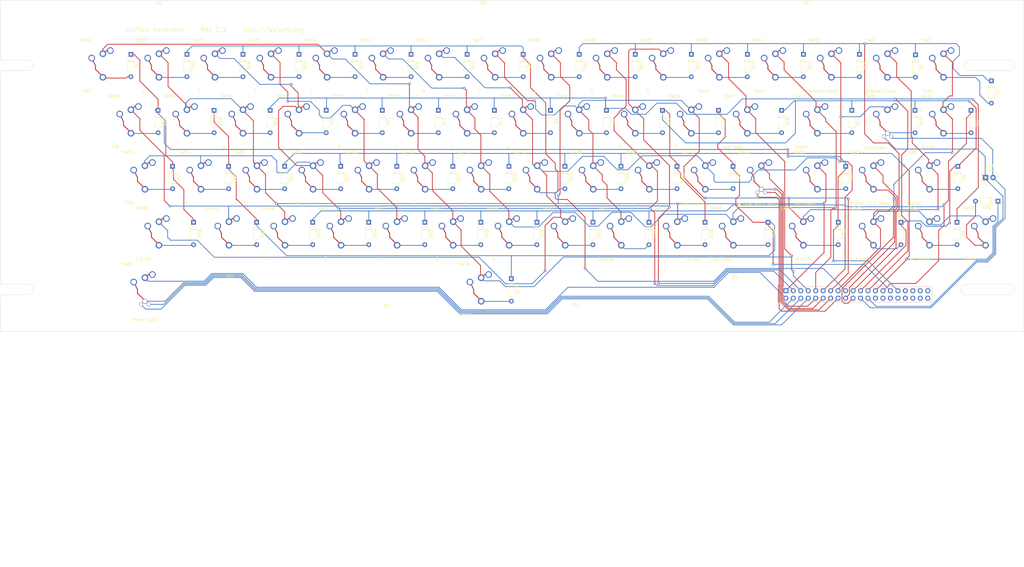
<source format=kicad_pcb>
(kicad_pcb (version 20171130) (host pcbnew "(5.1.5-0-10_14)")
  (title_block (title "Unified Retro Keyboard") (date 2019-08-25) (rev 1.3) (company OSIWeb.org) (comment 1 "Key matrix w/ LED"))
  (layers (0 F.Cu signal) (31 B.Cu signal) (34 B.Paste user) (35 F.Paste user) (36 B.SilkS user) (37 F.SilkS user) (38 B.Mask user) (39 F.Mask user) (44 Edge.Cuts user))
  (net 0 "")
  (net 1 /Row3)
  (net 2 /Row0)
  (net 3 /Row1)
  (net 4 "Net-(D5-Pad2)")
  (net 5 "Net-(D7-Pad2)")
  (net 6 "Net-(D8-Pad2)")
  (net 7 "Net-(D9-Pad2)")
  (net 8 "Net-(D10-Pad2)")
  (net 9 "Net-(D11-Pad2)")
  (net 10 "Net-(D12-Pad2)")
  (net 11 "Net-(D13-Pad2)")
  (net 12 "Net-(D14-Pad2)")
  (net 13 "Net-(D15-Pad2)")
  (net 14 "Net-(D16-Pad2)")
  (net 15 "Net-(D18-Pad2)")
  (net 16 "Net-(D19-Pad2)")
  (net 17 "Net-(D20-Pad2)")
  (net 18 "Net-(D22-Pad2)")
  (net 19 "Net-(D23-Pad2)")
  (net 20 "Net-(D24-Pad2)")
  (net 21 "Net-(D25-Pad2)")
  (net 22 "Net-(D26-Pad2)")
  (net 23 "Net-(D27-Pad2)")
  (net 24 "Net-(D28-Pad2)")
  (net 25 "Net-(D29-Pad2)")
  (net 26 "Net-(D30-Pad2)")
  (net 27 "Net-(D31-Pad2)")
  (net 28 "Net-(D32-Pad2)")
  (net 29 "Net-(D34-Pad2)")
  (net 30 "Net-(D36-Pad2)")
  (net 31 /Row4)
  (net 32 /Row5)
  (net 33 /Row7)
  (net 34 "Net-(D41-Pad2)")
  (net 35 "Net-(D42-Pad2)")
  (net 36 "Net-(D43-Pad2)")
  (net 37 "Net-(D45-Pad2)")
  (net 38 "Net-(D46-Pad2)")
  (net 39 "Net-(D47-Pad2)")
  (net 40 "Net-(D48-Pad2)")
  (net 41 "Net-(D49-Pad2)")
  (net 42 "Net-(D50-Pad2)")
  (net 43 "Net-(D51-Pad2)")
  (net 44 "Net-(D52-Pad2)")
  (net 45 "Net-(D53-Pad2)")
  (net 46 "Net-(D54-Pad2)")
  (net 47 "Net-(D55-Pad2)")
  (net 48 "Net-(D56-Pad2)")
  (net 49 "Net-(D57-Pad2)")
  (net 50 "Net-(D58-Pad2)")
  (net 51 "Net-(D59-Pad2)")
  (net 52 "Net-(D60-Pad2)")
  (net 53 "Net-(D61-Pad2)")
  (net 54 /Col0)
  (net 55 /Col1)
  (net 56 /Col2)
  (net 57 /Col3)
  (net 58 /Col4)
  (net 59 /Col5)
  (net 60 /Col6)
  (net 61 /Col7)
  (net 62 /Row6)
  (net 63 /Row2)
  (net 64 "Net-(J1-Pad40)")
  (net 65 "Net-(J1-Pad39)")
  (net 66 "Net-(J1-Pad38)")
  (net 67 "Net-(J1-Pad37)")
  (net 68 "Net-(J1-Pad36)")
  (net 69 "Net-(J1-Pad35)")
  (net 70 "Net-(J1-Pad34)")
  (net 71 "Net-(J1-Pad33)")
  (net 72 "Net-(D2-Pad2)")
  (net 73 "Net-(D3-Pad2)")
  (net 74 "Net-(D4-Pad2)")
  (net 75 "Net-(D6-Pad2)")
  (net 76 "Net-(D17-Pad2)")
  (net 77 "Net-(D21-Pad2)")
  (net 78 "Net-(D37-Pad2)")
  (net 79 "Net-(D38-Pad2)")
  (net 80 "Net-(D39-Pad2)")
  (net 81 "Net-(D40-Pad2)")
  (net 82 "Net-(D44-Pad2)")
  (net 83 "Net-(J1-Pad6)")
  (net 84 "Net-(J1-Pad8)")
  (net 85 "Net-(J1-Pad10)")
  (net 86 "Net-(J1-Pad12)")
  (net 87 "Net-(J1-Pad14)")
  (net 88 "Net-(J1-Pad16)")
  (net 89 "Net-(J1-Pad18)")
  (net 90 "Net-(J1-Pad20)")
  (net 91 "Net-(J1-Pad26)")
  (net 92 "Net-(J1-Pad28)")
  (net 93 "Net-(J1-Pad30)")
  (net 94 "Net-(J1-Pad32)")
  (net 95 "Net-(J1-Pad2)")
  (net 96 "Net-(J1-Pad4)")
  (net 97 "Net-(D1-Pad2)")
  (net 98 "Net-(D35-Pad2)")
  (net 99 "Net-(D33-Pad2)")
  (net 100 "Net-(D33-Pad1)")
  (module unikbd:Key_MX (layer F.Cu) (at 354.32238 89.79916)
    (fp_text reference SW3 (at -5.7912 -8.6106) (layer F.SilkS))
    (fp_text value Tilde (at -5.334 8.6614) (layer F.SilkS))
    (fp_line (start 1.27 -5.08) (end 0.7366 -4.6736) (layer F.Cu) (width 0.3048))
    (fp_line (start 1.651 -5.08) (end 1.27 -5.08) (layer F.Cu) (width 0.3048))
    (fp_line (start -2.54 1.27) (end 0 3.81) (layer F.Cu) (width 0.3048))
    (fp_line (start -2.54 0) (end -2.54 1.27) (layer F.Cu) (width 0.3048))
    (fp_line (start -3.81 -2.54) (end -2.54 0) (layer F.Cu) (width 0.3048))
    (pad 2 thru_hole circle (at 0 4.0005) (size 2.2352 2.2352) (drill 1.397) (layers *.Cu *.Mask) (net 74 "Net-(D4-Pad2)"))
    (pad 1 thru_hole circle (at 0 -4.0005) (size 2.2352 2.2352) (drill 1.397) (layers *.Cu *.Mask) (net 54 /Col0))
    (pad 3 thru_hole circle (at 2.54 -5.08) (size 2.2352 2.2352) (drill 1.5748) (layers *.Cu *.Mask))
    (pad "" np_thru_hole circle (at -5.08 0) (size 1.7018 1.7018) (drill 1.7018) (layers *.Cu *.Mask))
    (pad "" np_thru_hole circle (at 5.08 0) (size 1.7018 1.7018) (drill 1.7018) (layers *.Cu *.Mask))
    (pad "" np_thru_hole circle (at 0 0) (size 3.9878 3.9878) (drill 3.9878) (layers *.Cu *.Mask))
    (pad 4 thru_hole circle (at -3.81 -2.54) (size 2.2352 2.2352) (drill 1.5748) (layers *.Cu *.Mask))
  )
  (module "unikbd:OSI mounting holes" (layer F.Cu) (at 197.15988 165.99916)
    (fp_text reference REF** (at 0 0.5) (layer F.SilkS))
    (fp_text value "OSI mounting holes")
    (fp_text user OSI (at 110.49762 -97.57156) (layer F.SilkS))
    (fp_text user OSI (at -109.56798 -97.46996) (layer F.SilkS))
    (fp_text user OSI (at 0.59182 -97.46996) (layer F.SilkS))
    (fp_text user OSI (at -31.86938 5.52704) (layer F.SilkS))
    (fp_text user OSI (at 31.88462 5.19684) (layer F.SilkS))
    (fp_text user OSI (at 86.31682 -4.09956) (layer F.SilkS))
    (fp_text user OSI (at -85.53958 -4.32816) (layer F.SilkS))
    (pad "" np_thru_hole circle (at 109.855 -92.8624) (size 3.500001 3.500001) (drill 3.500001) (layers *.Cu *.Mask))
    (pad "" np_thru_hole circle (at -109.855 -92.8624) (size 3.500001 3.500001) (drill 3.500001) (layers *.Cu *.Mask))
    (pad "" np_thru_hole circle (at 0 -92.8624) (size 3.500001 3.500001) (drill 3.500001) (layers *.Cu *.Mask))
    (pad "" np_thru_hole circle (at -31.75 10.16) (size 3.500001 3.500001) (drill 3.500001) (layers *.Cu *.Mask))
    (pad "" np_thru_hole circle (at 31.75 10.16) (size 3.500001 3.500001) (drill 3.500001) (layers *.Cu *.Mask))
    (pad "" np_thru_hole circle (at 85.979 0.4826) (size 3.500001 3.500001) (drill 3.500001) (layers *.Cu *.Mask))
    (pad "" np_thru_hole circle (at -85.979 0.4826) (size 3.500001 3.500001) (drill 3.500001) (layers *.Cu *.Mask))
  )
  (module unikbd:Key_MX_LED (layer F.Cu) (at 82.85988 165.99916)
    (fp_text reference SW61 (at -5.7912 -8.6106) (layer F.SilkS))
    (fp_text value "Power light" (at -0.04318 10.27684) (layer F.SilkS))
    (fp_line (start 1.27 -5.08) (end 0.7366 -4.6736) (layer F.Cu) (width 0.3048))
    (fp_line (start 1.651 -5.08) (end 1.27 -5.08) (layer F.Cu) (width 0.3048))
    (fp_line (start -2.54 1.27) (end 0 3.81) (layer F.Cu) (width 0.3048))
    (fp_line (start -2.54 0) (end -2.54 1.27) (layer F.Cu) (width 0.3048))
    (fp_line (start -3.81 -2.54) (end -2.54 0) (layer F.Cu) (width 0.3048))
    (pad 3 thru_hole circle (at -1.27 5.08) (size 1.27 1.27) (drill 1.0668) (layers *.Cu *.Mask) (net 84 "Net-(J1-Pad8)"))
    (pad 4 thru_hole circle (at 1.27 5.08) (size 1.27 1.27) (drill 1.0668) (layers *.Cu *.Mask) (net 83 "Net-(J1-Pad6)"))
    (pad 2 thru_hole circle (at 0 4.0005) (size 1.651 1.651) (drill 1.397) (layers *.Cu *.Mask) (net 96 "Net-(J1-Pad4)"))
    (pad 1 thru_hole circle (at 0 -4.0005) (size 2.2352 2.2352) (drill 1.397) (layers *.Cu *.Mask) (net 95 "Net-(J1-Pad2)"))
    (pad 6 thru_hole circle (at 2.54 -5.08) (size 2.2352 2.2352) (drill 1.5748) (layers *.Cu *.Mask))
    (pad "" np_thru_hole circle (at -5.08 0) (size 1.7018 1.7018) (drill 1.7018) (layers *.Cu *.Mask))
    (pad "" np_thru_hole circle (at 5.08 0) (size 1.7018 1.7018) (drill 1.7018) (layers *.Cu *.Mask))
    (pad "" np_thru_hole circle (at 0 0) (size 3.9878 3.9878) (drill 3.9878) (layers *.Cu *.Mask))
    (pad 5 thru_hole circle (at -3.81 -2.54) (size 2.2352 2.2352) (drill 1.5748) (layers *.Cu *.Mask))
  )
  (module unikbd:Key_MX_LED (layer F.Cu) (at 292.40988 127.89916)
    (fp_text reference SW32 (at -5.7912 -8.6106) (layer F.SilkS))
    (fp_text value "@ (OSI shift lock)" (at -1.27 8.89) (layer F.SilkS))
    (fp_line (start 1.27 -5.08) (end 0.7366 -4.6736) (layer F.Cu) (width 0.3048))
    (fp_line (start 1.651 -5.08) (end 1.27 -5.08) (layer F.Cu) (width 0.3048))
    (fp_line (start -2.54 1.27) (end 0 3.81) (layer F.Cu) (width 0.3048))
    (fp_line (start -2.54 0) (end -2.54 1.27) (layer F.Cu) (width 0.3048))
    (fp_line (start -3.81 -2.54) (end -2.54 0) (layer F.Cu) (width 0.3048))
    (pad 3 thru_hole circle (at -1.27 5.08) (size 1.27 1.27) (drill 1.0668) (layers *.Cu *.Mask) (net 88 "Net-(J1-Pad16)"))
    (pad 4 thru_hole circle (at 1.27 5.08) (size 1.27 1.27) (drill 1.0668) (layers *.Cu *.Mask) (net 87 "Net-(J1-Pad14)"))
    (pad 2 thru_hole circle (at 0 4.0005) (size 1.651 1.651) (drill 1.397) (layers *.Cu *.Mask) (net 86 "Net-(J1-Pad12)"))
    (pad 1 thru_hole circle (at 0 -4.0005) (size 2.2352 2.2352) (drill 1.397) (layers *.Cu *.Mask) (net 85 "Net-(J1-Pad10)"))
    (pad 6 thru_hole circle (at 2.54 -5.08) (size 2.2352 2.2352) (drill 1.5748) (layers *.Cu *.Mask))
    (pad "" np_thru_hole circle (at -5.08 0) (size 1.7018 1.7018) (drill 1.7018) (layers *.Cu *.Mask))
    (pad "" np_thru_hole circle (at 5.08 0) (size 1.7018 1.7018) (drill 1.7018) (layers *.Cu *.Mask))
    (pad "" np_thru_hole circle (at 0 0) (size 3.9878 3.9878) (drill 3.9878) (layers *.Cu *.Mask))
    (pad 5 thru_hole circle (at -3.81 -2.54) (size 2.2352 2.2352) (drill 1.5748) (layers *.Cu *.Mask))
  )
  (module unikbd:Key_MX_LED (layer F.Cu) (at 335.27238 108.84916)
    (fp_text reference SW9 (at -5.7912 -8.6106) (layer F.SilkS))
    (fp_text value Caps_Lock (at -3.98018 8.87984) (layer F.SilkS))
    (fp_line (start 1.27 -5.08) (end 0.7366 -4.6736) (layer F.Cu) (width 0.3048))
    (fp_line (start 1.651 -5.08) (end 1.27 -5.08) (layer F.Cu) (width 0.3048))
    (fp_line (start -2.54 1.27) (end 0 3.81) (layer F.Cu) (width 0.3048))
    (fp_line (start -2.54 0) (end -2.54 1.27) (layer F.Cu) (width 0.3048))
    (fp_line (start -3.81 -2.54) (end -2.54 0) (layer F.Cu) (width 0.3048))
    (pad 3 thru_hole circle (at -1.27 5.08) (size 1.27 1.27) (drill 1.0668) (layers *.Cu *.Mask) (net 100 "Net-(D33-Pad1)"))
    (pad 4 thru_hole circle (at 1.27 5.08) (size 1.27 1.27) (drill 1.0668) (layers *.Cu *.Mask) (net 99 "Net-(D33-Pad2)"))
    (pad 2 thru_hole circle (at 0 4.0005) (size 1.651 1.651) (drill 1.397) (layers *.Cu *.Mask) (net 8 "Net-(D10-Pad2)"))
    (pad 1 thru_hole circle (at 0 -4.0005) (size 2.2352 2.2352) (drill 1.397) (layers *.Cu *.Mask) (net 56 /Col2))
    (pad 6 thru_hole circle (at 2.54 -5.08) (size 2.2352 2.2352) (drill 1.5748) (layers *.Cu *.Mask))
    (pad "" np_thru_hole circle (at -5.08 0) (size 1.7018 1.7018) (drill 1.7018) (layers *.Cu *.Mask))
    (pad "" np_thru_hole circle (at 5.08 0) (size 1.7018 1.7018) (drill 1.7018) (layers *.Cu *.Mask))
    (pad "" np_thru_hole circle (at 0 0) (size 3.9878 3.9878) (drill 3.9878) (layers *.Cu *.Mask))
    (pad 5 thru_hole circle (at -3.81 -2.54) (size 2.2352 2.2352) (drill 1.5748) (layers *.Cu *.Mask))
  )
  (module unikbd:Key_MX (layer F.Cu) (at 87.62238 146.94916)
    (fp_text reference SW39 (at -5.7912 -8.6106) (layer F.SilkS))
    (fp_text value L_Shift (at -5.334 8.6614) (layer F.SilkS))
    (fp_line (start 1.27 -5.08) (end 0.7366 -4.6736) (layer F.Cu) (width 0.3048))
    (fp_line (start 1.651 -5.08) (end 1.27 -5.08) (layer F.Cu) (width 0.3048))
    (fp_line (start -2.54 1.27) (end 0 3.81) (layer F.Cu) (width 0.3048))
    (fp_line (start -2.54 0) (end -2.54 1.27) (layer F.Cu) (width 0.3048))
    (fp_line (start -3.81 -2.54) (end -2.54 0) (layer F.Cu) (width 0.3048))
    (pad 2 thru_hole circle (at 0 4.0005) (size 2.2352 2.2352) (drill 1.397) (layers *.Cu *.Mask) (net 81 "Net-(D40-Pad2)"))
    (pad 1 thru_hole circle (at 0 -4.0005) (size 2.2352 2.2352) (drill 1.397) (layers *.Cu *.Mask) (net 56 /Col2))
    (pad 3 thru_hole circle (at 2.54 -5.08) (size 2.2352 2.2352) (drill 1.5748) (layers *.Cu *.Mask))
    (pad "" np_thru_hole circle (at -5.08 0) (size 1.7018 1.7018) (drill 1.7018) (layers *.Cu *.Mask))
    (pad "" np_thru_hole circle (at 5.08 0) (size 1.7018 1.7018) (drill 1.7018) (layers *.Cu *.Mask))
    (pad "" np_thru_hole circle (at 0 0) (size 3.9878 3.9878) (drill 3.9878) (layers *.Cu *.Mask))
    (pad 4 thru_hole circle (at -3.81 -2.54) (size 2.2352 2.2352) (drill 1.5748) (layers *.Cu *.Mask))
  )
  (module unikbd:Key_MX (layer F.Cu) (at 273.35988 127.89916)
    (fp_text reference SW40 (at -5.7912 -8.6106) (layer F.SilkS))
    (fp_text value Semicolon (at -4.13258 8.87984) (layer F.SilkS))
    (fp_line (start 1.27 -5.08) (end 0.7366 -4.6736) (layer F.Cu) (width 0.3048))
    (fp_line (start 1.651 -5.08) (end 1.27 -5.08) (layer F.Cu) (width 0.3048))
    (fp_line (start -2.54 1.27) (end 0 3.81) (layer F.Cu) (width 0.3048))
    (fp_line (start -2.54 0) (end -2.54 1.27) (layer F.Cu) (width 0.3048))
    (fp_line (start -3.81 -2.54) (end -2.54 0) (layer F.Cu) (width 0.3048))
    (pad 2 thru_hole circle (at 0 4.0005) (size 2.2352 2.2352) (drill 1.397) (layers *.Cu *.Mask) (net 34 "Net-(D41-Pad2)"))
    (pad 1 thru_hole circle (at 0 -4.0005) (size 2.2352 2.2352) (drill 1.397) (layers *.Cu *.Mask) (net 56 /Col2))
    (pad 3 thru_hole circle (at 2.54 -5.08) (size 2.2352 2.2352) (drill 1.5748) (layers *.Cu *.Mask))
    (pad "" np_thru_hole circle (at -5.08 0) (size 1.7018 1.7018) (drill 1.7018) (layers *.Cu *.Mask))
    (pad "" np_thru_hole circle (at 5.08 0) (size 1.7018 1.7018) (drill 1.7018) (layers *.Cu *.Mask))
    (pad "" np_thru_hole circle (at 0 0) (size 3.9878 3.9878) (drill 3.9878) (layers *.Cu *.Mask))
    (pad 4 thru_hole circle (at -3.81 -2.54) (size 2.2352 2.2352) (drill 1.5748) (layers *.Cu *.Mask))
  )
  (module unikbd:Key_MX (layer F.Cu) (at 368.60988 146.94916)
    (fp_text reference SW63 (at -5.7912 -8.6106) (layer F.SilkS))
    (fp_text value Spare (at -5.334 8.6614) (layer F.SilkS))
    (fp_line (start 1.27 -5.08) (end 0.7366 -4.6736) (layer F.Cu) (width 0.3048))
    (fp_line (start 1.651 -5.08) (end 1.27 -5.08) (layer F.Cu) (width 0.3048))
    (fp_line (start -2.54 1.27) (end 0 3.81) (layer F.Cu) (width 0.3048))
    (fp_line (start -2.54 0) (end -2.54 1.27) (layer F.Cu) (width 0.3048))
    (fp_line (start -3.81 -2.54) (end -2.54 0) (layer F.Cu) (width 0.3048))
    (pad 2 thru_hole circle (at 0 4.0005) (size 2.2352 2.2352) (drill 1.397) (layers *.Cu *.Mask) (net 98 "Net-(D35-Pad2)"))
    (pad 1 thru_hole circle (at 0 -4.0005) (size 2.2352 2.2352) (drill 1.397) (layers *.Cu *.Mask) (net 54 /Col0))
    (pad 3 thru_hole circle (at 2.54 -5.08) (size 2.2352 2.2352) (drill 1.5748) (layers *.Cu *.Mask))
    (pad "" np_thru_hole circle (at -5.08 0) (size 1.7018 1.7018) (drill 1.7018) (layers *.Cu *.Mask))
    (pad "" np_thru_hole circle (at 5.08 0) (size 1.7018 1.7018) (drill 1.7018) (layers *.Cu *.Mask))
    (pad "" np_thru_hole circle (at 0 0) (size 3.9878 3.9878) (drill 3.9878) (layers *.Cu *.Mask))
    (pad 4 thru_hole circle (at -3.81 -2.54) (size 2.2352 2.2352) (drill 1.5748) (layers *.Cu *.Mask))
  )
  (module unikbd:Key_MX (layer F.Cu) (at 68.57238 89.79916)
    (fp_text reference SW62 (at -5.7912 -8.6106) (layer F.SilkS))
    (fp_text value ESC (at -5.334 8.6614) (layer F.SilkS))
    (fp_line (start 1.27 -5.08) (end 0.7366 -4.6736) (layer F.Cu) (width 0.3048))
    (fp_line (start 1.651 -5.08) (end 1.27 -5.08) (layer F.Cu) (width 0.3048))
    (fp_line (start -2.54 1.27) (end 0 3.81) (layer F.Cu) (width 0.3048))
    (fp_line (start -2.54 0) (end -2.54 1.27) (layer F.Cu) (width 0.3048))
    (fp_line (start -3.81 -2.54) (end -2.54 0) (layer F.Cu) (width 0.3048))
    (pad 2 thru_hole circle (at 0 4.0005) (size 2.2352 2.2352) (drill 1.397) (layers *.Cu *.Mask) (net 97 "Net-(D1-Pad2)"))
    (pad 1 thru_hole circle (at 0 -4.0005) (size 2.2352 2.2352) (drill 1.397) (layers *.Cu *.Mask) (net 58 /Col4))
    (pad 3 thru_hole circle (at 2.54 -5.08) (size 2.2352 2.2352) (drill 1.5748) (layers *.Cu *.Mask))
    (pad "" np_thru_hole circle (at -5.08 0) (size 1.7018 1.7018) (drill 1.7018) (layers *.Cu *.Mask))
    (pad "" np_thru_hole circle (at 5.08 0) (size 1.7018 1.7018) (drill 1.7018) (layers *.Cu *.Mask))
    (pad "" np_thru_hole circle (at 0 0) (size 3.9878 3.9878) (drill 3.9878) (layers *.Cu *.Mask))
    (pad 4 thru_hole circle (at -3.81 -2.54) (size 2.2352 2.2352) (drill 1.5748) (layers *.Cu *.Mask))
  )
  (module unikbd:Key_MX (layer F.Cu) (at 197.15988 165.99916)
    (fp_text reference SW46 (at -5.7912 -8.6106) (layer F.SilkS))
    (fp_text value SPACE (at -5.334 8.6614) (layer F.SilkS))
    (fp_line (start 1.27 -5.08) (end 0.7366 -4.6736) (layer F.Cu) (width 0.3048))
    (fp_line (start 1.651 -5.08) (end 1.27 -5.08) (layer F.Cu) (width 0.3048))
    (fp_line (start -2.54 1.27) (end 0 3.81) (layer F.Cu) (width 0.3048))
    (fp_line (start -2.54 0) (end -2.54 1.27) (layer F.Cu) (width 0.3048))
    (fp_line (start -3.81 -2.54) (end -2.54 0) (layer F.Cu) (width 0.3048))
    (pad 2 thru_hole circle (at 0 4.0005) (size 2.2352 2.2352) (drill 1.397) (layers *.Cu *.Mask) (net 39 "Net-(D47-Pad2)"))
    (pad 1 thru_hole circle (at 0 -4.0005) (size 2.2352 2.2352) (drill 1.397) (layers *.Cu *.Mask) (net 58 /Col4))
    (pad 3 thru_hole circle (at 2.54 -5.08) (size 2.2352 2.2352) (drill 1.5748) (layers *.Cu *.Mask))
    (pad "" np_thru_hole circle (at -5.08 0) (size 1.7018 1.7018) (drill 1.7018) (layers *.Cu *.Mask))
    (pad "" np_thru_hole circle (at 5.08 0) (size 1.7018 1.7018) (drill 1.7018) (layers *.Cu *.Mask))
    (pad "" np_thru_hole circle (at 0 0) (size 3.9878 3.9878) (drill 3.9878) (layers *.Cu *.Mask))
    (pad 4 thru_hole circle (at -3.81 -2.54) (size 2.2352 2.2352) (drill 1.5748) (layers *.Cu *.Mask))
  )
  (module unikbd:Key_MX (layer F.Cu) (at 244.78488 146.94916)
    (fp_text reference SW37 (at -5.7912 -8.6106) (layer F.SilkS))
    (fp_text value Comma (at -5.334 8.6614) (layer F.SilkS))
    (fp_line (start 1.27 -5.08) (end 0.7366 -4.6736) (layer F.Cu) (width 0.3048))
    (fp_line (start 1.651 -5.08) (end 1.27 -5.08) (layer F.Cu) (width 0.3048))
    (fp_line (start -2.54 1.27) (end 0 3.81) (layer F.Cu) (width 0.3048))
    (fp_line (start -2.54 0) (end -2.54 1.27) (layer F.Cu) (width 0.3048))
    (fp_line (start -3.81 -2.54) (end -2.54 0) (layer F.Cu) (width 0.3048))
    (pad 2 thru_hole circle (at 0 4.0005) (size 2.2352 2.2352) (drill 1.397) (layers *.Cu *.Mask) (net 79 "Net-(D38-Pad2)"))
    (pad 1 thru_hole circle (at 0 -4.0005) (size 2.2352 2.2352) (drill 1.397) (layers *.Cu *.Mask) (net 55 /Col1))
    (pad 3 thru_hole circle (at 2.54 -5.08) (size 2.2352 2.2352) (drill 1.5748) (layers *.Cu *.Mask))
    (pad "" np_thru_hole circle (at -5.08 0) (size 1.7018 1.7018) (drill 1.7018) (layers *.Cu *.Mask))
    (pad "" np_thru_hole circle (at 5.08 0) (size 1.7018 1.7018) (drill 1.7018) (layers *.Cu *.Mask))
    (pad "" np_thru_hole circle (at 0 0) (size 3.9878 3.9878) (drill 3.9878) (layers *.Cu *.Mask))
    (pad 4 thru_hole circle (at -3.81 -2.54) (size 2.2352 2.2352) (drill 1.5748) (layers *.Cu *.Mask))
  )
  (module unikbd:Key_MX (layer F.Cu) (at 87.62238 89.79916)
    (fp_text reference SW31 (at -5.7912 -8.6106) (layer F.SilkS))
    (fp_text value 1 (at -5.334 8.6614) (layer F.SilkS))
    (fp_line (start 1.27 -5.08) (end 0.7366 -4.6736) (layer F.Cu) (width 0.3048))
    (fp_line (start 1.651 -5.08) (end 1.27 -5.08) (layer F.Cu) (width 0.3048))
    (fp_line (start -2.54 1.27) (end 0 3.81) (layer F.Cu) (width 0.3048))
    (fp_line (start -2.54 0) (end -2.54 1.27) (layer F.Cu) (width 0.3048))
    (fp_line (start -3.81 -2.54) (end -2.54 0) (layer F.Cu) (width 0.3048))
    (pad 2 thru_hole circle (at 0 4.0005) (size 2.2352 2.2352) (drill 1.397) (layers *.Cu *.Mask) (net 28 "Net-(D32-Pad2)"))
    (pad 1 thru_hole circle (at 0 -4.0005) (size 2.2352 2.2352) (drill 1.397) (layers *.Cu *.Mask) (net 61 /Col7))
    (pad 3 thru_hole circle (at 2.54 -5.08) (size 2.2352 2.2352) (drill 1.5748) (layers *.Cu *.Mask))
    (pad "" np_thru_hole circle (at -5.08 0) (size 1.7018 1.7018) (drill 1.7018) (layers *.Cu *.Mask))
    (pad "" np_thru_hole circle (at 5.08 0) (size 1.7018 1.7018) (drill 1.7018) (layers *.Cu *.Mask))
    (pad "" np_thru_hole circle (at 0 0) (size 3.9878 3.9878) (drill 3.9878) (layers *.Cu *.Mask))
    (pad 4 thru_hole circle (at -3.81 -2.54) (size 2.2352 2.2352) (drill 1.5748) (layers *.Cu *.Mask))
  )
  (module unikbd:Key_MX (layer F.Cu) (at 220.97238 89.79916)
    (fp_text reference SW30 (at -5.7912 -8.6106) (layer F.SilkS))
    (fp_text value 8 (at -5.334 8.6614) (layer F.SilkS))
    (fp_line (start 1.27 -5.08) (end 0.7366 -4.6736) (layer F.Cu) (width 0.3048))
    (fp_line (start 1.651 -5.08) (end 1.27 -5.08) (layer F.Cu) (width 0.3048))
    (fp_line (start -2.54 1.27) (end 0 3.81) (layer F.Cu) (width 0.3048))
    (fp_line (start -2.54 0) (end -2.54 1.27) (layer F.Cu) (width 0.3048))
    (fp_line (start -3.81 -2.54) (end -2.54 0) (layer F.Cu) (width 0.3048))
    (pad 2 thru_hole circle (at 0 4.0005) (size 2.2352 2.2352) (drill 1.397) (layers *.Cu *.Mask) (net 27 "Net-(D31-Pad2)"))
    (pad 1 thru_hole circle (at 0 -4.0005) (size 2.2352 2.2352) (drill 1.397) (layers *.Cu *.Mask) (net 61 /Col7))
    (pad 3 thru_hole circle (at 2.54 -5.08) (size 2.2352 2.2352) (drill 1.5748) (layers *.Cu *.Mask))
    (pad "" np_thru_hole circle (at -5.08 0) (size 1.7018 1.7018) (drill 1.7018) (layers *.Cu *.Mask))
    (pad "" np_thru_hole circle (at 5.08 0) (size 1.7018 1.7018) (drill 1.7018) (layers *.Cu *.Mask))
    (pad "" np_thru_hole circle (at 0 0) (size 3.9878 3.9878) (drill 3.9878) (layers *.Cu *.Mask))
    (pad 4 thru_hole circle (at -3.81 -2.54) (size 2.2352 2.2352) (drill 1.5748) (layers *.Cu *.Mask))
  )
  (module unikbd:Key_MX (layer F.Cu) (at 263.83488 146.94916)
    (fp_text reference SW29 (at -5.7912 -8.6106) (layer F.SilkS))
    (fp_text value Period (at 5.07492 8.68934) (layer F.SilkS))
    (fp_line (start 1.27 -5.08) (end 0.7366 -4.6736) (layer F.Cu) (width 0.3048))
    (fp_line (start 1.651 -5.08) (end 1.27 -5.08) (layer F.Cu) (width 0.3048))
    (fp_line (start -2.54 1.27) (end 0 3.81) (layer F.Cu) (width 0.3048))
    (fp_line (start -2.54 0) (end -2.54 1.27) (layer F.Cu) (width 0.3048))
    (fp_line (start -3.81 -2.54) (end -2.54 0) (layer F.Cu) (width 0.3048))
    (pad 2 thru_hole circle (at 0 4.0005) (size 2.2352 2.2352) (drill 1.397) (layers *.Cu *.Mask) (net 26 "Net-(D30-Pad2)"))
    (pad 1 thru_hole circle (at 0 -4.0005) (size 2.2352 2.2352) (drill 1.397) (layers *.Cu *.Mask) (net 61 /Col7))
    (pad 3 thru_hole circle (at 2.54 -5.08) (size 2.2352 2.2352) (drill 1.5748) (layers *.Cu *.Mask))
    (pad "" np_thru_hole circle (at -5.08 0) (size 1.7018 1.7018) (drill 1.7018) (layers *.Cu *.Mask))
    (pad "" np_thru_hole circle (at 5.08 0) (size 1.7018 1.7018) (drill 1.7018) (layers *.Cu *.Mask))
    (pad "" np_thru_hole circle (at 0 0) (size 3.9878 3.9878) (drill 3.9878) (layers *.Cu *.Mask))
    (pad 4 thru_hole circle (at -3.81 -2.54) (size 2.2352 2.2352) (drill 1.5748) (layers *.Cu *.Mask))
  )
  (module unikbd:Key_MX (layer F.Cu) (at 116.19738 108.84916)
    (fp_text reference SW28 (at -5.7912 -8.6106) (layer F.SilkS))
    (fp_text value W (at -6.50748 8.62584) (layer F.SilkS))
    (fp_line (start 1.27 -5.08) (end 0.7366 -4.6736) (layer F.Cu) (width 0.3048))
    (fp_line (start 1.651 -5.08) (end 1.27 -5.08) (layer F.Cu) (width 0.3048))
    (fp_line (start -2.54 1.27) (end 0 3.81) (layer F.Cu) (width 0.3048))
    (fp_line (start -2.54 0) (end -2.54 1.27) (layer F.Cu) (width 0.3048))
    (fp_line (start -3.81 -2.54) (end -2.54 0) (layer F.Cu) (width 0.3048))
    (pad 2 thru_hole circle (at 0 4.0005) (size 2.2352 2.2352) (drill 1.397) (layers *.Cu *.Mask) (net 25 "Net-(D29-Pad2)"))
    (pad 1 thru_hole circle (at 0 -4.0005) (size 2.2352 2.2352) (drill 1.397) (layers *.Cu *.Mask) (net 61 /Col7))
    (pad 3 thru_hole circle (at 2.54 -5.08) (size 2.2352 2.2352) (drill 1.5748) (layers *.Cu *.Mask))
    (pad "" np_thru_hole circle (at -5.08 0) (size 1.7018 1.7018) (drill 1.7018) (layers *.Cu *.Mask))
    (pad "" np_thru_hole circle (at 5.08 0) (size 1.7018 1.7018) (drill 1.7018) (layers *.Cu *.Mask))
    (pad "" np_thru_hole circle (at 0 0) (size 3.9878 3.9878) (drill 3.9878) (layers *.Cu *.Mask))
    (pad 4 thru_hole circle (at -3.81 -2.54) (size 2.2352 2.2352) (drill 1.5748) (layers *.Cu *.Mask))
  )
  (module unikbd:Key_MX (layer F.Cu) (at 106.67238 89.79916)
    (fp_text reference SW27 (at -5.7912 -8.6106) (layer F.SilkS))
    (fp_text value 2 (at -5.334 8.6614) (layer F.SilkS))
    (fp_line (start 1.27 -5.08) (end 0.7366 -4.6736) (layer F.Cu) (width 0.3048))
    (fp_line (start 1.651 -5.08) (end 1.27 -5.08) (layer F.Cu) (width 0.3048))
    (fp_line (start -2.54 1.27) (end 0 3.81) (layer F.Cu) (width 0.3048))
    (fp_line (start -2.54 0) (end -2.54 1.27) (layer F.Cu) (width 0.3048))
    (fp_line (start -3.81 -2.54) (end -2.54 0) (layer F.Cu) (width 0.3048))
    (pad 2 thru_hole circle (at 0 4.0005) (size 2.2352 2.2352) (drill 1.397) (layers *.Cu *.Mask) (net 24 "Net-(D28-Pad2)"))
    (pad 1 thru_hole circle (at 0 -4.0005) (size 2.2352 2.2352) (drill 1.397) (layers *.Cu *.Mask) (net 60 /Col6))
    (pad 3 thru_hole circle (at 2.54 -5.08) (size 2.2352 2.2352) (drill 1.5748) (layers *.Cu *.Mask))
    (pad "" np_thru_hole circle (at -5.08 0) (size 1.7018 1.7018) (drill 1.7018) (layers *.Cu *.Mask))
    (pad "" np_thru_hole circle (at 5.08 0) (size 1.7018 1.7018) (drill 1.7018) (layers *.Cu *.Mask))
    (pad "" np_thru_hole circle (at 0 0) (size 3.9878 3.9878) (drill 3.9878) (layers *.Cu *.Mask))
    (pad 4 thru_hole circle (at -3.81 -2.54) (size 2.2352 2.2352) (drill 1.5748) (layers *.Cu *.Mask))
  )
  (module unikbd:Key_MX (layer F.Cu) (at 240.02238 89.79916)
    (fp_text reference SW26 (at -5.7912 -8.6106) (layer F.SilkS))
    (fp_text value 9 (at -5.334 8.6614) (layer F.SilkS))
    (fp_line (start 1.27 -5.08) (end 0.7366 -4.6736) (layer F.Cu) (width 0.3048))
    (fp_line (start 1.651 -5.08) (end 1.27 -5.08) (layer F.Cu) (width 0.3048))
    (fp_line (start -2.54 1.27) (end 0 3.81) (layer F.Cu) (width 0.3048))
    (fp_line (start -2.54 0) (end -2.54 1.27) (layer F.Cu) (width 0.3048))
    (fp_line (start -3.81 -2.54) (end -2.54 0) (layer F.Cu) (width 0.3048))
    (pad 2 thru_hole circle (at 0 4.0005) (size 2.2352 2.2352) (drill 1.397) (layers *.Cu *.Mask) (net 23 "Net-(D27-Pad2)"))
    (pad 1 thru_hole circle (at 0 -4.0005) (size 2.2352 2.2352) (drill 1.397) (layers *.Cu *.Mask) (net 60 /Col6))
    (pad 3 thru_hole circle (at 2.54 -5.08) (size 2.2352 2.2352) (drill 1.5748) (layers *.Cu *.Mask))
    (pad "" np_thru_hole circle (at -5.08 0) (size 1.7018 1.7018) (drill 1.7018) (layers *.Cu *.Mask))
    (pad "" np_thru_hole circle (at 5.08 0) (size 1.7018 1.7018) (drill 1.7018) (layers *.Cu *.Mask))
    (pad "" np_thru_hole circle (at 0 0) (size 3.9878 3.9878) (drill 3.9878) (layers *.Cu *.Mask))
    (pad 4 thru_hole circle (at -3.81 -2.54) (size 2.2352 2.2352) (drill 1.5748) (layers *.Cu *.Mask))
  )
  (module unikbd:Key_MX (layer F.Cu) (at 254.30988 127.89916)
    (fp_text reference SW25 (at -5.7912 -8.6106) (layer F.SilkS))
    (fp_text value L (at -5.334 8.6614) (layer F.SilkS))
    (fp_line (start 1.27 -5.08) (end 0.7366 -4.6736) (layer F.Cu) (width 0.3048))
    (fp_line (start 1.651 -5.08) (end 1.27 -5.08) (layer F.Cu) (width 0.3048))
    (fp_line (start -2.54 1.27) (end 0 3.81) (layer F.Cu) (width 0.3048))
    (fp_line (start -2.54 0) (end -2.54 1.27) (layer F.Cu) (width 0.3048))
    (fp_line (start -3.81 -2.54) (end -2.54 0) (layer F.Cu) (width 0.3048))
    (pad 2 thru_hole circle (at 0 4.0005) (size 2.2352 2.2352) (drill 1.397) (layers *.Cu *.Mask) (net 22 "Net-(D26-Pad2)"))
    (pad 1 thru_hole circle (at 0 -4.0005) (size 2.2352 2.2352) (drill 1.397) (layers *.Cu *.Mask) (net 60 /Col6))
    (pad 3 thru_hole circle (at 2.54 -5.08) (size 2.2352 2.2352) (drill 1.5748) (layers *.Cu *.Mask))
    (pad "" np_thru_hole circle (at -5.08 0) (size 1.7018 1.7018) (drill 1.7018) (layers *.Cu *.Mask))
    (pad "" np_thru_hole circle (at 5.08 0) (size 1.7018 1.7018) (drill 1.7018) (layers *.Cu *.Mask))
    (pad "" np_thru_hole circle (at 0 0) (size 3.9878 3.9878) (drill 3.9878) (layers *.Cu *.Mask))
    (pad 4 thru_hole circle (at -3.81 -2.54) (size 2.2352 2.2352) (drill 1.5748) (layers *.Cu *.Mask))
  )
  (module unikbd:Key_MX (layer F.Cu) (at 135.24738 108.84916)
    (fp_text reference SW24 (at -5.7912 -8.6106) (layer F.SilkS))
    (fp_text value E (at -5.334 8.6614) (layer F.SilkS))
    (fp_line (start 1.27 -5.08) (end 0.7366 -4.6736) (layer F.Cu) (width 0.3048))
    (fp_line (start 1.651 -5.08) (end 1.27 -5.08) (layer F.Cu) (width 0.3048))
    (fp_line (start -2.54 1.27) (end 0 3.81) (layer F.Cu) (width 0.3048))
    (fp_line (start -2.54 0) (end -2.54 1.27) (layer F.Cu) (width 0.3048))
    (fp_line (start -3.81 -2.54) (end -2.54 0) (layer F.Cu) (width 0.3048))
    (pad 2 thru_hole circle (at 0 4.0005) (size 2.2352 2.2352) (drill 1.397) (layers *.Cu *.Mask) (net 21 "Net-(D25-Pad2)"))
    (pad 1 thru_hole circle (at 0 -4.0005) (size 2.2352 2.2352) (drill 1.397) (layers *.Cu *.Mask) (net 60 /Col6))
    (pad 3 thru_hole circle (at 2.54 -5.08) (size 2.2352 2.2352) (drill 1.5748) (layers *.Cu *.Mask))
    (pad "" np_thru_hole circle (at -5.08 0) (size 1.7018 1.7018) (drill 1.7018) (layers *.Cu *.Mask))
    (pad "" np_thru_hole circle (at 5.08 0) (size 1.7018 1.7018) (drill 1.7018) (layers *.Cu *.Mask))
    (pad "" np_thru_hole circle (at 0 0) (size 3.9878 3.9878) (drill 3.9878) (layers *.Cu *.Mask))
    (pad 4 thru_hole circle (at -3.81 -2.54) (size 2.2352 2.2352) (drill 1.5748) (layers *.Cu *.Mask))
  )
  (module unikbd:Key_MX (layer F.Cu) (at 125.72238 89.79916)
    (fp_text reference SW23 (at -5.7912 -8.6106) (layer F.SilkS))
    (fp_text value 3 (at -5.334 8.6614) (layer F.SilkS))
    (fp_line (start 1.27 -5.08) (end 0.7366 -4.6736) (layer F.Cu) (width 0.3048))
    (fp_line (start 1.651 -5.08) (end 1.27 -5.08) (layer F.Cu) (width 0.3048))
    (fp_line (start -2.54 1.27) (end 0 3.81) (layer F.Cu) (width 0.3048))
    (fp_line (start -2.54 0) (end -2.54 1.27) (layer F.Cu) (width 0.3048))
    (fp_line (start -3.81 -2.54) (end -2.54 0) (layer F.Cu) (width 0.3048))
    (pad 2 thru_hole circle (at 0 4.0005) (size 2.2352 2.2352) (drill 1.397) (layers *.Cu *.Mask) (net 20 "Net-(D24-Pad2)"))
    (pad 1 thru_hole circle (at 0 -4.0005) (size 2.2352 2.2352) (drill 1.397) (layers *.Cu *.Mask) (net 59 /Col5))
    (pad 3 thru_hole circle (at 2.54 -5.08) (size 2.2352 2.2352) (drill 1.5748) (layers *.Cu *.Mask))
    (pad "" np_thru_hole circle (at -5.08 0) (size 1.7018 1.7018) (drill 1.7018) (layers *.Cu *.Mask))
    (pad "" np_thru_hole circle (at 5.08 0) (size 1.7018 1.7018) (drill 1.7018) (layers *.Cu *.Mask))
    (pad "" np_thru_hole circle (at 0 0) (size 3.9878 3.9878) (drill 3.9878) (layers *.Cu *.Mask))
    (pad 4 thru_hole circle (at -3.81 -2.54) (size 2.2352 2.2352) (drill 1.5748) (layers *.Cu *.Mask))
  )
  (module unikbd:Key_MX (layer F.Cu) (at 259.07238 89.79916)
    (fp_text reference SW22 (at -5.7912 -8.6106) (layer F.SilkS))
    (fp_text value 0 (at -5.334 8.6614) (layer F.SilkS))
    (fp_line (start 1.27 -5.08) (end 0.7366 -4.6736) (layer F.Cu) (width 0.3048))
    (fp_line (start 1.651 -5.08) (end 1.27 -5.08) (layer F.Cu) (width 0.3048))
    (fp_line (start -2.54 1.27) (end 0 3.81) (layer F.Cu) (width 0.3048))
    (fp_line (start -2.54 0) (end -2.54 1.27) (layer F.Cu) (width 0.3048))
    (fp_line (start -3.81 -2.54) (end -2.54 0) (layer F.Cu) (width 0.3048))
    (pad 2 thru_hole circle (at 0 4.0005) (size 2.2352 2.2352) (drill 1.397) (layers *.Cu *.Mask) (net 19 "Net-(D23-Pad2)"))
    (pad 1 thru_hole circle (at 0 -4.0005) (size 2.2352 2.2352) (drill 1.397) (layers *.Cu *.Mask) (net 59 /Col5))
    (pad 3 thru_hole circle (at 2.54 -5.08) (size 2.2352 2.2352) (drill 1.5748) (layers *.Cu *.Mask))
    (pad "" np_thru_hole circle (at -5.08 0) (size 1.7018 1.7018) (drill 1.7018) (layers *.Cu *.Mask))
    (pad "" np_thru_hole circle (at 5.08 0) (size 1.7018 1.7018) (drill 1.7018) (layers *.Cu *.Mask))
    (pad "" np_thru_hole circle (at 0 0) (size 3.9878 3.9878) (drill 3.9878) (layers *.Cu *.Mask))
    (pad 4 thru_hole circle (at -3.81 -2.54) (size 2.2352 2.2352) (drill 1.5748) (layers *.Cu *.Mask))
  )
  (module unikbd:Key_MX (layer F.Cu) (at 249.54738 108.84916)
    (fp_text reference SW21 (at -5.7912 -8.6106) (layer F.SilkS))
    (fp_text value O (at -5.334 8.6614) (layer F.SilkS))
    (fp_line (start 1.27 -5.08) (end 0.7366 -4.6736) (layer F.Cu) (width 0.3048))
    (fp_line (start 1.651 -5.08) (end 1.27 -5.08) (layer F.Cu) (width 0.3048))
    (fp_line (start -2.54 1.27) (end 0 3.81) (layer F.Cu) (width 0.3048))
    (fp_line (start -2.54 0) (end -2.54 1.27) (layer F.Cu) (width 0.3048))
    (fp_line (start -3.81 -2.54) (end -2.54 0) (layer F.Cu) (width 0.3048))
    (pad 2 thru_hole circle (at 0 4.0005) (size 2.2352 2.2352) (drill 1.397) (layers *.Cu *.Mask) (net 18 "Net-(D22-Pad2)"))
    (pad 1 thru_hole circle (at 0 -4.0005) (size 2.2352 2.2352) (drill 1.397) (layers *.Cu *.Mask) (net 59 /Col5))
    (pad 3 thru_hole circle (at 2.54 -5.08) (size 2.2352 2.2352) (drill 1.5748) (layers *.Cu *.Mask))
    (pad "" np_thru_hole circle (at -5.08 0) (size 1.7018 1.7018) (drill 1.7018) (layers *.Cu *.Mask))
    (pad "" np_thru_hole circle (at 5.08 0) (size 1.7018 1.7018) (drill 1.7018) (layers *.Cu *.Mask))
    (pad "" np_thru_hole circle (at 0 0) (size 3.9878 3.9878) (drill 3.9878) (layers *.Cu *.Mask))
    (pad 4 thru_hole circle (at -3.81 -2.54) (size 2.2352 2.2352) (drill 1.5748) (layers *.Cu *.Mask))
  )
  (module unikbd:Key_MX (layer F.Cu) (at 154.29738 108.84916)
    (fp_text reference SW20 (at -5.7912 -8.6106) (layer F.SilkS))
    (fp_text value R (at -5.334 8.6614) (layer F.SilkS))
    (fp_line (start 1.27 -5.08) (end 0.7366 -4.6736) (layer F.Cu) (width 0.3048))
    (fp_line (start 1.651 -5.08) (end 1.27 -5.08) (layer F.Cu) (width 0.3048))
    (fp_line (start -2.54 1.27) (end 0 3.81) (layer F.Cu) (width 0.3048))
    (fp_line (start -2.54 0) (end -2.54 1.27) (layer F.Cu) (width 0.3048))
    (fp_line (start -3.81 -2.54) (end -2.54 0) (layer F.Cu) (width 0.3048))
    (pad 2 thru_hole circle (at 0 4.0005) (size 2.2352 2.2352) (drill 1.397) (layers *.Cu *.Mask) (net 77 "Net-(D21-Pad2)"))
    (pad 1 thru_hole circle (at 0 -4.0005) (size 2.2352 2.2352) (drill 1.397) (layers *.Cu *.Mask) (net 59 /Col5))
    (pad 3 thru_hole circle (at 2.54 -5.08) (size 2.2352 2.2352) (drill 1.5748) (layers *.Cu *.Mask))
    (pad "" np_thru_hole circle (at -5.08 0) (size 1.7018 1.7018) (drill 1.7018) (layers *.Cu *.Mask))
    (pad "" np_thru_hole circle (at 5.08 0) (size 1.7018 1.7018) (drill 1.7018) (layers *.Cu *.Mask))
    (pad "" np_thru_hole circle (at 0 0) (size 3.9878 3.9878) (drill 3.9878) (layers *.Cu *.Mask))
    (pad 4 thru_hole circle (at -3.81 -2.54) (size 2.2352 2.2352) (drill 1.5748) (layers *.Cu *.Mask))
  )
  (module unikbd:Key_MX (layer F.Cu) (at 144.77238 89.79916)
    (fp_text reference SW19 (at -5.7912 -8.6106) (layer F.SilkS))
    (fp_text value 4 (at -5.334 8.6614) (layer F.SilkS))
    (fp_line (start 1.27 -5.08) (end 0.7366 -4.6736) (layer F.Cu) (width 0.3048))
    (fp_line (start 1.651 -5.08) (end 1.27 -5.08) (layer F.Cu) (width 0.3048))
    (fp_line (start -2.54 1.27) (end 0 3.81) (layer F.Cu) (width 0.3048))
    (fp_line (start -2.54 0) (end -2.54 1.27) (layer F.Cu) (width 0.3048))
    (fp_line (start -3.81 -2.54) (end -2.54 0) (layer F.Cu) (width 0.3048))
    (pad 2 thru_hole circle (at 0 4.0005) (size 2.2352 2.2352) (drill 1.397) (layers *.Cu *.Mask) (net 17 "Net-(D20-Pad2)"))
    (pad 1 thru_hole circle (at 0 -4.0005) (size 2.2352 2.2352) (drill 1.397) (layers *.Cu *.Mask) (net 58 /Col4))
    (pad 3 thru_hole circle (at 2.54 -5.08) (size 2.2352 2.2352) (drill 1.5748) (layers *.Cu *.Mask))
    (pad "" np_thru_hole circle (at -5.08 0) (size 1.7018 1.7018) (drill 1.7018) (layers *.Cu *.Mask))
    (pad "" np_thru_hole circle (at 5.08 0) (size 1.7018 1.7018) (drill 1.7018) (layers *.Cu *.Mask))
    (pad "" np_thru_hole circle (at 0 0) (size 3.9878 3.9878) (drill 3.9878) (layers *.Cu *.Mask))
    (pad 4 thru_hole circle (at -3.81 -2.54) (size 2.2352 2.2352) (drill 1.5748) (layers *.Cu *.Mask))
  )
  (module unikbd:Key_MX (layer F.Cu) (at 278.12238 89.79916)
    (fp_text reference SW18 (at -5.7912 -8.6106) (layer F.SilkS))
    (fp_text value Colon (at -5.334 8.6614) (layer F.SilkS))
    (fp_line (start 1.27 -5.08) (end 0.7366 -4.6736) (layer F.Cu) (width 0.3048))
    (fp_line (start 1.651 -5.08) (end 1.27 -5.08) (layer F.Cu) (width 0.3048))
    (fp_line (start -2.54 1.27) (end 0 3.81) (layer F.Cu) (width 0.3048))
    (fp_line (start -2.54 0) (end -2.54 1.27) (layer F.Cu) (width 0.3048))
    (fp_line (start -3.81 -2.54) (end -2.54 0) (layer F.Cu) (width 0.3048))
    (pad 2 thru_hole circle (at 0 4.0005) (size 2.2352 2.2352) (drill 1.397) (layers *.Cu *.Mask) (net 16 "Net-(D19-Pad2)"))
    (pad 1 thru_hole circle (at 0 -4.0005) (size 2.2352 2.2352) (drill 1.397) (layers *.Cu *.Mask) (net 58 /Col4))
    (pad 3 thru_hole circle (at 2.54 -5.08) (size 2.2352 2.2352) (drill 1.5748) (layers *.Cu *.Mask))
    (pad "" np_thru_hole circle (at -5.08 0) (size 1.7018 1.7018) (drill 1.7018) (layers *.Cu *.Mask))
    (pad "" np_thru_hole circle (at 5.08 0) (size 1.7018 1.7018) (drill 1.7018) (layers *.Cu *.Mask))
    (pad "" np_thru_hole circle (at 0 0) (size 3.9878 3.9878) (drill 3.9878) (layers *.Cu *.Mask))
    (pad 4 thru_hole circle (at -3.81 -2.54) (size 2.2352 2.2352) (drill 1.5748) (layers *.Cu *.Mask))
  )
  (module unikbd:Key_MX (layer F.Cu) (at 287.64738 108.84916)
    (fp_text reference SW17 (at -5.7912 -8.6106) (layer F.SilkS))
    (fp_text value "Line Feed" (at -5.334 8.6614) (layer F.SilkS))
    (fp_line (start 1.27 -5.08) (end 0.7366 -4.6736) (layer F.Cu) (width 0.3048))
    (fp_line (start 1.651 -5.08) (end 1.27 -5.08) (layer F.Cu) (width 0.3048))
    (fp_line (start -2.54 1.27) (end 0 3.81) (layer F.Cu) (width 0.3048))
    (fp_line (start -2.54 0) (end -2.54 1.27) (layer F.Cu) (width 0.3048))
    (fp_line (start -3.81 -2.54) (end -2.54 0) (layer F.Cu) (width 0.3048))
    (pad 2 thru_hole circle (at 0 4.0005) (size 2.2352 2.2352) (drill 1.397) (layers *.Cu *.Mask) (net 15 "Net-(D18-Pad2)"))
    (pad 1 thru_hole circle (at 0 -4.0005) (size 2.2352 2.2352) (drill 1.397) (layers *.Cu *.Mask) (net 58 /Col4))
    (pad 3 thru_hole circle (at 2.54 -5.08) (size 2.2352 2.2352) (drill 1.5748) (layers *.Cu *.Mask))
    (pad "" np_thru_hole circle (at -5.08 0) (size 1.7018 1.7018) (drill 1.7018) (layers *.Cu *.Mask))
    (pad "" np_thru_hole circle (at 5.08 0) (size 1.7018 1.7018) (drill 1.7018) (layers *.Cu *.Mask))
    (pad "" np_thru_hole circle (at 0 0) (size 3.9878 3.9878) (drill 3.9878) (layers *.Cu *.Mask))
    (pad 4 thru_hole circle (at -3.81 -2.54) (size 2.2352 2.2352) (drill 1.5748) (layers *.Cu *.Mask))
  )
  (module unikbd:Key_MX (layer F.Cu) (at 173.34738 108.84916)
    (fp_text reference SW16 (at -5.7912 -8.6106) (layer F.SilkS))
    (fp_text value T (at -5.334 8.6614) (layer F.SilkS))
    (fp_line (start 1.27 -5.08) (end 0.7366 -4.6736) (layer F.Cu) (width 0.3048))
    (fp_line (start 1.651 -5.08) (end 1.27 -5.08) (layer F.Cu) (width 0.3048))
    (fp_line (start -2.54 1.27) (end 0 3.81) (layer F.Cu) (width 0.3048))
    (fp_line (start -2.54 0) (end -2.54 1.27) (layer F.Cu) (width 0.3048))
    (fp_line (start -3.81 -2.54) (end -2.54 0) (layer F.Cu) (width 0.3048))
    (pad 2 thru_hole circle (at 0 4.0005) (size 2.2352 2.2352) (drill 1.397) (layers *.Cu *.Mask) (net 76 "Net-(D17-Pad2)"))
    (pad 1 thru_hole circle (at 0 -4.0005) (size 2.2352 2.2352) (drill 1.397) (layers *.Cu *.Mask) (net 58 /Col4))
    (pad 3 thru_hole circle (at 2.54 -5.08) (size 2.2352 2.2352) (drill 1.5748) (layers *.Cu *.Mask))
    (pad "" np_thru_hole circle (at -5.08 0) (size 1.7018 1.7018) (drill 1.7018) (layers *.Cu *.Mask))
    (pad "" np_thru_hole circle (at 5.08 0) (size 1.7018 1.7018) (drill 1.7018) (layers *.Cu *.Mask))
    (pad "" np_thru_hole circle (at 0 0) (size 3.9878 3.9878) (drill 3.9878) (layers *.Cu *.Mask))
    (pad 4 thru_hole circle (at -3.81 -2.54) (size 2.2352 2.2352) (drill 1.5748) (layers *.Cu *.Mask))
  )
  (module unikbd:Key_MX (layer F.Cu) (at 163.82238 89.79916)
    (fp_text reference SW15 (at -5.7912 -8.6106) (layer F.SilkS))
    (fp_text value 5 (at -5.334 8.6614) (layer F.SilkS))
    (fp_line (start 1.27 -5.08) (end 0.7366 -4.6736) (layer F.Cu) (width 0.3048))
    (fp_line (start 1.651 -5.08) (end 1.27 -5.08) (layer F.Cu) (width 0.3048))
    (fp_line (start -2.54 1.27) (end 0 3.81) (layer F.Cu) (width 0.3048))
    (fp_line (start -2.54 0) (end -2.54 1.27) (layer F.Cu) (width 0.3048))
    (fp_line (start -3.81 -2.54) (end -2.54 0) (layer F.Cu) (width 0.3048))
    (pad 2 thru_hole circle (at 0 4.0005) (size 2.2352 2.2352) (drill 1.397) (layers *.Cu *.Mask) (net 14 "Net-(D16-Pad2)"))
    (pad 1 thru_hole circle (at 0 -4.0005) (size 2.2352 2.2352) (drill 1.397) (layers *.Cu *.Mask) (net 57 /Col3))
    (pad 3 thru_hole circle (at 2.54 -5.08) (size 2.2352 2.2352) (drill 1.5748) (layers *.Cu *.Mask))
    (pad "" np_thru_hole circle (at -5.08 0) (size 1.7018 1.7018) (drill 1.7018) (layers *.Cu *.Mask))
    (pad "" np_thru_hole circle (at 5.08 0) (size 1.7018 1.7018) (drill 1.7018) (layers *.Cu *.Mask))
    (pad "" np_thru_hole circle (at 0 0) (size 3.9878 3.9878) (drill 3.9878) (layers *.Cu *.Mask))
    (pad 4 thru_hole circle (at -3.81 -2.54) (size 2.2352 2.2352) (drill 1.5748) (layers *.Cu *.Mask))
  )
  (module unikbd:Key_MX (layer F.Cu) (at 297.17238 89.79916)
    (fp_text reference SW14 (at -5.7912 -8.6106) (layer F.SilkS))
    (fp_text value Dash (at -5.334 8.6614) (layer F.SilkS))
    (fp_line (start 1.27 -5.08) (end 0.7366 -4.6736) (layer F.Cu) (width 0.3048))
    (fp_line (start 1.651 -5.08) (end 1.27 -5.08) (layer F.Cu) (width 0.3048))
    (fp_line (start -2.54 1.27) (end 0 3.81) (layer F.Cu) (width 0.3048))
    (fp_line (start -2.54 0) (end -2.54 1.27) (layer F.Cu) (width 0.3048))
    (fp_line (start -3.81 -2.54) (end -2.54 0) (layer F.Cu) (width 0.3048))
    (pad 2 thru_hole circle (at 0 4.0005) (size 2.2352 2.2352) (drill 1.397) (layers *.Cu *.Mask) (net 13 "Net-(D15-Pad2)"))
    (pad 1 thru_hole circle (at 0 -4.0005) (size 2.2352 2.2352) (drill 1.397) (layers *.Cu *.Mask) (net 57 /Col3))
    (pad 3 thru_hole circle (at 2.54 -5.08) (size 2.2352 2.2352) (drill 1.5748) (layers *.Cu *.Mask))
    (pad "" np_thru_hole circle (at -5.08 0) (size 1.7018 1.7018) (drill 1.7018) (layers *.Cu *.Mask))
    (pad "" np_thru_hole circle (at 5.08 0) (size 1.7018 1.7018) (drill 1.7018) (layers *.Cu *.Mask))
    (pad "" np_thru_hole circle (at 0 0) (size 3.9878 3.9878) (drill 3.9878) (layers *.Cu *.Mask))
    (pad 4 thru_hole circle (at -3.81 -2.54) (size 2.2352 2.2352) (drill 1.5748) (layers *.Cu *.Mask))
  )
  (module unikbd:Key_MX (layer F.Cu) (at 311.45988 108.84916)
    (fp_text reference SW13 (at -5.7912 -8.6106) (layer F.SilkS))
    (fp_text value Return (at -5.334 8.6614) (layer F.SilkS))
    (fp_line (start 1.27 -5.08) (end 0.7366 -4.6736) (layer F.Cu) (width 0.3048))
    (fp_line (start 1.651 -5.08) (end 1.27 -5.08) (layer F.Cu) (width 0.3048))
    (fp_line (start -2.54 1.27) (end 0 3.81) (layer F.Cu) (width 0.3048))
    (fp_line (start -2.54 0) (end -2.54 1.27) (layer F.Cu) (width 0.3048))
    (fp_line (start -3.81 -2.54) (end -2.54 0) (layer F.Cu) (width 0.3048))
    (pad 2 thru_hole circle (at 0 4.0005) (size 2.2352 2.2352) (drill 1.397) (layers *.Cu *.Mask) (net 12 "Net-(D14-Pad2)"))
    (pad 1 thru_hole circle (at 0 -4.0005) (size 2.2352 2.2352) (drill 1.397) (layers *.Cu *.Mask) (net 57 /Col3))
    (pad 3 thru_hole circle (at 2.54 -5.08) (size 2.2352 2.2352) (drill 1.5748) (layers *.Cu *.Mask))
    (pad "" np_thru_hole circle (at -5.08 0) (size 1.7018 1.7018) (drill 1.7018) (layers *.Cu *.Mask))
    (pad "" np_thru_hole circle (at 5.08 0) (size 1.7018 1.7018) (drill 1.7018) (layers *.Cu *.Mask))
    (pad "" np_thru_hole circle (at 0 0) (size 3.9878 3.9878) (drill 3.9878) (layers *.Cu *.Mask))
    (pad 4 thru_hole circle (at -3.81 -2.54) (size 2.2352 2.2352) (drill 1.5748) (layers *.Cu *.Mask))
  )
  (module unikbd:Key_MX (layer F.Cu) (at 192.39738 108.84916)
    (fp_text reference SW12 (at -5.7912 -8.6106) (layer F.SilkS))
    (fp_text value Y (at -5.334 8.6614) (layer F.SilkS))
    (fp_line (start 1.27 -5.08) (end 0.7366 -4.6736) (layer F.Cu) (width 0.3048))
    (fp_line (start 1.651 -5.08) (end 1.27 -5.08) (layer F.Cu) (width 0.3048))
    (fp_line (start -2.54 1.27) (end 0 3.81) (layer F.Cu) (width 0.3048))
    (fp_line (start -2.54 0) (end -2.54 1.27) (layer F.Cu) (width 0.3048))
    (fp_line (start -3.81 -2.54) (end -2.54 0) (layer F.Cu) (width 0.3048))
    (pad 2 thru_hole circle (at 0 4.0005) (size 2.2352 2.2352) (drill 1.397) (layers *.Cu *.Mask) (net 11 "Net-(D13-Pad2)"))
    (pad 1 thru_hole circle (at 0 -4.0005) (size 2.2352 2.2352) (drill 1.397) (layers *.Cu *.Mask) (net 57 /Col3))
    (pad 3 thru_hole circle (at 2.54 -5.08) (size 2.2352 2.2352) (drill 1.5748) (layers *.Cu *.Mask))
    (pad "" np_thru_hole circle (at -5.08 0) (size 1.7018 1.7018) (drill 1.7018) (layers *.Cu *.Mask))
    (pad "" np_thru_hole circle (at 5.08 0) (size 1.7018 1.7018) (drill 1.7018) (layers *.Cu *.Mask))
    (pad "" np_thru_hole circle (at 0 0) (size 3.9878 3.9878) (drill 3.9878) (layers *.Cu *.Mask))
    (pad 4 thru_hole circle (at -3.81 -2.54) (size 2.2352 2.2352) (drill 1.5748) (layers *.Cu *.Mask))
  )
  (module unikbd:Key_MX (layer F.Cu) (at 182.87238 89.79916)
    (fp_text reference SW11 (at -5.7912 -8.6106) (layer F.SilkS))
    (fp_text value 6 (at -5.334 8.6614) (layer F.SilkS))
    (fp_line (start 1.27 -5.08) (end 0.7366 -4.6736) (layer F.Cu) (width 0.3048))
    (fp_line (start 1.651 -5.08) (end 1.27 -5.08) (layer F.Cu) (width 0.3048))
    (fp_line (start -2.54 1.27) (end 0 3.81) (layer F.Cu) (width 0.3048))
    (fp_line (start -2.54 0) (end -2.54 1.27) (layer F.Cu) (width 0.3048))
    (fp_line (start -3.81 -2.54) (end -2.54 0) (layer F.Cu) (width 0.3048))
    (pad 2 thru_hole circle (at 0 4.0005) (size 2.2352 2.2352) (drill 1.397) (layers *.Cu *.Mask) (net 10 "Net-(D12-Pad2)"))
    (pad 1 thru_hole circle (at 0 -4.0005) (size 2.2352 2.2352) (drill 1.397) (layers *.Cu *.Mask) (net 56 /Col2))
    (pad 3 thru_hole circle (at 2.54 -5.08) (size 2.2352 2.2352) (drill 1.5748) (layers *.Cu *.Mask))
    (pad "" np_thru_hole circle (at -5.08 0) (size 1.7018 1.7018) (drill 1.7018) (layers *.Cu *.Mask))
    (pad "" np_thru_hole circle (at 5.08 0) (size 1.7018 1.7018) (drill 1.7018) (layers *.Cu *.Mask))
    (pad "" np_thru_hole circle (at 0 0) (size 3.9878 3.9878) (drill 3.9878) (layers *.Cu *.Mask))
    (pad 4 thru_hole circle (at -3.81 -2.54) (size 2.2352 2.2352) (drill 1.5748) (layers *.Cu *.Mask))
  )
  (module unikbd:Key_MX (layer F.Cu) (at 316.22238 89.79916)
    (fp_text reference SW10 (at -5.7912 -8.6106) (layer F.SilkS))
    (fp_text value Bracket_Open (at -2.794 8.6614) (layer F.SilkS))
    (fp_line (start 1.27 -5.08) (end 0.7366 -4.6736) (layer F.Cu) (width 0.3048))
    (fp_line (start 1.651 -5.08) (end 1.27 -5.08) (layer F.Cu) (width 0.3048))
    (fp_line (start -2.54 1.27) (end 0 3.81) (layer F.Cu) (width 0.3048))
    (fp_line (start -2.54 0) (end -2.54 1.27) (layer F.Cu) (width 0.3048))
    (fp_line (start -3.81 -2.54) (end -2.54 0) (layer F.Cu) (width 0.3048))
    (pad 2 thru_hole circle (at 0 4.0005) (size 2.2352 2.2352) (drill 1.397) (layers *.Cu *.Mask) (net 9 "Net-(D11-Pad2)"))
    (pad 1 thru_hole circle (at 0 -4.0005) (size 2.2352 2.2352) (drill 1.397) (layers *.Cu *.Mask) (net 56 /Col2))
    (pad 3 thru_hole circle (at 2.54 -5.08) (size 2.2352 2.2352) (drill 1.5748) (layers *.Cu *.Mask))
    (pad "" np_thru_hole circle (at -5.08 0) (size 1.7018 1.7018) (drill 1.7018) (layers *.Cu *.Mask))
    (pad "" np_thru_hole circle (at 5.08 0) (size 1.7018 1.7018) (drill 1.7018) (layers *.Cu *.Mask))
    (pad "" np_thru_hole circle (at 0 0) (size 3.9878 3.9878) (drill 3.9878) (layers *.Cu *.Mask))
    (pad 4 thru_hole circle (at -3.81 -2.54) (size 2.2352 2.2352) (drill 1.5748) (layers *.Cu *.Mask))
  )
  (module unikbd:Key_MX (layer F.Cu) (at 211.44738 108.84916)
    (fp_text reference SW8 (at -5.7912 -8.6106) (layer F.SilkS))
    (fp_text value U (at -5.334 8.6614) (layer F.SilkS))
    (fp_line (start 1.27 -5.08) (end 0.7366 -4.6736) (layer F.Cu) (width 0.3048))
    (fp_line (start 1.651 -5.08) (end 1.27 -5.08) (layer F.Cu) (width 0.3048))
    (fp_line (start -2.54 1.27) (end 0 3.81) (layer F.Cu) (width 0.3048))
    (fp_line (start -2.54 0) (end -2.54 1.27) (layer F.Cu) (width 0.3048))
    (fp_line (start -3.81 -2.54) (end -2.54 0) (layer F.Cu) (width 0.3048))
    (pad 2 thru_hole circle (at 0 4.0005) (size 2.2352 2.2352) (drill 1.397) (layers *.Cu *.Mask) (net 7 "Net-(D9-Pad2)"))
    (pad 1 thru_hole circle (at 0 -4.0005) (size 2.2352 2.2352) (drill 1.397) (layers *.Cu *.Mask) (net 56 /Col2))
    (pad 3 thru_hole circle (at 2.54 -5.08) (size 2.2352 2.2352) (drill 1.5748) (layers *.Cu *.Mask))
    (pad "" np_thru_hole circle (at -5.08 0) (size 1.7018 1.7018) (drill 1.7018) (layers *.Cu *.Mask))
    (pad "" np_thru_hole circle (at 5.08 0) (size 1.7018 1.7018) (drill 1.7018) (layers *.Cu *.Mask))
    (pad "" np_thru_hole circle (at 0 0) (size 3.9878 3.9878) (drill 3.9878) (layers *.Cu *.Mask))
    (pad 4 thru_hole circle (at -3.81 -2.54) (size 2.2352 2.2352) (drill 1.5748) (layers *.Cu *.Mask))
  )
  (module unikbd:Key_MX (layer F.Cu) (at 201.92238 89.79916)
    (fp_text reference SW7 (at -5.7912 -8.6106) (layer F.SilkS))
    (fp_text value 7 (at -5.334 8.6614) (layer F.SilkS))
    (fp_line (start 1.27 -5.08) (end 0.7366 -4.6736) (layer F.Cu) (width 0.3048))
    (fp_line (start 1.651 -5.08) (end 1.27 -5.08) (layer F.Cu) (width 0.3048))
    (fp_line (start -2.54 1.27) (end 0 3.81) (layer F.Cu) (width 0.3048))
    (fp_line (start -2.54 0) (end -2.54 1.27) (layer F.Cu) (width 0.3048))
    (fp_line (start -3.81 -2.54) (end -2.54 0) (layer F.Cu) (width 0.3048))
    (pad 2 thru_hole circle (at 0 4.0005) (size 2.2352 2.2352) (drill 1.397) (layers *.Cu *.Mask) (net 6 "Net-(D8-Pad2)"))
    (pad 1 thru_hole circle (at 0 -4.0005) (size 2.2352 2.2352) (drill 1.397) (layers *.Cu *.Mask) (net 55 /Col1))
    (pad 3 thru_hole circle (at 2.54 -5.08) (size 2.2352 2.2352) (drill 1.5748) (layers *.Cu *.Mask))
    (pad "" np_thru_hole circle (at -5.08 0) (size 1.7018 1.7018) (drill 1.7018) (layers *.Cu *.Mask))
    (pad "" np_thru_hole circle (at 5.08 0) (size 1.7018 1.7018) (drill 1.7018) (layers *.Cu *.Mask))
    (pad "" np_thru_hole circle (at 0 0) (size 3.9878 3.9878) (drill 3.9878) (layers *.Cu *.Mask))
    (pad 4 thru_hole circle (at -3.81 -2.54) (size 2.2352 2.2352) (drill 1.5748) (layers *.Cu *.Mask))
  )
  (module unikbd:Key_MX (layer F.Cu) (at 335.27238 89.79916)
    (fp_text reference SW6 (at -5.7912 -8.6106) (layer F.SilkS))
    (fp_text value Bracket_Close (at -2.08788 8.68934) (layer F.SilkS))
    (fp_line (start 1.27 -5.08) (end 0.7366 -4.6736) (layer F.Cu) (width 0.3048))
    (fp_line (start 1.651 -5.08) (end 1.27 -5.08) (layer F.Cu) (width 0.3048))
    (fp_line (start -2.54 1.27) (end 0 3.81) (layer F.Cu) (width 0.3048))
    (fp_line (start -2.54 0) (end -2.54 1.27) (layer F.Cu) (width 0.3048))
    (fp_line (start -3.81 -2.54) (end -2.54 0) (layer F.Cu) (width 0.3048))
    (pad 2 thru_hole circle (at 0 4.0005) (size 2.2352 2.2352) (drill 1.397) (layers *.Cu *.Mask) (net 5 "Net-(D7-Pad2)"))
    (pad 1 thru_hole circle (at 0 -4.0005) (size 2.2352 2.2352) (drill 1.397) (layers *.Cu *.Mask) (net 55 /Col1))
    (pad 3 thru_hole circle (at 2.54 -5.08) (size 2.2352 2.2352) (drill 1.5748) (layers *.Cu *.Mask))
    (pad "" np_thru_hole circle (at -5.08 0) (size 1.7018 1.7018) (drill 1.7018) (layers *.Cu *.Mask))
    (pad "" np_thru_hole circle (at 5.08 0) (size 1.7018 1.7018) (drill 1.7018) (layers *.Cu *.Mask))
    (pad "" np_thru_hole circle (at 0 0) (size 3.9878 3.9878) (drill 3.9878) (layers *.Cu *.Mask))
    (pad 4 thru_hole circle (at -3.81 -2.54) (size 2.2352 2.2352) (drill 1.5748) (layers *.Cu *.Mask))
  )
  (module unikbd:Key_MX (layer F.Cu) (at 349.55988 127.89916)
    (fp_text reference SW5 (at -5.7912 -8.6106) (layer F.SilkS))
    (fp_text value Repeat (at -5.334 8.6614) (layer F.SilkS))
    (fp_line (start 1.27 -5.08) (end 0.7366 -4.6736) (layer F.Cu) (width 0.3048))
    (fp_line (start 1.651 -5.08) (end 1.27 -5.08) (layer F.Cu) (width 0.3048))
    (fp_line (start -2.54 1.27) (end 0 3.81) (layer F.Cu) (width 0.3048))
    (fp_line (start -2.54 0) (end -2.54 1.27) (layer F.Cu) (width 0.3048))
    (fp_line (start -3.81 -2.54) (end -2.54 0) (layer F.Cu) (width 0.3048))
    (pad 2 thru_hole circle (at 0 4.0005) (size 2.2352 2.2352) (drill 1.397) (layers *.Cu *.Mask) (net 75 "Net-(D6-Pad2)"))
    (pad 1 thru_hole circle (at 0 -4.0005) (size 2.2352 2.2352) (drill 1.397) (layers *.Cu *.Mask) (net 55 /Col1))
    (pad 3 thru_hole circle (at 2.54 -5.08) (size 2.2352 2.2352) (drill 1.5748) (layers *.Cu *.Mask))
    (pad "" np_thru_hole circle (at -5.08 0) (size 1.7018 1.7018) (drill 1.7018) (layers *.Cu *.Mask))
    (pad "" np_thru_hole circle (at 5.08 0) (size 1.7018 1.7018) (drill 1.7018) (layers *.Cu *.Mask))
    (pad "" np_thru_hole circle (at 0 0) (size 3.9878 3.9878) (drill 3.9878) (layers *.Cu *.Mask))
    (pad 4 thru_hole circle (at -3.81 -2.54) (size 2.2352 2.2352) (drill 1.5748) (layers *.Cu *.Mask))
  )
  (module unikbd:Key_MX (layer F.Cu) (at 230.49738 108.84916)
    (fp_text reference SW4 (at -5.7912 -8.6106) (layer F.SilkS))
    (fp_text value I (at -5.334 8.6614) (layer F.SilkS))
    (fp_line (start 1.27 -5.08) (end 0.7366 -4.6736) (layer F.Cu) (width 0.3048))
    (fp_line (start 1.651 -5.08) (end 1.27 -5.08) (layer F.Cu) (width 0.3048))
    (fp_line (start -2.54 1.27) (end 0 3.81) (layer F.Cu) (width 0.3048))
    (fp_line (start -2.54 0) (end -2.54 1.27) (layer F.Cu) (width 0.3048))
    (fp_line (start -3.81 -2.54) (end -2.54 0) (layer F.Cu) (width 0.3048))
    (pad 2 thru_hole circle (at 0 4.0005) (size 2.2352 2.2352) (drill 1.397) (layers *.Cu *.Mask) (net 4 "Net-(D5-Pad2)"))
    (pad 1 thru_hole circle (at 0 -4.0005) (size 2.2352 2.2352) (drill 1.397) (layers *.Cu *.Mask) (net 55 /Col1))
    (pad 3 thru_hole circle (at 2.54 -5.08) (size 2.2352 2.2352) (drill 1.5748) (layers *.Cu *.Mask))
    (pad "" np_thru_hole circle (at -5.08 0) (size 1.7018 1.7018) (drill 1.7018) (layers *.Cu *.Mask))
    (pad "" np_thru_hole circle (at 5.08 0) (size 1.7018 1.7018) (drill 1.7018) (layers *.Cu *.Mask))
    (pad "" np_thru_hole circle (at 0 0) (size 3.9878 3.9878) (drill 3.9878) (layers *.Cu *.Mask))
    (pad 4 thru_hole circle (at -3.81 -2.54) (size 2.2352 2.2352) (drill 1.5748) (layers *.Cu *.Mask))
  )
  (module unikbd:Key_MX (layer F.Cu) (at 330.50988 146.94916)
    (fp_text reference SW2 (at -5.7912 -8.6106) (layer F.SilkS))
    (fp_text value "LT Arrow" (at -5.334 8.6614) (layer F.SilkS))
    (fp_line (start 1.27 -5.08) (end 0.7366 -4.6736) (layer F.Cu) (width 0.3048))
    (fp_line (start 1.651 -5.08) (end 1.27 -5.08) (layer F.Cu) (width 0.3048))
    (fp_line (start -2.54 1.27) (end 0 3.81) (layer F.Cu) (width 0.3048))
    (fp_line (start -2.54 0) (end -2.54 1.27) (layer F.Cu) (width 0.3048))
    (fp_line (start -3.81 -2.54) (end -2.54 0) (layer F.Cu) (width 0.3048))
    (pad 2 thru_hole circle (at 0 4.0005) (size 2.2352 2.2352) (drill 1.397) (layers *.Cu *.Mask) (net 73 "Net-(D3-Pad2)"))
    (pad 1 thru_hole circle (at 0 -4.0005) (size 2.2352 2.2352) (drill 1.397) (layers *.Cu *.Mask) (net 54 /Col0))
    (pad 3 thru_hole circle (at 2.54 -5.08) (size 2.2352 2.2352) (drill 1.5748) (layers *.Cu *.Mask))
    (pad "" np_thru_hole circle (at -5.08 0) (size 1.7018 1.7018) (drill 1.7018) (layers *.Cu *.Mask))
    (pad "" np_thru_hole circle (at 5.08 0) (size 1.7018 1.7018) (drill 1.7018) (layers *.Cu *.Mask))
    (pad "" np_thru_hole circle (at 0 0) (size 3.9878 3.9878) (drill 3.9878) (layers *.Cu *.Mask))
    (pad 4 thru_hole circle (at -3.81 -2.54) (size 2.2352 2.2352) (drill 1.5748) (layers *.Cu *.Mask))
  )
  (module unikbd:Key_MX (layer F.Cu) (at 120.95988 127.89916)
    (fp_text reference SW60 (at -5.7912 -8.6106) (layer F.SilkS))
    (fp_text value S (at -4.13258 8.62584) (layer F.SilkS))
    (fp_line (start 1.27 -5.08) (end 0.7366 -4.6736) (layer F.Cu) (width 0.3048))
    (fp_line (start 1.651 -5.08) (end 1.27 -5.08) (layer F.Cu) (width 0.3048))
    (fp_line (start -2.54 1.27) (end 0 3.81) (layer F.Cu) (width 0.3048))
    (fp_line (start -2.54 0) (end -2.54 1.27) (layer F.Cu) (width 0.3048))
    (fp_line (start -3.81 -2.54) (end -2.54 0) (layer F.Cu) (width 0.3048))
    (pad 2 thru_hole circle (at 0 4.0005) (size 2.2352 2.2352) (drill 1.397) (layers *.Cu *.Mask) (net 53 "Net-(D61-Pad2)"))
    (pad 1 thru_hole circle (at 0 -4.0005) (size 2.2352 2.2352) (drill 1.397) (layers *.Cu *.Mask) (net 61 /Col7))
    (pad 3 thru_hole circle (at 2.54 -5.08) (size 2.2352 2.2352) (drill 1.5748) (layers *.Cu *.Mask))
    (pad "" np_thru_hole circle (at -5.08 0) (size 1.7018 1.7018) (drill 1.7018) (layers *.Cu *.Mask))
    (pad "" np_thru_hole circle (at 5.08 0) (size 1.7018 1.7018) (drill 1.7018) (layers *.Cu *.Mask))
    (pad "" np_thru_hole circle (at 0 0) (size 3.9878 3.9878) (drill 3.9878) (layers *.Cu *.Mask))
    (pad 4 thru_hole circle (at -3.81 -2.54) (size 2.2352 2.2352) (drill 1.5748) (layers *.Cu *.Mask))
  )
  (module unikbd:Key_MX (layer F.Cu) (at 130.48488 146.94916)
    (fp_text reference SW59 (at -5.7912 -8.6106) (layer F.SilkS))
    (fp_text value X (at -5.334 8.6614) (layer F.SilkS))
    (fp_line (start 1.27 -5.08) (end 0.7366 -4.6736) (layer F.Cu) (width 0.3048))
    (fp_line (start 1.651 -5.08) (end 1.27 -5.08) (layer F.Cu) (width 0.3048))
    (fp_line (start -2.54 1.27) (end 0 3.81) (layer F.Cu) (width 0.3048))
    (fp_line (start -2.54 0) (end -2.54 1.27) (layer F.Cu) (width 0.3048))
    (fp_line (start -3.81 -2.54) (end -2.54 0) (layer F.Cu) (width 0.3048))
    (pad 2 thru_hole circle (at 0 4.0005) (size 2.2352 2.2352) (drill 1.397) (layers *.Cu *.Mask) (net 52 "Net-(D60-Pad2)"))
    (pad 1 thru_hole circle (at 0 -4.0005) (size 2.2352 2.2352) (drill 1.397) (layers *.Cu *.Mask) (net 61 /Col7))
    (pad 3 thru_hole circle (at 2.54 -5.08) (size 2.2352 2.2352) (drill 1.5748) (layers *.Cu *.Mask))
    (pad "" np_thru_hole circle (at -5.08 0) (size 1.7018 1.7018) (drill 1.7018) (layers *.Cu *.Mask))
    (pad "" np_thru_hole circle (at 5.08 0) (size 1.7018 1.7018) (drill 1.7018) (layers *.Cu *.Mask))
    (pad "" np_thru_hole circle (at 0 0) (size 3.9878 3.9878) (drill 3.9878) (layers *.Cu *.Mask))
    (pad 4 thru_hole circle (at -3.81 -2.54) (size 2.2352 2.2352) (drill 1.5748) (layers *.Cu *.Mask))
  )
  (module unikbd:Key_MX (layer F.Cu) (at 97.14738 108.84916)
    (fp_text reference SW58 (at -5.7912 -8.6106) (layer F.SilkS))
    (fp_text value Q (at -5.334 8.6614) (layer F.SilkS))
    (fp_line (start 1.27 -5.08) (end 0.7366 -4.6736) (layer F.Cu) (width 0.3048))
    (fp_line (start 1.651 -5.08) (end 1.27 -5.08) (layer F.Cu) (width 0.3048))
    (fp_line (start -2.54 1.27) (end 0 3.81) (layer F.Cu) (width 0.3048))
    (fp_line (start -2.54 0) (end -2.54 1.27) (layer F.Cu) (width 0.3048))
    (fp_line (start -3.81 -2.54) (end -2.54 0) (layer F.Cu) (width 0.3048))
    (pad 2 thru_hole circle (at 0 4.0005) (size 2.2352 2.2352) (drill 1.397) (layers *.Cu *.Mask) (net 51 "Net-(D59-Pad2)"))
    (pad 1 thru_hole circle (at 0 -4.0005) (size 2.2352 2.2352) (drill 1.397) (layers *.Cu *.Mask) (net 61 /Col7))
    (pad 3 thru_hole circle (at 2.54 -5.08) (size 2.2352 2.2352) (drill 1.5748) (layers *.Cu *.Mask))
    (pad "" np_thru_hole circle (at -5.08 0) (size 1.7018 1.7018) (drill 1.7018) (layers *.Cu *.Mask))
    (pad "" np_thru_hole circle (at 5.08 0) (size 1.7018 1.7018) (drill 1.7018) (layers *.Cu *.Mask))
    (pad "" np_thru_hole circle (at 0 0) (size 3.9878 3.9878) (drill 3.9878) (layers *.Cu *.Mask))
    (pad 4 thru_hole circle (at -3.81 -2.54) (size 2.2352 2.2352) (drill 1.5748) (layers *.Cu *.Mask))
  )
  (module unikbd:Key_MX (layer F.Cu) (at 311.45988 127.89916)
    (fp_text reference SW57 (at -5.7912 -8.6106) (layer F.SilkS))
    (fp_text value Backslash (at -4.25958 8.75284) (layer F.SilkS))
    (fp_line (start 1.27 -5.08) (end 0.7366 -4.6736) (layer F.Cu) (width 0.3048))
    (fp_line (start 1.651 -5.08) (end 1.27 -5.08) (layer F.Cu) (width 0.3048))
    (fp_line (start -2.54 1.27) (end 0 3.81) (layer F.Cu) (width 0.3048))
    (fp_line (start -2.54 0) (end -2.54 1.27) (layer F.Cu) (width 0.3048))
    (fp_line (start -3.81 -2.54) (end -2.54 0) (layer F.Cu) (width 0.3048))
    (pad 2 thru_hole circle (at 0 4.0005) (size 2.2352 2.2352) (drill 1.397) (layers *.Cu *.Mask) (net 50 "Net-(D58-Pad2)"))
    (pad 1 thru_hole circle (at 0 -4.0005) (size 2.2352 2.2352) (drill 1.397) (layers *.Cu *.Mask) (net 61 /Col7))
    (pad 3 thru_hole circle (at 2.54 -5.08) (size 2.2352 2.2352) (drill 1.5748) (layers *.Cu *.Mask))
    (pad "" np_thru_hole circle (at -5.08 0) (size 1.7018 1.7018) (drill 1.7018) (layers *.Cu *.Mask))
    (pad "" np_thru_hole circle (at 5.08 0) (size 1.7018 1.7018) (drill 1.7018) (layers *.Cu *.Mask))
    (pad "" np_thru_hole circle (at 0 0) (size 3.9878 3.9878) (drill 3.9878) (layers *.Cu *.Mask))
    (pad 4 thru_hole circle (at -3.81 -2.54) (size 2.2352 2.2352) (drill 1.5748) (layers *.Cu *.Mask))
  )
  (module unikbd:Key_MX (layer F.Cu) (at 140.00988 127.89916)
    (fp_text reference SW56 (at -5.7912 -8.6106) (layer F.SilkS))
    (fp_text value D (at -5.334 8.6614) (layer F.SilkS))
    (fp_line (start 1.27 -5.08) (end 0.7366 -4.6736) (layer F.Cu) (width 0.3048))
    (fp_line (start 1.651 -5.08) (end 1.27 -5.08) (layer F.Cu) (width 0.3048))
    (fp_line (start -2.54 1.27) (end 0 3.81) (layer F.Cu) (width 0.3048))
    (fp_line (start -2.54 0) (end -2.54 1.27) (layer F.Cu) (width 0.3048))
    (fp_line (start -3.81 -2.54) (end -2.54 0) (layer F.Cu) (width 0.3048))
    (pad 2 thru_hole circle (at 0 4.0005) (size 2.2352 2.2352) (drill 1.397) (layers *.Cu *.Mask) (net 49 "Net-(D57-Pad2)"))
    (pad 1 thru_hole circle (at 0 -4.0005) (size 2.2352 2.2352) (drill 1.397) (layers *.Cu *.Mask) (net 60 /Col6))
    (pad 3 thru_hole circle (at 2.54 -5.08) (size 2.2352 2.2352) (drill 1.5748) (layers *.Cu *.Mask))
    (pad "" np_thru_hole circle (at -5.08 0) (size 1.7018 1.7018) (drill 1.7018) (layers *.Cu *.Mask))
    (pad "" np_thru_hole circle (at 5.08 0) (size 1.7018 1.7018) (drill 1.7018) (layers *.Cu *.Mask))
    (pad "" np_thru_hole circle (at 0 0) (size 3.9878 3.9878) (drill 3.9878) (layers *.Cu *.Mask))
    (pad 4 thru_hole circle (at -3.81 -2.54) (size 2.2352 2.2352) (drill 1.5748) (layers *.Cu *.Mask))
  )
  (module unikbd:Key_MX (layer F.Cu) (at 149.53488 146.94916)
    (fp_text reference SW55 (at -5.7912 -8.6106) (layer F.SilkS))
    (fp_text value C (at -5.334 8.6614) (layer F.SilkS))
    (fp_line (start 1.27 -5.08) (end 0.7366 -4.6736) (layer F.Cu) (width 0.3048))
    (fp_line (start 1.651 -5.08) (end 1.27 -5.08) (layer F.Cu) (width 0.3048))
    (fp_line (start -2.54 1.27) (end 0 3.81) (layer F.Cu) (width 0.3048))
    (fp_line (start -2.54 0) (end -2.54 1.27) (layer F.Cu) (width 0.3048))
    (fp_line (start -3.81 -2.54) (end -2.54 0) (layer F.Cu) (width 0.3048))
    (pad 2 thru_hole circle (at 0 4.0005) (size 2.2352 2.2352) (drill 1.397) (layers *.Cu *.Mask) (net 48 "Net-(D56-Pad2)"))
    (pad 1 thru_hole circle (at 0 -4.0005) (size 2.2352 2.2352) (drill 1.397) (layers *.Cu *.Mask) (net 60 /Col6))
    (pad 3 thru_hole circle (at 2.54 -5.08) (size 2.2352 2.2352) (drill 1.5748) (layers *.Cu *.Mask))
    (pad "" np_thru_hole circle (at -5.08 0) (size 1.7018 1.7018) (drill 1.7018) (layers *.Cu *.Mask))
    (pad "" np_thru_hole circle (at 5.08 0) (size 1.7018 1.7018) (drill 1.7018) (layers *.Cu *.Mask))
    (pad "" np_thru_hole circle (at 0 0) (size 3.9878 3.9878) (drill 3.9878) (layers *.Cu *.Mask))
    (pad 4 thru_hole circle (at -3.81 -2.54) (size 2.2352 2.2352) (drill 1.5748) (layers *.Cu *.Mask))
  )
  (module unikbd:Key_MX (layer F.Cu) (at 101.90988 127.89916)
    (fp_text reference SW54 (at -5.7912 -8.6106) (layer F.SilkS))
    (fp_text value A (at -4.89458 8.62584) (layer F.SilkS))
    (fp_line (start 1.27 -5.08) (end 0.7366 -4.6736) (layer F.Cu) (width 0.3048))
    (fp_line (start 1.651 -5.08) (end 1.27 -5.08) (layer F.Cu) (width 0.3048))
    (fp_line (start -2.54 1.27) (end 0 3.81) (layer F.Cu) (width 0.3048))
    (fp_line (start -2.54 0) (end -2.54 1.27) (layer F.Cu) (width 0.3048))
    (fp_line (start -3.81 -2.54) (end -2.54 0) (layer F.Cu) (width 0.3048))
    (pad 2 thru_hole circle (at 0 4.0005) (size 2.2352 2.2352) (drill 1.397) (layers *.Cu *.Mask) (net 47 "Net-(D55-Pad2)"))
    (pad 1 thru_hole circle (at 0 -4.0005) (size 2.2352 2.2352) (drill 1.397) (layers *.Cu *.Mask) (net 60 /Col6))
    (pad 3 thru_hole circle (at 2.54 -5.08) (size 2.2352 2.2352) (drill 1.5748) (layers *.Cu *.Mask))
    (pad "" np_thru_hole circle (at -5.08 0) (size 1.7018 1.7018) (drill 1.7018) (layers *.Cu *.Mask))
    (pad "" np_thru_hole circle (at 5.08 0) (size 1.7018 1.7018) (drill 1.7018) (layers *.Cu *.Mask))
    (pad "" np_thru_hole circle (at 0 0) (size 3.9878 3.9878) (drill 3.9878) (layers *.Cu *.Mask))
    (pad 4 thru_hole circle (at -3.81 -2.54) (size 2.2352 2.2352) (drill 1.5748) (layers *.Cu *.Mask))
  )
  (module unikbd:Key_MX (layer F.Cu) (at 82.85988 127.89916)
    (fp_text reference SW53 (at -5.7912 -8.6106) (layer F.SilkS))
    (fp_text value CTRL (at -5.334 8.6614) (layer F.SilkS))
    (fp_line (start 1.27 -5.08) (end 0.7366 -4.6736) (layer F.Cu) (width 0.3048))
    (fp_line (start 1.651 -5.08) (end 1.27 -5.08) (layer F.Cu) (width 0.3048))
    (fp_line (start -2.54 1.27) (end 0 3.81) (layer F.Cu) (width 0.3048))
    (fp_line (start -2.54 0) (end -2.54 1.27) (layer F.Cu) (width 0.3048))
    (fp_line (start -3.81 -2.54) (end -2.54 0) (layer F.Cu) (width 0.3048))
    (pad 2 thru_hole circle (at 0 4.0005) (size 2.2352 2.2352) (drill 1.397) (layers *.Cu *.Mask) (net 46 "Net-(D54-Pad2)"))
    (pad 1 thru_hole circle (at 0 -4.0005) (size 2.2352 2.2352) (drill 1.397) (layers *.Cu *.Mask) (net 60 /Col6))
    (pad 3 thru_hole circle (at 2.54 -5.08) (size 2.2352 2.2352) (drill 1.5748) (layers *.Cu *.Mask))
    (pad "" np_thru_hole circle (at -5.08 0) (size 1.7018 1.7018) (drill 1.7018) (layers *.Cu *.Mask))
    (pad "" np_thru_hole circle (at 5.08 0) (size 1.7018 1.7018) (drill 1.7018) (layers *.Cu *.Mask))
    (pad "" np_thru_hole circle (at 0 0) (size 3.9878 3.9878) (drill 3.9878) (layers *.Cu *.Mask))
    (pad 4 thru_hole circle (at -3.81 -2.54) (size 2.2352 2.2352) (drill 1.5748) (layers *.Cu *.Mask))
  )
  (module unikbd:Key_MX (layer F.Cu) (at 159.05988 127.89916)
    (fp_text reference SW52 (at -5.7912 -8.6106) (layer F.SilkS))
    (fp_text value F (at -5.334 8.6614) (layer F.SilkS))
    (fp_line (start 1.27 -5.08) (end 0.7366 -4.6736) (layer F.Cu) (width 0.3048))
    (fp_line (start 1.651 -5.08) (end 1.27 -5.08) (layer F.Cu) (width 0.3048))
    (fp_line (start -2.54 1.27) (end 0 3.81) (layer F.Cu) (width 0.3048))
    (fp_line (start -2.54 0) (end -2.54 1.27) (layer F.Cu) (width 0.3048))
    (fp_line (start -3.81 -2.54) (end -2.54 0) (layer F.Cu) (width 0.3048))
    (pad 2 thru_hole circle (at 0 4.0005) (size 2.2352 2.2352) (drill 1.397) (layers *.Cu *.Mask) (net 45 "Net-(D53-Pad2)"))
    (pad 1 thru_hole circle (at 0 -4.0005) (size 2.2352 2.2352) (drill 1.397) (layers *.Cu *.Mask) (net 59 /Col5))
    (pad 3 thru_hole circle (at 2.54 -5.08) (size 2.2352 2.2352) (drill 1.5748) (layers *.Cu *.Mask))
    (pad "" np_thru_hole circle (at -5.08 0) (size 1.7018 1.7018) (drill 1.7018) (layers *.Cu *.Mask))
    (pad "" np_thru_hole circle (at 5.08 0) (size 1.7018 1.7018) (drill 1.7018) (layers *.Cu *.Mask))
    (pad "" np_thru_hole circle (at 0 0) (size 3.9878 3.9878) (drill 3.9878) (layers *.Cu *.Mask))
    (pad 4 thru_hole circle (at -3.81 -2.54) (size 2.2352 2.2352) (drill 1.5748) (layers *.Cu *.Mask))
  )
  (module unikbd:Key_MX (layer F.Cu) (at 168.58488 146.94916)
    (fp_text reference SW51 (at -5.7912 -8.6106) (layer F.SilkS))
    (fp_text value V (at -5.334 8.6614) (layer F.SilkS))
    (fp_line (start 1.27 -5.08) (end 0.7366 -4.6736) (layer F.Cu) (width 0.3048))
    (fp_line (start 1.651 -5.08) (end 1.27 -5.08) (layer F.Cu) (width 0.3048))
    (fp_line (start -2.54 1.27) (end 0 3.81) (layer F.Cu) (width 0.3048))
    (fp_line (start -2.54 0) (end -2.54 1.27) (layer F.Cu) (width 0.3048))
    (fp_line (start -3.81 -2.54) (end -2.54 0) (layer F.Cu) (width 0.3048))
    (pad 2 thru_hole circle (at 0 4.0005) (size 2.2352 2.2352) (drill 1.397) (layers *.Cu *.Mask) (net 44 "Net-(D52-Pad2)"))
    (pad 1 thru_hole circle (at 0 -4.0005) (size 2.2352 2.2352) (drill 1.397) (layers *.Cu *.Mask) (net 59 /Col5))
    (pad 3 thru_hole circle (at 2.54 -5.08) (size 2.2352 2.2352) (drill 1.5748) (layers *.Cu *.Mask))
    (pad "" np_thru_hole circle (at -5.08 0) (size 1.7018 1.7018) (drill 1.7018) (layers *.Cu *.Mask))
    (pad "" np_thru_hole circle (at 5.08 0) (size 1.7018 1.7018) (drill 1.7018) (layers *.Cu *.Mask))
    (pad "" np_thru_hole circle (at 0 0) (size 3.9878 3.9878) (drill 3.9878) (layers *.Cu *.Mask))
    (pad 4 thru_hole circle (at -3.81 -2.54) (size 2.2352 2.2352) (drill 1.5748) (layers *.Cu *.Mask))
  )
  (module unikbd:Key_MX (layer F.Cu) (at 111.43488 146.94916)
    (fp_text reference SW50 (at -5.7912 -8.6106) (layer F.SilkS))
    (fp_text value Z (at -5.334 8.6614) (layer F.SilkS))
    (fp_line (start 1.27 -5.08) (end 0.7366 -4.6736) (layer F.Cu) (width 0.3048))
    (fp_line (start 1.651 -5.08) (end 1.27 -5.08) (layer F.Cu) (width 0.3048))
    (fp_line (start -2.54 1.27) (end 0 3.81) (layer F.Cu) (width 0.3048))
    (fp_line (start -2.54 0) (end -2.54 1.27) (layer F.Cu) (width 0.3048))
    (fp_line (start -3.81 -2.54) (end -2.54 0) (layer F.Cu) (width 0.3048))
    (pad 2 thru_hole circle (at 0 4.0005) (size 2.2352 2.2352) (drill 1.397) (layers *.Cu *.Mask) (net 43 "Net-(D51-Pad2)"))
    (pad 1 thru_hole circle (at 0 -4.0005) (size 2.2352 2.2352) (drill 1.397) (layers *.Cu *.Mask) (net 59 /Col5))
    (pad 3 thru_hole circle (at 2.54 -5.08) (size 2.2352 2.2352) (drill 1.5748) (layers *.Cu *.Mask))
    (pad "" np_thru_hole circle (at -5.08 0) (size 1.7018 1.7018) (drill 1.7018) (layers *.Cu *.Mask))
    (pad "" np_thru_hole circle (at 5.08 0) (size 1.7018 1.7018) (drill 1.7018) (layers *.Cu *.Mask))
    (pad "" np_thru_hole circle (at 0 0) (size 3.9878 3.9878) (drill 3.9878) (layers *.Cu *.Mask))
    (pad 4 thru_hole circle (at -3.81 -2.54) (size 2.2352 2.2352) (drill 1.5748) (layers *.Cu *.Mask))
  )
  (module unikbd:Key_MX (layer F.Cu) (at 78.09738 108.84916)
    (fp_text reference SW49 (at -5.7912 -8.6106) (layer F.SilkS))
    (fp_text value TAB (at -5.334 8.6614) (layer F.SilkS))
    (fp_line (start 1.27 -5.08) (end 0.7366 -4.6736) (layer F.Cu) (width 0.3048))
    (fp_line (start 1.651 -5.08) (end 1.27 -5.08) (layer F.Cu) (width 0.3048))
    (fp_line (start -2.54 1.27) (end 0 3.81) (layer F.Cu) (width 0.3048))
    (fp_line (start -2.54 0) (end -2.54 1.27) (layer F.Cu) (width 0.3048))
    (fp_line (start -3.81 -2.54) (end -2.54 0) (layer F.Cu) (width 0.3048))
    (pad 2 thru_hole circle (at 0 4.0005) (size 2.2352 2.2352) (drill 1.397) (layers *.Cu *.Mask) (net 42 "Net-(D50-Pad2)"))
    (pad 1 thru_hole circle (at 0 -4.0005) (size 2.2352 2.2352) (drill 1.397) (layers *.Cu *.Mask) (net 59 /Col5))
    (pad 3 thru_hole circle (at 2.54 -5.08) (size 2.2352 2.2352) (drill 1.5748) (layers *.Cu *.Mask))
    (pad "" np_thru_hole circle (at -5.08 0) (size 1.7018 1.7018) (drill 1.7018) (layers *.Cu *.Mask))
    (pad "" np_thru_hole circle (at 5.08 0) (size 1.7018 1.7018) (drill 1.7018) (layers *.Cu *.Mask))
    (pad "" np_thru_hole circle (at 0 0) (size 3.9878 3.9878) (drill 3.9878) (layers *.Cu *.Mask))
    (pad 4 thru_hole circle (at -3.81 -2.54) (size 2.2352 2.2352) (drill 1.5748) (layers *.Cu *.Mask))
  )
  (module unikbd:Key_MX (layer F.Cu) (at 178.10988 127.89916)
    (fp_text reference SW48 (at -5.7912 -8.6106) (layer F.SilkS))
    (fp_text value G (at -4.00558 8.62584) (layer F.SilkS))
    (fp_line (start 1.27 -5.08) (end 0.7366 -4.6736) (layer F.Cu) (width 0.3048))
    (fp_line (start 1.651 -5.08) (end 1.27 -5.08) (layer F.Cu) (width 0.3048))
    (fp_line (start -2.54 1.27) (end 0 3.81) (layer F.Cu) (width 0.3048))
    (fp_line (start -2.54 0) (end -2.54 1.27) (layer F.Cu) (width 0.3048))
    (fp_line (start -3.81 -2.54) (end -2.54 0) (layer F.Cu) (width 0.3048))
    (pad 2 thru_hole circle (at 0 4.0005) (size 2.2352 2.2352) (drill 1.397) (layers *.Cu *.Mask) (net 41 "Net-(D49-Pad2)"))
    (pad 1 thru_hole circle (at 0 -4.0005) (size 2.2352 2.2352) (drill 1.397) (layers *.Cu *.Mask) (net 58 /Col4))
    (pad 3 thru_hole circle (at 2.54 -5.08) (size 2.2352 2.2352) (drill 1.5748) (layers *.Cu *.Mask))
    (pad "" np_thru_hole circle (at -5.08 0) (size 1.7018 1.7018) (drill 1.7018) (layers *.Cu *.Mask))
    (pad "" np_thru_hole circle (at 5.08 0) (size 1.7018 1.7018) (drill 1.7018) (layers *.Cu *.Mask))
    (pad "" np_thru_hole circle (at 0 0) (size 3.9878 3.9878) (drill 3.9878) (layers *.Cu *.Mask))
    (pad 4 thru_hole circle (at -3.81 -2.54) (size 2.2352 2.2352) (drill 1.5748) (layers *.Cu *.Mask))
  )
  (module unikbd:Key_MX (layer F.Cu) (at 187.63488 146.94916)
    (fp_text reference SW47 (at -5.7912 -8.6106) (layer F.SilkS))
    (fp_text value B (at -5.334 8.6614) (layer F.SilkS))
    (fp_line (start 1.27 -5.08) (end 0.7366 -4.6736) (layer F.Cu) (width 0.3048))
    (fp_line (start 1.651 -5.08) (end 1.27 -5.08) (layer F.Cu) (width 0.3048))
    (fp_line (start -2.54 1.27) (end 0 3.81) (layer F.Cu) (width 0.3048))
    (fp_line (start -2.54 0) (end -2.54 1.27) (layer F.Cu) (width 0.3048))
    (fp_line (start -3.81 -2.54) (end -2.54 0) (layer F.Cu) (width 0.3048))
    (pad 2 thru_hole circle (at 0 4.0005) (size 2.2352 2.2352) (drill 1.397) (layers *.Cu *.Mask) (net 40 "Net-(D48-Pad2)"))
    (pad 1 thru_hole circle (at 0 -4.0005) (size 2.2352 2.2352) (drill 1.397) (layers *.Cu *.Mask) (net 58 /Col4))
    (pad 3 thru_hole circle (at 2.54 -5.08) (size 2.2352 2.2352) (drill 1.5748) (layers *.Cu *.Mask))
    (pad "" np_thru_hole circle (at -5.08 0) (size 1.7018 1.7018) (drill 1.7018) (layers *.Cu *.Mask))
    (pad "" np_thru_hole circle (at 5.08 0) (size 1.7018 1.7018) (drill 1.7018) (layers *.Cu *.Mask))
    (pad "" np_thru_hole circle (at 0 0) (size 3.9878 3.9878) (drill 3.9878) (layers *.Cu *.Mask))
    (pad 4 thru_hole circle (at -3.81 -2.54) (size 2.2352 2.2352) (drill 1.5748) (layers *.Cu *.Mask))
  )
  (module unikbd:Key_MX (layer F.Cu) (at 197.15988 127.89916)
    (fp_text reference SW45 (at -5.7912 -8.6106) (layer F.SilkS))
    (fp_text value H (at -5.334 8.6614) (layer F.SilkS))
    (fp_line (start 1.27 -5.08) (end 0.7366 -4.6736) (layer F.Cu) (width 0.3048))
    (fp_line (start 1.651 -5.08) (end 1.27 -5.08) (layer F.Cu) (width 0.3048))
    (fp_line (start -2.54 1.27) (end 0 3.81) (layer F.Cu) (width 0.3048))
    (fp_line (start -2.54 0) (end -2.54 1.27) (layer F.Cu) (width 0.3048))
    (fp_line (start -3.81 -2.54) (end -2.54 0) (layer F.Cu) (width 0.3048))
    (pad 2 thru_hole circle (at 0 4.0005) (size 2.2352 2.2352) (drill 1.397) (layers *.Cu *.Mask) (net 38 "Net-(D46-Pad2)"))
    (pad 1 thru_hole circle (at 0 -4.0005) (size 2.2352 2.2352) (drill 1.397) (layers *.Cu *.Mask) (net 57 /Col3))
    (pad 3 thru_hole circle (at 2.54 -5.08) (size 2.2352 2.2352) (drill 1.5748) (layers *.Cu *.Mask))
    (pad "" np_thru_hole circle (at -5.08 0) (size 1.7018 1.7018) (drill 1.7018) (layers *.Cu *.Mask))
    (pad "" np_thru_hole circle (at 5.08 0) (size 1.7018 1.7018) (drill 1.7018) (layers *.Cu *.Mask))
    (pad "" np_thru_hole circle (at 0 0) (size 3.9878 3.9878) (drill 3.9878) (layers *.Cu *.Mask))
    (pad 4 thru_hole circle (at -3.81 -2.54) (size 2.2352 2.2352) (drill 1.5748) (layers *.Cu *.Mask))
  )
  (module unikbd:Key_MX (layer F.Cu) (at 206.68488 146.94916)
    (fp_text reference SW44 (at -5.7912 -8.6106) (layer F.SilkS))
    (fp_text value N (at -5.334 8.6614) (layer F.SilkS))
    (fp_line (start 1.27 -5.08) (end 0.7366 -4.6736) (layer F.Cu) (width 0.3048))
    (fp_line (start 1.651 -5.08) (end 1.27 -5.08) (layer F.Cu) (width 0.3048))
    (fp_line (start -2.54 1.27) (end 0 3.81) (layer F.Cu) (width 0.3048))
    (fp_line (start -2.54 0) (end -2.54 1.27) (layer F.Cu) (width 0.3048))
    (fp_line (start -3.81 -2.54) (end -2.54 0) (layer F.Cu) (width 0.3048))
    (pad 2 thru_hole circle (at 0 4.0005) (size 2.2352 2.2352) (drill 1.397) (layers *.Cu *.Mask) (net 37 "Net-(D45-Pad2)"))
    (pad 1 thru_hole circle (at 0 -4.0005) (size 2.2352 2.2352) (drill 1.397) (layers *.Cu *.Mask) (net 57 /Col3))
    (pad 3 thru_hole circle (at 2.54 -5.08) (size 2.2352 2.2352) (drill 1.5748) (layers *.Cu *.Mask))
    (pad "" np_thru_hole circle (at -5.08 0) (size 1.7018 1.7018) (drill 1.7018) (layers *.Cu *.Mask))
    (pad "" np_thru_hole circle (at 5.08 0) (size 1.7018 1.7018) (drill 1.7018) (layers *.Cu *.Mask))
    (pad "" np_thru_hole circle (at 0 0) (size 3.9878 3.9878) (drill 3.9878) (layers *.Cu *.Mask))
    (pad 4 thru_hole circle (at -3.81 -2.54) (size 2.2352 2.2352) (drill 1.5748) (layers *.Cu *.Mask))
  )
  (module unikbd:Key_MX (layer F.Cu) (at 282.88488 146.94916)
    (fp_text reference SW43 (at -5.7912 -8.6106) (layer F.SilkS))
    (fp_text value Fwd_Slash (at -4.13258 8.6614) (layer F.SilkS))
    (fp_line (start 1.27 -5.08) (end 0.7366 -4.6736) (layer F.Cu) (width 0.3048))
    (fp_line (start 1.651 -5.08) (end 1.27 -5.08) (layer F.Cu) (width 0.3048))
    (fp_line (start -2.54 1.27) (end 0 3.81) (layer F.Cu) (width 0.3048))
    (fp_line (start -2.54 0) (end -2.54 1.27) (layer F.Cu) (width 0.3048))
    (fp_line (start -3.81 -2.54) (end -2.54 0) (layer F.Cu) (width 0.3048))
    (pad 2 thru_hole circle (at 0 4.0005) (size 2.2352 2.2352) (drill 1.397) (layers *.Cu *.Mask) (net 82 "Net-(D44-Pad2)"))
    (pad 1 thru_hole circle (at 0 -4.0005) (size 2.2352 2.2352) (drill 1.397) (layers *.Cu *.Mask) (net 57 /Col3))
    (pad 3 thru_hole circle (at 2.54 -5.08) (size 2.2352 2.2352) (drill 1.5748) (layers *.Cu *.Mask))
    (pad "" np_thru_hole circle (at -5.08 0) (size 1.7018 1.7018) (drill 1.7018) (layers *.Cu *.Mask))
    (pad "" np_thru_hole circle (at 5.08 0) (size 1.7018 1.7018) (drill 1.7018) (layers *.Cu *.Mask))
    (pad "" np_thru_hole circle (at 0 0) (size 3.9878 3.9878) (drill 3.9878) (layers *.Cu *.Mask))
    (pad 4 thru_hole circle (at -3.81 -2.54) (size 2.2352 2.2352) (drill 1.5748) (layers *.Cu *.Mask))
  )
  (module unikbd:Key_MX (layer F.Cu) (at 216.20988 127.89916)
    (fp_text reference SW42 (at -5.7912 -8.6106) (layer F.SilkS))
    (fp_text value J (at -5.334 8.6614) (layer F.SilkS))
    (fp_line (start 1.27 -5.08) (end 0.7366 -4.6736) (layer F.Cu) (width 0.3048))
    (fp_line (start 1.651 -5.08) (end 1.27 -5.08) (layer F.Cu) (width 0.3048))
    (fp_line (start -2.54 1.27) (end 0 3.81) (layer F.Cu) (width 0.3048))
    (fp_line (start -2.54 0) (end -2.54 1.27) (layer F.Cu) (width 0.3048))
    (fp_line (start -3.81 -2.54) (end -2.54 0) (layer F.Cu) (width 0.3048))
    (pad 2 thru_hole circle (at 0 4.0005) (size 2.2352 2.2352) (drill 1.397) (layers *.Cu *.Mask) (net 36 "Net-(D43-Pad2)"))
    (pad 1 thru_hole circle (at 0 -4.0005) (size 2.2352 2.2352) (drill 1.397) (layers *.Cu *.Mask) (net 56 /Col2))
    (pad 3 thru_hole circle (at 2.54 -5.08) (size 2.2352 2.2352) (drill 1.5748) (layers *.Cu *.Mask))
    (pad "" np_thru_hole circle (at -5.08 0) (size 1.7018 1.7018) (drill 1.7018) (layers *.Cu *.Mask))
    (pad "" np_thru_hole circle (at 5.08 0) (size 1.7018 1.7018) (drill 1.7018) (layers *.Cu *.Mask))
    (pad "" np_thru_hole circle (at 0 0) (size 3.9878 3.9878) (drill 3.9878) (layers *.Cu *.Mask))
    (pad 4 thru_hole circle (at -3.81 -2.54) (size 2.2352 2.2352) (drill 1.5748) (layers *.Cu *.Mask))
  )
  (module unikbd:Key_MX (layer F.Cu) (at 225.73488 146.94916)
    (fp_text reference SW41 (at -5.7912 -8.6106) (layer F.SilkS))
    (fp_text value M (at -5.334 8.6614) (layer F.SilkS))
    (fp_line (start 1.27 -5.08) (end 0.7366 -4.6736) (layer F.Cu) (width 0.3048))
    (fp_line (start 1.651 -5.08) (end 1.27 -5.08) (layer F.Cu) (width 0.3048))
    (fp_line (start -2.54 1.27) (end 0 3.81) (layer F.Cu) (width 0.3048))
    (fp_line (start -2.54 0) (end -2.54 1.27) (layer F.Cu) (width 0.3048))
    (fp_line (start -3.81 -2.54) (end -2.54 0) (layer F.Cu) (width 0.3048))
    (pad 2 thru_hole circle (at 0 4.0005) (size 2.2352 2.2352) (drill 1.397) (layers *.Cu *.Mask) (net 35 "Net-(D42-Pad2)"))
    (pad 1 thru_hole circle (at 0 -4.0005) (size 2.2352 2.2352) (drill 1.397) (layers *.Cu *.Mask) (net 56 /Col2))
    (pad 3 thru_hole circle (at 2.54 -5.08) (size 2.2352 2.2352) (drill 1.5748) (layers *.Cu *.Mask))
    (pad "" np_thru_hole circle (at -5.08 0) (size 1.7018 1.7018) (drill 1.7018) (layers *.Cu *.Mask))
    (pad "" np_thru_hole circle (at 5.08 0) (size 1.7018 1.7018) (drill 1.7018) (layers *.Cu *.Mask))
    (pad "" np_thru_hole circle (at 0 0) (size 3.9878 3.9878) (drill 3.9878) (layers *.Cu *.Mask))
    (pad 4 thru_hole circle (at -3.81 -2.54) (size 2.2352 2.2352) (drill 1.5748) (layers *.Cu *.Mask))
  )
  (module unikbd:Key_MX (layer F.Cu) (at 235.25988 127.89916)
    (fp_text reference SW38 (at -5.7912 -8.6106) (layer F.SilkS))
    (fp_text value K (at -5.334 8.6614) (layer F.SilkS))
    (fp_line (start 1.27 -5.08) (end 0.7366 -4.6736) (layer F.Cu) (width 0.3048))
    (fp_line (start 1.651 -5.08) (end 1.27 -5.08) (layer F.Cu) (width 0.3048))
    (fp_line (start -2.54 1.27) (end 0 3.81) (layer F.Cu) (width 0.3048))
    (fp_line (start -2.54 0) (end -2.54 1.27) (layer F.Cu) (width 0.3048))
    (fp_line (start -3.81 -2.54) (end -2.54 0) (layer F.Cu) (width 0.3048))
    (pad 2 thru_hole circle (at 0 4.0005) (size 2.2352 2.2352) (drill 1.397) (layers *.Cu *.Mask) (net 80 "Net-(D39-Pad2)"))
    (pad 1 thru_hole circle (at 0 -4.0005) (size 2.2352 2.2352) (drill 1.397) (layers *.Cu *.Mask) (net 55 /Col1))
    (pad 3 thru_hole circle (at 2.54 -5.08) (size 2.2352 2.2352) (drill 1.5748) (layers *.Cu *.Mask))
    (pad "" np_thru_hole circle (at -5.08 0) (size 1.7018 1.7018) (drill 1.7018) (layers *.Cu *.Mask))
    (pad "" np_thru_hole circle (at 5.08 0) (size 1.7018 1.7018) (drill 1.7018) (layers *.Cu *.Mask))
    (pad "" np_thru_hole circle (at 0 0) (size 3.9878 3.9878) (drill 3.9878) (layers *.Cu *.Mask))
    (pad 4 thru_hole circle (at -3.81 -2.54) (size 2.2352 2.2352) (drill 1.5748) (layers *.Cu *.Mask))
  )
  (module unikbd:Key_MX (layer F.Cu) (at 268.59738 108.84916)
    (fp_text reference SW36 (at -5.7912 -8.6106) (layer F.SilkS))
    (fp_text value P (at -5.334 8.6614) (layer F.SilkS))
    (fp_line (start 1.27 -5.08) (end 0.7366 -4.6736) (layer F.Cu) (width 0.3048))
    (fp_line (start 1.651 -5.08) (end 1.27 -5.08) (layer F.Cu) (width 0.3048))
    (fp_line (start -2.54 1.27) (end 0 3.81) (layer F.Cu) (width 0.3048))
    (fp_line (start -2.54 0) (end -2.54 1.27) (layer F.Cu) (width 0.3048))
    (fp_line (start -3.81 -2.54) (end -2.54 0) (layer F.Cu) (width 0.3048))
    (pad 2 thru_hole circle (at 0 4.0005) (size 2.2352 2.2352) (drill 1.397) (layers *.Cu *.Mask) (net 78 "Net-(D37-Pad2)"))
    (pad 1 thru_hole circle (at 0 -4.0005) (size 2.2352 2.2352) (drill 1.397) (layers *.Cu *.Mask) (net 55 /Col1))
    (pad 3 thru_hole circle (at 2.54 -5.08) (size 2.2352 2.2352) (drill 1.5748) (layers *.Cu *.Mask))
    (pad "" np_thru_hole circle (at -5.08 0) (size 1.7018 1.7018) (drill 1.7018) (layers *.Cu *.Mask))
    (pad "" np_thru_hole circle (at 5.08 0) (size 1.7018 1.7018) (drill 1.7018) (layers *.Cu *.Mask))
    (pad "" np_thru_hole circle (at 0 0) (size 3.9878 3.9878) (drill 3.9878) (layers *.Cu *.Mask))
    (pad 4 thru_hole circle (at -3.81 -2.54) (size 2.2352 2.2352) (drill 1.5748) (layers *.Cu *.Mask))
  )
  (module unikbd:Key_MX (layer F.Cu) (at 306.69738 146.94916)
    (fp_text reference SW35 (at -5.7912 -8.6106) (layer F.SilkS))
    (fp_text value R_Shift (at 0.14732 8.75284) (layer F.SilkS))
    (fp_line (start 1.27 -5.08) (end 0.7366 -4.6736) (layer F.Cu) (width 0.3048))
    (fp_line (start 1.651 -5.08) (end 1.27 -5.08) (layer F.Cu) (width 0.3048))
    (fp_line (start -2.54 1.27) (end 0 3.81) (layer F.Cu) (width 0.3048))
    (fp_line (start -2.54 0) (end -2.54 1.27) (layer F.Cu) (width 0.3048))
    (fp_line (start -3.81 -2.54) (end -2.54 0) (layer F.Cu) (width 0.3048))
    (pad 2 thru_hole circle (at 0 4.0005) (size 2.2352 2.2352) (drill 1.397) (layers *.Cu *.Mask) (net 30 "Net-(D36-Pad2)"))
    (pad 1 thru_hole circle (at 0 -4.0005) (size 2.2352 2.2352) (drill 1.397) (layers *.Cu *.Mask) (net 55 /Col1))
    (pad 3 thru_hole circle (at 2.54 -5.08) (size 2.2352 2.2352) (drill 1.5748) (layers *.Cu *.Mask))
    (pad "" np_thru_hole circle (at -5.08 0) (size 1.7018 1.7018) (drill 1.7018) (layers *.Cu *.Mask))
    (pad "" np_thru_hole circle (at 5.08 0) (size 1.7018 1.7018) (drill 1.7018) (layers *.Cu *.Mask))
    (pad "" np_thru_hole circle (at 0 0) (size 3.9878 3.9878) (drill 3.9878) (layers *.Cu *.Mask))
    (pad 4 thru_hole circle (at -3.81 -2.54) (size 2.2352 2.2352) (drill 1.5748) (layers *.Cu *.Mask))
  )
  (module unikbd:Key_MX (layer F.Cu) (at 330.50988 127.89916)
    (fp_text reference SW34 (at -5.7912 -8.6106) (layer F.SilkS))
    (fp_text value "Rubout (OSI Break)" (at -0.70358 8.75284) (layer F.SilkS))
    (fp_line (start 1.27 -5.08) (end 0.7366 -4.6736) (layer F.Cu) (width 0.3048))
    (fp_line (start 1.651 -5.08) (end 1.27 -5.08) (layer F.Cu) (width 0.3048))
    (fp_line (start -2.54 1.27) (end 0 3.81) (layer F.Cu) (width 0.3048))
    (fp_line (start -2.54 0) (end -2.54 1.27) (layer F.Cu) (width 0.3048))
    (fp_line (start -3.81 -2.54) (end -2.54 0) (layer F.Cu) (width 0.3048))
    (pad 2 thru_hole circle (at 0 4.0005) (size 2.2352 2.2352) (drill 1.397) (layers *.Cu *.Mask) (net 90 "Net-(J1-Pad20)"))
    (pad 1 thru_hole circle (at 0 -4.0005) (size 2.2352 2.2352) (drill 1.397) (layers *.Cu *.Mask) (net 89 "Net-(J1-Pad18)"))
    (pad 3 thru_hole circle (at 2.54 -5.08) (size 2.2352 2.2352) (drill 1.5748) (layers *.Cu *.Mask))
    (pad "" np_thru_hole circle (at -5.08 0) (size 1.7018 1.7018) (drill 1.7018) (layers *.Cu *.Mask))
    (pad "" np_thru_hole circle (at 5.08 0) (size 1.7018 1.7018) (drill 1.7018) (layers *.Cu *.Mask))
    (pad "" np_thru_hole circle (at 0 0) (size 3.9878 3.9878) (drill 3.9878) (layers *.Cu *.Mask))
    (pad 4 thru_hole circle (at -3.81 -2.54) (size 2.2352 2.2352) (drill 1.5748) (layers *.Cu *.Mask))
  )
  (module unikbd:Key_MX (layer F.Cu) (at 354.32238 108.84916)
    (fp_text reference SW33 (at -5.7912 -8.6106) (layer F.SilkS))
    (fp_text value Break (at -5.334 8.6614) (layer F.SilkS))
    (fp_line (start 1.27 -5.08) (end 0.7366 -4.6736) (layer F.Cu) (width 0.3048))
    (fp_line (start 1.651 -5.08) (end 1.27 -5.08) (layer F.Cu) (width 0.3048))
    (fp_line (start -2.54 1.27) (end 0 3.81) (layer F.Cu) (width 0.3048))
    (fp_line (start -2.54 0) (end -2.54 1.27) (layer F.Cu) (width 0.3048))
    (fp_line (start -3.81 -2.54) (end -2.54 0) (layer F.Cu) (width 0.3048))
    (pad 2 thru_hole circle (at 0 4.0005) (size 2.2352 2.2352) (drill 1.397) (layers *.Cu *.Mask) (net 29 "Net-(D34-Pad2)"))
    (pad 1 thru_hole circle (at 0 -4.0005) (size 2.2352 2.2352) (drill 1.397) (layers *.Cu *.Mask) (net 54 /Col0))
    (pad 3 thru_hole circle (at 2.54 -5.08) (size 2.2352 2.2352) (drill 1.5748) (layers *.Cu *.Mask))
    (pad "" np_thru_hole circle (at -5.08 0) (size 1.7018 1.7018) (drill 1.7018) (layers *.Cu *.Mask))
    (pad "" np_thru_hole circle (at 5.08 0) (size 1.7018 1.7018) (drill 1.7018) (layers *.Cu *.Mask))
    (pad "" np_thru_hole circle (at 0 0) (size 3.9878 3.9878) (drill 3.9878) (layers *.Cu *.Mask))
    (pad 4 thru_hole circle (at -3.81 -2.54) (size 2.2352 2.2352) (drill 1.5748) (layers *.Cu *.Mask))
  )
  (module unikbd:Key_MX (layer F.Cu) (at 349.55988 146.94916)
    (fp_text reference SW1 (at -5.7912 -8.6106) (layer F.SilkS))
    (fp_text value "RT Arrow" (at -3.31978 8.75284) (layer F.SilkS))
    (fp_line (start 1.27 -5.08) (end 0.7366 -4.6736) (layer F.Cu) (width 0.3048))
    (fp_line (start 1.651 -5.08) (end 1.27 -5.08) (layer F.Cu) (width 0.3048))
    (fp_line (start -2.54 1.27) (end 0 3.81) (layer F.Cu) (width 0.3048))
    (fp_line (start -2.54 0) (end -2.54 1.27) (layer F.Cu) (width 0.3048))
    (fp_line (start -3.81 -2.54) (end -2.54 0) (layer F.Cu) (width 0.3048))
    (pad 2 thru_hole circle (at 0 4.0005) (size 2.2352 2.2352) (drill 1.397) (layers *.Cu *.Mask) (net 72 "Net-(D2-Pad2)"))
    (pad 1 thru_hole circle (at 0 -4.0005) (size 2.2352 2.2352) (drill 1.397) (layers *.Cu *.Mask) (net 54 /Col0))
    (pad 3 thru_hole circle (at 2.54 -5.08) (size 2.2352 2.2352) (drill 1.5748) (layers *.Cu *.Mask))
    (pad "" np_thru_hole circle (at -5.08 0) (size 1.7018 1.7018) (drill 1.7018) (layers *.Cu *.Mask))
    (pad "" np_thru_hole circle (at 5.08 0) (size 1.7018 1.7018) (drill 1.7018) (layers *.Cu *.Mask))
    (pad "" np_thru_hole circle (at 0 0) (size 3.9878 3.9878) (drill 3.9878) (layers *.Cu *.Mask))
    (pad 4 thru_hole circle (at -3.81 -2.54) (size 2.2352 2.2352) (drill 1.5748) (layers *.Cu *.Mask))
  )
  (module LED_THT:LED_D5.0mm (layer F.Cu) (at 368.60988 127.89916)
    (fp_text reference D33 (at 1.27 -3.96) (layer F.SilkS))
    (fp_text value LED)
    (pad 2 thru_hole circle (at 2.54 0) (size 1.8 1.8) (drill 0.9) (layers *.Cu *.Mask) (net 99 "Net-(D33-Pad2)"))
    (pad 1 thru_hole rect (at 0 0) (size 1.8 1.8) (drill 0.9) (layers *.Cu *.Mask) (net 100 "Net-(D33-Pad1)"))
  )
  (module Diode_THT:D_DO-35_SOD27_P7.62mm_Horizontal (layer F.Cu) (at 372.8212 135.9408 180)
    (fp_text reference D35 (at 3.81 -2.12) (layer F.SilkS))
    (fp_text value 1N4148)
    (fp_text user K (at 0 -1.8) (layer F.SilkS))
    (pad 2 thru_hole oval (at 7.62 0 180) (size 1.6 1.6) (drill 0.8) (layers *.Cu *.Mask) (net 98 "Net-(D35-Pad2)"))
    (pad 1 thru_hole rect (at 0 0 180) (size 1.6 1.6) (drill 0.8) (layers *.Cu *.Mask) (net 1 /Row3))
  )
  (module Diode_THT:D_DO-35_SOD27_P7.62mm_Horizontal (layer F.Cu) (at 78.09738 85.98916 270)
    (fp_text reference D1 (at 3.81 -2.12 90) (layer F.SilkS))
    (fp_text value 1N4148)
    (pad 2 thru_hole oval (at 7.62 0 270) (size 1.6 1.6) (drill 0.8) (layers *.Cu *.Mask) (net 97 "Net-(D1-Pad2)"))
    (pad 1 thru_hole rect (at 0 0 270) (size 1.6 1.6) (drill 0.8) (layers *.Cu *.Mask) (net 2 /Row0))
  )
  (module Diode_THT:D_DO-35_SOD27_P7.62mm_Horizontal (layer F.Cu) (at 344.63482 105.03916 270)
    (fp_text reference D10 (at 3.81 -2.12 90) (layer F.SilkS))
    (fp_text value 1N4148)
    (fp_text user K (at 0 -1.8 90) (layer F.SilkS))
    (pad 2 thru_hole oval (at 7.62 0 270) (size 1.6 1.6) (drill 0.8) (layers *.Cu *.Mask) (net 8 "Net-(D10-Pad2)"))
    (pad 1 thru_hole rect (at 0 0 270) (size 1.6 1.6) (drill 0.8) (layers *.Cu *.Mask) (net 32 /Row5))
  )
  (module MountingHole:MountingHole_3.5mm (layer F.Cu) (at 263.83488 174.25416)
    (fp_text reference REF** hide)
    (fp_text value MountingHole_3.5mm hide)
    (pad "" np_thru_hole circle (at 0 0) (size 3.9878 3.9878) (drill 3.9878) (layers *.Cu *.Mask))
  )
  (module MountingHole:MountingHole_3.5mm (layer F.Cu) (at 263.83488 159.01416)
    (fp_text reference REF** hide)
    (fp_text value MountingHole_3.5mm hide)
    (pad "" np_thru_hole circle (at 0 0) (size 3.048 3.048) (drill 3.048) (layers *.Cu *.Mask))
  )
  (module MountingHole:MountingHole_3.5mm (layer F.Cu) (at 130.48488 174.25416)
    (fp_text reference Stabilizer hide)
    (fp_text value MountingHole_3.5mm hide)
    (pad "" np_thru_hole circle (at 0 0) (size 3.9878 3.9878) (drill 3.9878) (layers *.Cu *.Mask))
  )
  (module MountingHole:MountingHole_3.5mm (layer F.Cu) (at 130.48488 159.01416)
    (fp_text reference Stabilizer hide)
    (fp_text value MountingHole_3.5mm hide)
    (pad "" np_thru_hole circle (at 0 0) (size 3.048 3.048) (drill 3.048) (layers *.Cu *.Mask))
  )
  (module MountingHole:MountingHole_3.5mm (layer F.Cu) (at 67.31 171.45)
    (fp_text reference REF** hide)
    (fp_text value MountingHole_3.5mm hide)
    (pad 1 np_thru_hole circle (at 0 0) (size 3.5 3.5) (drill 3.5) (layers *.Cu *.Mask))
  )
  (module MountingHole:MountingHole_3.5mm (layer F.Cu) (at 102.6795 171.45)
    (fp_text reference REF** hide)
    (fp_text value MountingHole_3.5mm hide)
    (pad 1 np_thru_hole circle (at 0 0) (size 3.5 3.5) (drill 3.5) (layers *.Cu *.Mask))
  )
  (module MountingHole:MountingHole_3.5mm (layer F.Cu) (at 289.687 171.45)
    (fp_text reference REF** hide)
    (fp_text value MountingHole_3.5mm hide)
    (pad 1 np_thru_hole circle (at 0 0) (size 3.5 3.5) (drill 3.5) (layers *.Cu *.Mask))
  )
  (module MountingHole:MountingHole_3.5mm (layer F.Cu) (at 358.14 171.45)
    (fp_text reference REF** hide)
    (fp_text value MountingHole_3.5mm hide)
    (pad 1 np_thru_hole circle (at 0 0) (size 3.5 3.5) (drill 3.5) (layers *.Cu *.Mask))
  )
  (module MountingHole:MountingHole_3.5mm (layer F.Cu) (at 364.49 77.47)
    (fp_text reference REF** hide)
    (fp_text value MountingHole_3.5mm hide)
    (pad 1 np_thru_hole circle (at 0 0) (size 3.5 3.5) (drill 3.5) (layers *.Cu *.Mask))
  )
  (module MountingHole:MountingHole_3.5mm (layer F.Cu) (at 348.9706 77.47)
    (fp_text reference REF** hide)
    (fp_text value MountingHole_3.5mm hide)
    (pad 1 np_thru_hole circle (at 0 0) (size 3.5 3.5) (drill 3.5) (layers *.Cu *.Mask))
  )
  (module MountingHole:MountingHole_3.5mm (layer F.Cu) (at 300.7106 77.47)
    (fp_text reference REF** hide)
    (fp_text value MountingHole_3.5mm hide)
    (pad 1 np_thru_hole circle (at 0 0) (size 3.5 3.5) (drill 3.5) (layers *.Cu *.Mask))
  )
  (module MountingHole:MountingHole_3.5mm (layer F.Cu) (at 290.83 77.47)
    (fp_text reference REF** hide)
    (fp_text value MountingHole_3.5mm hide)
    (pad 1 np_thru_hole circle (at 0 0) (size 3.5 3.5) (drill 3.5) (layers *.Cu *.Mask))
  )
  (module MountingHole:MountingHole_3.5mm (layer F.Cu) (at 217.17 77.47)
    (fp_text reference REF** hide)
    (fp_text value MountingHole_3.5mm hide)
    (pad 1 np_thru_hole circle (at 0 0) (size 3.5 3.5) (drill 3.5) (layers *.Cu *.Mask))
  )
  (module MountingHole:MountingHole_3.5mm (layer F.Cu) (at 143.51 77.47)
    (fp_text reference REF** hide)
    (fp_text value MountingHole_3.5mm hide)
    (pad 1 np_thru_hole circle (at 0 0) (size 3.5 3.5) (drill 3.5) (layers *.Cu *.Mask))
  )
  (module MountingHole:MountingHole_3.5mm (layer F.Cu) (at 67.31 77.47)
    (fp_text reference REF** hide)
    (fp_text value MountingHole_3.5mm hide)
    (pad 1 np_thru_hole circle (at 0 0) (size 3.5 3.5) (drill 3.5) (layers *.Cu *.Mask))
  )
  (module Connector_PinHeader_2.54mm:PinHeader_2x20_P2.54mm_Vertical (layer B.Cu) (at 300.7106 166.4208 270)
    (fp_text reference J1 (at 4.9403 0.3429) (layer B.SilkS) (effects (justify mirror)))
    (fp_text value Controller hide)
    (pad 1 thru_hole rect (at 0 0 270) (size 1.7 1.7) (drill 1) (layers *.Cu *.Mask) (net 61 /Col7))
    (pad 2 thru_hole oval (at 2.54 0 270) (size 1.7 1.7) (drill 1) (layers *.Cu *.Mask) (net 95 "Net-(J1-Pad2)"))
    (pad 3 thru_hole oval (at 0 -2.54 270) (size 1.7 1.7) (drill 1) (layers *.Cu *.Mask) (net 60 /Col6))
    (pad 4 thru_hole oval (at 2.54 -2.54 270) (size 1.7 1.7) (drill 1) (layers *.Cu *.Mask) (net 96 "Net-(J1-Pad4)"))
    (pad 5 thru_hole oval (at 0 -5.08 270) (size 1.7 1.7) (drill 1) (layers *.Cu *.Mask) (net 59 /Col5))
    (pad 6 thru_hole oval (at 2.54 -5.08 270) (size 1.7 1.7) (drill 1) (layers *.Cu *.Mask) (net 83 "Net-(J1-Pad6)"))
    (pad 7 thru_hole oval (at 0 -7.62 270) (size 1.7 1.7) (drill 1) (layers *.Cu *.Mask) (net 58 /Col4))
    (pad 8 thru_hole oval (at 2.54 -7.62 270) (size 1.7 1.7) (drill 1) (layers *.Cu *.Mask) (net 84 "Net-(J1-Pad8)"))
    (pad 9 thru_hole oval (at 0 -10.16 270) (size 1.7 1.7) (drill 1) (layers *.Cu *.Mask) (net 57 /Col3))
    (pad 10 thru_hole oval (at 2.54 -10.16 270) (size 1.7 1.7) (drill 1) (layers *.Cu *.Mask) (net 85 "Net-(J1-Pad10)"))
    (pad 11 thru_hole oval (at 0 -12.7 270) (size 1.7 1.7) (drill 1) (layers *.Cu *.Mask) (net 56 /Col2))
    (pad 12 thru_hole oval (at 2.54 -12.7 270) (size 1.7 1.7) (drill 1) (layers *.Cu *.Mask) (net 86 "Net-(J1-Pad12)"))
    (pad 13 thru_hole oval (at 0 -15.24 270) (size 1.7 1.7) (drill 1) (layers *.Cu *.Mask) (net 55 /Col1))
    (pad 14 thru_hole oval (at 2.54 -15.24 270) (size 1.7 1.7) (drill 1) (layers *.Cu *.Mask) (net 87 "Net-(J1-Pad14)"))
    (pad 15 thru_hole oval (at 0 -17.78 270) (size 1.7 1.7) (drill 1) (layers *.Cu *.Mask) (net 54 /Col0))
    (pad 16 thru_hole oval (at 2.54 -17.78 270) (size 1.7 1.7) (drill 1) (layers *.Cu *.Mask) (net 88 "Net-(J1-Pad16)"))
    (pad 17 thru_hole oval (at 0 -20.32 270) (size 1.7 1.7) (drill 1) (layers *.Cu *.Mask) (net 33 /Row7))
    (pad 18 thru_hole oval (at 2.54 -20.32 270) (size 1.7 1.7) (drill 1) (layers *.Cu *.Mask) (net 89 "Net-(J1-Pad18)"))
    (pad 19 thru_hole oval (at 0 -22.86 270) (size 1.7 1.7) (drill 1) (layers *.Cu *.Mask) (net 62 /Row6))
    (pad 20 thru_hole oval (at 2.54 -22.86 270) (size 1.7 1.7) (drill 1) (layers *.Cu *.Mask) (net 90 "Net-(J1-Pad20)"))
    (pad 21 thru_hole oval (at 0 -25.4 270) (size 1.7 1.7) (drill 1) (layers *.Cu *.Mask) (net 32 /Row5))
    (pad 22 thru_hole oval (at 2.54 -25.4 270) (size 1.7 1.7) (drill 1) (layers *.Cu *.Mask) (net 99 "Net-(D33-Pad2)"))
    (pad 23 thru_hole oval (at 0 -27.94 270) (size 1.7 1.7) (drill 1) (layers *.Cu *.Mask) (net 31 /Row4))
    (pad 24 thru_hole oval (at 2.54 -27.94 270) (size 1.7 1.7) (drill 1) (layers *.Cu *.Mask) (net 100 "Net-(D33-Pad1)"))
    (pad 25 thru_hole oval (at 0 -30.48 270) (size 1.7 1.7) (drill 1) (layers *.Cu *.Mask) (net 1 /Row3))
    (pad 26 thru_hole oval (at 2.54 -30.48 270) (size 1.7 1.7) (drill 1) (layers *.Cu *.Mask) (net 91 "Net-(J1-Pad26)"))
    (pad 27 thru_hole oval (at 0 -33.02 270) (size 1.7 1.7) (drill 1) (layers *.Cu *.Mask) (net 63 /Row2))
    (pad 28 thru_hole oval (at 2.54 -33.02 270) (size 1.7 1.7) (drill 1) (layers *.Cu *.Mask) (net 92 "Net-(J1-Pad28)"))
    (pad 29 thru_hole oval (at 0 -35.56 270) (size 1.7 1.7) (drill 1) (layers *.Cu *.Mask) (net 3 /Row1))
    (pad 30 thru_hole oval (at 2.54 -35.56 270) (size 1.7 1.7) (drill 1) (layers *.Cu *.Mask) (net 93 "Net-(J1-Pad30)"))
    (pad 31 thru_hole oval (at 0 -38.1 270) (size 1.7 1.7) (drill 1) (layers *.Cu *.Mask) (net 2 /Row0))
    (pad 32 thru_hole oval (at 2.54 -38.1 270) (size 1.7 1.7) (drill 1) (layers *.Cu *.Mask) (net 94 "Net-(J1-Pad32)"))
    (pad 33 thru_hole oval (at 0 -40.64 270) (size 1.7 1.7) (drill 1) (layers *.Cu *.Mask) (net 71 "Net-(J1-Pad33)"))
    (pad 34 thru_hole oval (at 2.54 -40.64 270) (size 1.7 1.7) (drill 1) (layers *.Cu *.Mask) (net 70 "Net-(J1-Pad34)"))
    (pad 35 thru_hole oval (at 0 -43.18 270) (size 1.7 1.7) (drill 1) (layers *.Cu *.Mask) (net 69 "Net-(J1-Pad35)"))
    (pad 36 thru_hole oval (at 2.54 -43.18 270) (size 1.7 1.7) (drill 1) (layers *.Cu *.Mask) (net 68 "Net-(J1-Pad36)"))
    (pad 37 thru_hole oval (at 0 -45.72 270) (size 1.7 1.7) (drill 1) (layers *.Cu *.Mask) (net 67 "Net-(J1-Pad37)"))
    (pad 38 thru_hole oval (at 2.54 -45.72 270) (size 1.7 1.7) (drill 1) (layers *.Cu *.Mask) (net 66 "Net-(J1-Pad38)"))
    (pad 39 thru_hole oval (at 0 -48.26 270) (size 1.7 1.7) (drill 1) (layers *.Cu *.Mask) (net 65 "Net-(J1-Pad39)"))
    (pad 40 thru_hole oval (at 2.54 -48.26 270) (size 1.7 1.7) (drill 1) (layers *.Cu *.Mask) (net 64 "Net-(J1-Pad40)"))
  )
  (module Diode_THT:D_DO-35_SOD27_P7.62mm_Horizontal (layer F.Cu) (at 325.74738 85.98916 270)
    (fp_text reference D11 (at 3.81 -2.12 90) (layer F.SilkS))
    (fp_text value 1N4148)
    (pad 2 thru_hole oval (at 7.62 0 270) (size 1.6 1.6) (drill 0.8) (layers *.Cu *.Mask) (net 9 "Net-(D11-Pad2)"))
    (pad 1 thru_hole rect (at 0 0 270) (size 1.6 1.6) (drill 0.8) (layers *.Cu *.Mask) (net 62 /Row6))
  )
  (module Diode_THT:D_DO-35_SOD27_P7.62mm_Horizontal (layer F.Cu) (at 239.74298 105.03916 270)
    (fp_text reference D5 (at 3.81 -2.12 90) (layer F.SilkS))
    (fp_text value 1N4148)
    (pad 2 thru_hole oval (at 7.62 0 270) (size 1.6 1.6) (drill 0.8) (layers *.Cu *.Mask) (net 4 "Net-(D5-Pad2)"))
    (pad 1 thru_hole rect (at 0 0 270) (size 1.6 1.6) (drill 0.8) (layers *.Cu *.Mask) (net 31 /Row4))
  )
  (module Diode_THT:D_DO-35_SOD27_P7.62mm_Horizontal (layer F.Cu) (at 363.68482 105.03916 270)
    (fp_text reference D34 (at 3.81 -2.12 90) (layer F.SilkS))
    (fp_text value 1N4148)
    (pad 2 thru_hole oval (at 7.62 0 270) (size 1.6 1.6) (drill 0.8) (layers *.Cu *.Mask) (net 29 "Net-(D34-Pad2)"))
    (pad 1 thru_hole rect (at 0 0 270) (size 1.6 1.6) (drill 0.8) (layers *.Cu *.Mask) (net 63 /Row2))
  )
  (module Diode_THT:D_DO-35_SOD27_P7.62mm_Horizontal (layer F.Cu) (at 318.54648 143.13916 270)
    (fp_text reference D36 (at 3.81 -2.12 90) (layer F.SilkS))
    (fp_text value 1N4148)
    (pad 2 thru_hole oval (at 7.62 0 270) (size 1.6 1.6) (drill 0.8) (layers *.Cu *.Mask) (net 30 "Net-(D36-Pad2)"))
    (pad 1 thru_hole rect (at 0 0 270) (size 1.6 1.6) (drill 0.8) (layers *.Cu *.Mask) (net 2 /Row0))
  )
  (module Diode_THT:D_DO-35_SOD27_P7.62mm_Horizontal (layer F.Cu) (at 277.84298 105.03916 270)
    (fp_text reference D37 (at 3.81 -2.12 90) (layer F.SilkS))
    (fp_text value 1N4148)
    (pad 2 thru_hole oval (at 7.62 0 270) (size 1.6 1.6) (drill 0.8) (layers *.Cu *.Mask) (net 78 "Net-(D37-Pad2)"))
    (pad 1 thru_hole rect (at 0 0 270) (size 1.6 1.6) (drill 0.8) (layers *.Cu *.Mask) (net 3 /Row1))
  )
  (module Diode_THT:D_DO-35_SOD27_P7.62mm_Horizontal (layer F.Cu) (at 254.19558 143.13916 270)
    (fp_text reference D38 (at 3.81 -2.12 90) (layer F.SilkS))
    (fp_text value 1N4148)
    (pad 2 thru_hole oval (at 7.62 0 270) (size 1.6 1.6) (drill 0.8) (layers *.Cu *.Mask) (net 79 "Net-(D38-Pad2)"))
    (pad 1 thru_hole rect (at 0 0 270) (size 1.6 1.6) (drill 0.8) (layers *.Cu *.Mask) (net 63 /Row2))
  )
  (module Diode_THT:D_DO-35_SOD27_P7.62mm_Horizontal (layer F.Cu) (at 244.67058 124.08916 270)
    (fp_text reference D39 (at 3.81 -2.12 90) (layer F.SilkS))
    (fp_text value 1N4148)
    (pad 2 thru_hole oval (at 7.62 0 270) (size 1.6 1.6) (drill 0.8) (layers *.Cu *.Mask) (net 80 "Net-(D39-Pad2)"))
    (pad 1 thru_hole rect (at 0 0 270) (size 1.6 1.6) (drill 0.8) (layers *.Cu *.Mask) (net 1 /Row3))
  )
  (module Diode_THT:D_DO-35_SOD27_P7.62mm_Horizontal (layer F.Cu) (at 99.39528 143.13916 270)
    (fp_text reference D40 (at 3.81 -2.12 90) (layer F.SilkS))
    (fp_text value 1N4148)
    (pad 2 thru_hole oval (at 7.62 0 270) (size 1.6 1.6) (drill 0.8) (layers *.Cu *.Mask) (net 81 "Net-(D40-Pad2)"))
    (pad 1 thru_hole rect (at 0 0 270) (size 1.6 1.6) (drill 0.8) (layers *.Cu *.Mask) (net 2 /Row0))
  )
  (module Diode_THT:D_DO-35_SOD27_P7.62mm_Horizontal (layer F.Cu) (at 282.77058 124.08916 270)
    (fp_text reference D41 (at 3.81 -2.12 90) (layer F.SilkS))
    (fp_text value 1N4148)
    (pad 2 thru_hole oval (at 7.62 0 270) (size 1.6 1.6) (drill 0.8) (layers *.Cu *.Mask) (net 34 "Net-(D41-Pad2)"))
    (pad 1 thru_hole rect (at 0 0 270) (size 1.6 1.6) (drill 0.8) (layers *.Cu *.Mask) (net 3 /Row1))
  )
  (module Diode_THT:D_DO-35_SOD27_P7.62mm_Horizontal (layer F.Cu) (at 235.14558 143.13916 270)
    (fp_text reference D42 (at 3.81 -2.12 90) (layer F.SilkS))
    (fp_text value 1N4148)
    (pad 2 thru_hole oval (at 7.62 0 270) (size 1.6 1.6) (drill 0.8) (layers *.Cu *.Mask) (net 35 "Net-(D42-Pad2)"))
    (pad 1 thru_hole rect (at 0 0 270) (size 1.6 1.6) (drill 0.8) (layers *.Cu *.Mask) (net 63 /Row2))
  )
  (module Diode_THT:D_DO-35_SOD27_P7.62mm_Horizontal (layer F.Cu) (at 225.62058 124.08916 270)
    (fp_text reference D43 (at 3.81 -2.12 90) (layer F.SilkS))
    (fp_text value 1N4148)
    (pad 2 thru_hole oval (at 7.62 0 270) (size 1.6 1.6) (drill 0.8) (layers *.Cu *.Mask) (net 36 "Net-(D43-Pad2)"))
    (pad 1 thru_hole rect (at 0 0 270) (size 1.6 1.6) (drill 0.8) (layers *.Cu *.Mask) (net 1 /Row3))
  )
  (module Diode_THT:D_DO-35_SOD27_P7.62mm_Horizontal (layer F.Cu) (at 294.69588 143.13916 270)
    (fp_text reference D44 (at 3.81 -2.12 90) (layer F.SilkS))
    (fp_text value 1N4148)
    (pad 2 thru_hole oval (at 7.62 0 270) (size 1.6 1.6) (drill 0.8) (layers *.Cu *.Mask) (net 82 "Net-(D44-Pad2)"))
    (pad 1 thru_hole rect (at 0 0 270) (size 1.6 1.6) (drill 0.8) (layers *.Cu *.Mask) (net 3 /Row1))
  )
  (module Diode_THT:D_DO-35_SOD27_P7.62mm_Horizontal (layer F.Cu) (at 216.09558 143.13916 270)
    (fp_text reference D45 (at 3.81 -2.12 90) (layer F.SilkS))
    (fp_text value 1N4148)
    (pad 2 thru_hole oval (at 7.62 0 270) (size 1.6 1.6) (drill 0.8) (layers *.Cu *.Mask) (net 37 "Net-(D45-Pad2)"))
    (pad 1 thru_hole rect (at 0 0 270) (size 1.6 1.6) (drill 0.8) (layers *.Cu *.Mask) (net 63 /Row2))
  )
  (module Diode_THT:D_DO-35_SOD27_P7.62mm_Horizontal (layer F.Cu) (at 206.57058 124.08916 270)
    (fp_text reference D46 (at 3.81 -2.12 90) (layer F.SilkS))
    (fp_text value 1N4148)
    (pad 2 thru_hole oval (at 7.62 0 270) (size 1.6 1.6) (drill 0.8) (layers *.Cu *.Mask) (net 38 "Net-(D46-Pad2)"))
    (pad 1 thru_hole rect (at 0 0 270) (size 1.6 1.6) (drill 0.8) (layers *.Cu *.Mask) (net 1 /Row3))
  )
  (module Diode_THT:D_DO-35_SOD27_P7.62mm_Horizontal (layer F.Cu) (at 207.40878 162.34156 270)
    (fp_text reference D47 (at 3.81 -2.12 90) (layer F.SilkS))
    (fp_text value 1N4148)
    (pad 2 thru_hole oval (at 7.62 0 270) (size 1.6 1.6) (drill 0.8) (layers *.Cu *.Mask) (net 39 "Net-(D47-Pad2)"))
    (pad 1 thru_hole rect (at 0 0 270) (size 1.6 1.6) (drill 0.8) (layers *.Cu *.Mask) (net 3 /Row1))
  )
  (module Diode_THT:D_DO-35_SOD27_P7.62mm_Horizontal (layer F.Cu) (at 197.04558 143.13916 270)
    (fp_text reference D48 (at 3.81 -2.12 90) (layer F.SilkS))
    (fp_text value 1N4148)
    (pad 2 thru_hole oval (at 7.62 0 270) (size 1.6 1.6) (drill 0.8) (layers *.Cu *.Mask) (net 40 "Net-(D48-Pad2)"))
    (pad 1 thru_hole rect (at 0 0 270) (size 1.6 1.6) (drill 0.8) (layers *.Cu *.Mask) (net 63 /Row2))
  )
  (module Diode_THT:D_DO-35_SOD27_P7.62mm_Horizontal (layer F.Cu) (at 187.52058 124.08916 270)
    (fp_text reference D49 (at 3.81 -2.12 90) (layer F.SilkS))
    (fp_text value 1N4148)
    (pad 2 thru_hole oval (at 7.62 0 270) (size 1.6 1.6) (drill 0.8) (layers *.Cu *.Mask) (net 41 "Net-(D49-Pad2)"))
    (pad 1 thru_hole rect (at 0 0 270) (size 1.6 1.6) (drill 0.8) (layers *.Cu *.Mask) (net 1 /Row3))
  )
  (module Diode_THT:D_DO-35_SOD27_P7.62mm_Horizontal (layer F.Cu) (at 87.34298 105.03916 270)
    (fp_text reference D50 (at 3.81 -2.12 90) (layer F.SilkS))
    (fp_text value 1N4148)
    (pad 2 thru_hole oval (at 7.62 0 270) (size 1.6 1.6) (drill 0.8) (layers *.Cu *.Mask) (net 42 "Net-(D50-Pad2)"))
    (pad 1 thru_hole rect (at 0 0 270) (size 1.6 1.6) (drill 0.8) (layers *.Cu *.Mask) (net 2 /Row0))
  )
  (module Diode_THT:D_DO-35_SOD27_P7.62mm_Horizontal (layer F.Cu) (at 120.84558 143.13916 270)
    (fp_text reference D51 (at 3.81 -2.12 90) (layer F.SilkS))
    (fp_text value 1N4148)
    (pad 2 thru_hole oval (at 7.62 0 270) (size 1.6 1.6) (drill 0.8) (layers *.Cu *.Mask) (net 43 "Net-(D51-Pad2)"))
    (pad 1 thru_hole rect (at 0 0 270) (size 1.6 1.6) (drill 0.8) (layers *.Cu *.Mask) (net 3 /Row1))
  )
  (module Diode_THT:D_DO-35_SOD27_P7.62mm_Horizontal (layer F.Cu) (at 177.99558 143.13916 270)
    (fp_text reference D52 (at 3.81 -2.12 90) (layer F.SilkS))
    (fp_text value 1N4148)
    (pad 2 thru_hole oval (at 7.62 0 270) (size 1.6 1.6) (drill 0.8) (layers *.Cu *.Mask) (net 44 "Net-(D52-Pad2)"))
    (pad 1 thru_hole rect (at 0 0 270) (size 1.6 1.6) (drill 0.8) (layers *.Cu *.Mask) (net 63 /Row2))
  )
  (module Diode_THT:D_DO-35_SOD27_P7.62mm_Horizontal (layer F.Cu) (at 168.47058 124.08916 270)
    (fp_text reference D53 (at 3.81 -2.12 90) (layer F.SilkS))
    (fp_text value 1N4148)
    (pad 2 thru_hole oval (at 7.62 0 270) (size 1.6 1.6) (drill 0.8) (layers *.Cu *.Mask) (net 45 "Net-(D53-Pad2)"))
    (pad 1 thru_hole rect (at 0 0 270) (size 1.6 1.6) (drill 0.8) (layers *.Cu *.Mask) (net 1 /Row3))
  )
  (module Diode_THT:D_DO-35_SOD27_P7.62mm_Horizontal (layer F.Cu) (at 92.27058 124.08916 270)
    (fp_text reference D54 (at 3.81 -2.12 90) (layer F.SilkS))
    (fp_text value 1N4148)
    (pad 2 thru_hole oval (at 7.62 0 270) (size 1.6 1.6) (drill 0.8) (layers *.Cu *.Mask) (net 46 "Net-(D54-Pad2)"))
    (pad 1 thru_hole rect (at 0 0 270) (size 1.6 1.6) (drill 0.8) (layers *.Cu *.Mask) (net 2 /Row0))
  )
  (module Diode_THT:D_DO-35_SOD27_P7.62mm_Horizontal (layer F.Cu) (at 111.32058 124.08916 270)
    (fp_text reference D55 (at 3.81 -2.12 90) (layer F.SilkS))
    (fp_text value 1N4148)
    (pad 2 thru_hole oval (at 7.62 0 270) (size 1.6 1.6) (drill 0.8) (layers *.Cu *.Mask) (net 47 "Net-(D55-Pad2)"))
    (pad 1 thru_hole rect (at 0 0 270) (size 1.6 1.6) (drill 0.8) (layers *.Cu *.Mask) (net 3 /Row1))
  )
  (module Diode_THT:D_DO-35_SOD27_P7.62mm_Horizontal (layer F.Cu) (at 158.94558 143.13916 270)
    (fp_text reference D56 (at 3.81 -2.12 90) (layer F.SilkS))
    (fp_text value 1N4148)
    (pad 2 thru_hole oval (at 7.62 0 270) (size 1.6 1.6) (drill 0.8) (layers *.Cu *.Mask) (net 48 "Net-(D56-Pad2)"))
    (pad 1 thru_hole rect (at 0 0 270) (size 1.6 1.6) (drill 0.8) (layers *.Cu *.Mask) (net 63 /Row2))
  )
  (module Diode_THT:D_DO-35_SOD27_P7.62mm_Horizontal (layer F.Cu) (at 149.42058 124.08916 270)
    (fp_text reference D57 (at 3.81 -2.12 90) (layer F.SilkS))
    (fp_text value 1N4148)
    (pad 2 thru_hole oval (at 7.62 0 270) (size 1.6 1.6) (drill 0.8) (layers *.Cu *.Mask) (net 49 "Net-(D57-Pad2)"))
    (pad 1 thru_hole rect (at 0 0 270) (size 1.6 1.6) (drill 0.8) (layers *.Cu *.Mask) (net 1 /Row3))
  )
  (module Diode_THT:D_DO-35_SOD27_P7.62mm_Horizontal (layer F.Cu) (at 321.0814 124.08916 270)
    (fp_text reference D58 (at 3.81 -2.12 90) (layer F.SilkS))
    (fp_text value 1N4148)
    (pad 2 thru_hole oval (at 7.62 0 270) (size 1.6 1.6) (drill 0.8) (layers *.Cu *.Mask) (net 50 "Net-(D58-Pad2)"))
    (pad 1 thru_hole rect (at 0 0 270) (size 1.6 1.6) (drill 0.8) (layers *.Cu *.Mask) (net 2 /Row0))
  )
  (module Diode_THT:D_DO-35_SOD27_P7.62mm_Horizontal (layer F.Cu) (at 106.39298 105.03916 270)
    (fp_text reference D59 (at 3.81 -2.12 90) (layer F.SilkS))
    (fp_text value 1N4148)
    (pad 2 thru_hole oval (at 7.62 0 270) (size 1.6 1.6) (drill 0.8) (layers *.Cu *.Mask) (net 51 "Net-(D59-Pad2)"))
    (pad 1 thru_hole rect (at 0 0 270) (size 1.6 1.6) (drill 0.8) (layers *.Cu *.Mask) (net 3 /Row1))
  )
  (module Diode_THT:D_DO-35_SOD27_P7.62mm_Horizontal (layer F.Cu) (at 139.89558 143.13916 270)
    (fp_text reference D60 (at 3.81 -2.12 90) (layer F.SilkS))
    (fp_text value 1N4148)
    (pad 2 thru_hole oval (at 7.62 0 270) (size 1.6 1.6) (drill 0.8) (layers *.Cu *.Mask) (net 52 "Net-(D60-Pad2)"))
    (pad 1 thru_hole rect (at 0 0 270) (size 1.6 1.6) (drill 0.8) (layers *.Cu *.Mask) (net 63 /Row2))
  )
  (module Diode_THT:D_DO-35_SOD27_P7.62mm_Horizontal (layer F.Cu) (at 130.37058 124.08916 270)
    (fp_text reference D61 (at 3.81 -2.12 90) (layer F.SilkS))
    (fp_text value 1N4148)
    (pad 2 thru_hole oval (at 7.62 0 270) (size 1.6 1.6) (drill 0.8) (layers *.Cu *.Mask) (net 53 "Net-(D61-Pad2)"))
    (pad 1 thru_hole rect (at 0 0 270) (size 1.6 1.6) (drill 0.8) (layers *.Cu *.Mask) (net 1 /Row3))
  )
  (module Diode_THT:D_DO-35_SOD27_P7.62mm_Horizontal (layer F.Cu) (at 358.908113 143.13916 270)
    (fp_text reference D2 (at 3.81 -2.12 90) (layer F.SilkS))
    (fp_text value 1N4148)
    (pad 2 thru_hole oval (at 7.62 0 270) (size 1.6 1.6) (drill 0.8) (layers *.Cu *.Mask) (net 72 "Net-(D2-Pad2)"))
    (pad 1 thru_hole rect (at 0 0 270) (size 1.6 1.6) (drill 0.8) (layers *.Cu *.Mask) (net 31 /Row4))
  )
  (module Diode_THT:D_DO-35_SOD27_P7.62mm_Horizontal (layer F.Cu) (at 339.858113 143.13916 270)
    (fp_text reference D3 (at -2.10566 0.577613 90) (layer F.SilkS))
    (fp_text value 1N4148)
    (pad 2 thru_hole oval (at 7.62 0 270) (size 1.6 1.6) (drill 0.8) (layers *.Cu *.Mask) (net 73 "Net-(D3-Pad2)"))
    (pad 1 thru_hole rect (at 0 0 270) (size 1.6 1.6) (drill 0.8) (layers *.Cu *.Mask) (net 32 /Row5))
  )
  (module Diode_THT:D_DO-35_SOD27_P7.62mm_Horizontal (layer F.Cu) (at 370.586 94.996 270)
    (fp_text reference D4 (at 3.81 -2.12 90) (layer F.SilkS))
    (fp_text value 1N4148)
    (pad 2 thru_hole oval (at 7.62 0 270) (size 1.6 1.6) (drill 0.8) (layers *.Cu *.Mask) (net 74 "Net-(D4-Pad2)"))
    (pad 1 thru_hole rect (at 0 0 270) (size 1.6 1.6) (drill 0.8) (layers *.Cu *.Mask) (net 62 /Row6))
  )
  (module Diode_THT:D_DO-35_SOD27_P7.62mm_Horizontal (layer F.Cu) (at 359.1814 124.08916 270)
    (fp_text reference D6 (at 3.81 -2.12 90) (layer F.SilkS))
    (fp_text value 1N4148)
    (pad 2 thru_hole oval (at 7.62 0 270) (size 1.6 1.6) (drill 0.8) (layers *.Cu *.Mask) (net 75 "Net-(D6-Pad2)"))
    (pad 1 thru_hole rect (at 0 0 270) (size 1.6 1.6) (drill 0.8) (layers *.Cu *.Mask) (net 32 /Row5))
  )
  (module Diode_THT:D_DO-35_SOD27_P7.62mm_Horizontal (layer F.Cu) (at 344.79738 86.1568 270)
    (fp_text reference D7 (at 3.81 -2.12 90) (layer F.SilkS))
    (fp_text value 1N4148)
    (pad 2 thru_hole oval (at 7.62 0 270) (size 1.6 1.6) (drill 0.8) (layers *.Cu *.Mask) (net 5 "Net-(D7-Pad2)"))
    (pad 1 thru_hole rect (at 0 0 270) (size 1.6 1.6) (drill 0.8) (layers *.Cu *.Mask) (net 62 /Row6))
  )
  (module Diode_THT:D_DO-35_SOD27_P7.62mm_Horizontal (layer F.Cu) (at 211.44738 85.98916 270)
    (fp_text reference D8 (at 3.81 -2.12 90) (layer F.SilkS))
    (fp_text value 1N4148)
    (pad 2 thru_hole oval (at 7.62 0 270) (size 1.6 1.6) (drill 0.8) (layers *.Cu *.Mask) (net 6 "Net-(D8-Pad2)"))
    (pad 1 thru_hole rect (at 0 0 270) (size 1.6 1.6) (drill 0.8) (layers *.Cu *.Mask) (net 33 /Row7))
  )
  (module Diode_THT:D_DO-35_SOD27_P7.62mm_Horizontal (layer F.Cu) (at 220.69298 105.03916 270)
    (fp_text reference D9 (at 3.81 -2.12 90) (layer F.SilkS))
    (fp_text value 1N4148)
    (pad 2 thru_hole oval (at 7.62 0 270) (size 1.6 1.6) (drill 0.8) (layers *.Cu *.Mask) (net 7 "Net-(D9-Pad2)"))
    (pad 1 thru_hole rect (at 0 0 270) (size 1.6 1.6) (drill 0.8) (layers *.Cu *.Mask) (net 31 /Row4))
  )
  (module Diode_THT:D_DO-35_SOD27_P7.62mm_Horizontal (layer F.Cu) (at 192.39738 85.98916 270)
    (fp_text reference D12 (at 3.81 -2.12 90) (layer F.SilkS))
    (fp_text value 1N4148)
    (pad 2 thru_hole oval (at 7.62 0 270) (size 1.6 1.6) (drill 0.8) (layers *.Cu *.Mask) (net 10 "Net-(D12-Pad2)"))
    (pad 1 thru_hole rect (at 0 0 270) (size 1.6 1.6) (drill 0.8) (layers *.Cu *.Mask) (net 33 /Row7))
  )
  (module Diode_THT:D_DO-35_SOD27_P7.62mm_Horizontal (layer F.Cu) (at 201.64298 105.03916 270)
    (fp_text reference D13 (at 3.81 -2.12 90) (layer F.SilkS))
    (fp_text value 1N4148)
    (pad 2 thru_hole oval (at 7.62 0 270) (size 1.6 1.6) (drill 0.8) (layers *.Cu *.Mask) (net 11 "Net-(D13-Pad2)"))
    (pad 1 thru_hole rect (at 0 0 270) (size 1.6 1.6) (drill 0.8) (layers *.Cu *.Mask) (net 31 /Row4))
  )
  (module Diode_THT:D_DO-35_SOD27_P7.62mm_Horizontal (layer F.Cu) (at 323.14388 105.03916 270)
    (fp_text reference D14 (at 3.81 -2.12 90) (layer F.SilkS))
    (fp_text value 1N4148)
    (pad 2 thru_hole oval (at 7.62 0 270) (size 1.6 1.6) (drill 0.8) (layers *.Cu *.Mask) (net 12 "Net-(D14-Pad2)"))
    (pad 1 thru_hole rect (at 0 0 270) (size 1.6 1.6) (drill 0.8) (layers *.Cu *.Mask) (net 32 /Row5))
  )
  (module Diode_THT:D_DO-35_SOD27_P7.62mm_Horizontal (layer F.Cu) (at 306.69738 85.98916 270)
    (fp_text reference D15 (at 3.81 -2.12 90) (layer F.SilkS))
    (fp_text value 1N4148)
    (pad 2 thru_hole oval (at 7.62 0 270) (size 1.6 1.6) (drill 0.8) (layers *.Cu *.Mask) (net 13 "Net-(D15-Pad2)"))
    (pad 1 thru_hole rect (at 0 0 270) (size 1.6 1.6) (drill 0.8) (layers *.Cu *.Mask) (net 62 /Row6))
  )
  (module Diode_THT:D_DO-35_SOD27_P7.62mm_Horizontal (layer F.Cu) (at 173.34738 85.98916 270)
    (fp_text reference D16 (at 3.81 -2.12 90) (layer F.SilkS))
    (fp_text value 1N4148)
    (pad 2 thru_hole oval (at 7.62 0 270) (size 1.6 1.6) (drill 0.8) (layers *.Cu *.Mask) (net 14 "Net-(D16-Pad2)"))
    (pad 1 thru_hole rect (at 0 0 270) (size 1.6 1.6) (drill 0.8) (layers *.Cu *.Mask) (net 33 /Row7))
  )
  (module Diode_THT:D_DO-35_SOD27_P7.62mm_Horizontal (layer F.Cu) (at 182.59298 105.03916 270)
    (fp_text reference D17 (at 3.81 -2.12 90) (layer F.SilkS))
    (fp_text value 1N4148)
    (pad 2 thru_hole oval (at 7.62 0 270) (size 1.6 1.6) (drill 0.8) (layers *.Cu *.Mask) (net 76 "Net-(D17-Pad2)"))
    (pad 1 thru_hole rect (at 0 0 270) (size 1.6 1.6) (drill 0.8) (layers *.Cu *.Mask) (net 31 /Row4))
  )
  (module Diode_THT:D_DO-35_SOD27_P7.62mm_Horizontal (layer F.Cu) (at 299.29328 105.03916 270)
    (fp_text reference D18 (at 3.81 -2.12 90) (layer F.SilkS))
    (fp_text value 1N4148)
    (pad 2 thru_hole oval (at 7.62 0 270) (size 1.6 1.6) (drill 0.8) (layers *.Cu *.Mask) (net 15 "Net-(D18-Pad2)"))
    (pad 1 thru_hole rect (at 0 0 270) (size 1.6 1.6) (drill 0.8) (layers *.Cu *.Mask) (net 32 /Row5))
  )
  (module Diode_THT:D_DO-35_SOD27_P7.62mm_Horizontal (layer F.Cu) (at 287.64738 85.98916 270)
    (fp_text reference D19 (at 3.81 -2.12 90) (layer F.SilkS))
    (fp_text value 1N4148)
    (pad 2 thru_hole oval (at 7.62 0 270) (size 1.6 1.6) (drill 0.8) (layers *.Cu *.Mask) (net 16 "Net-(D19-Pad2)"))
    (pad 1 thru_hole rect (at 0 0 270) (size 1.6 1.6) (drill 0.8) (layers *.Cu *.Mask) (net 62 /Row6))
  )
  (module Diode_THT:D_DO-35_SOD27_P7.62mm_Horizontal (layer F.Cu) (at 154.29738 85.98916 270)
    (fp_text reference D20 (at 3.81 -2.12 90) (layer F.SilkS))
    (fp_text value 1N4148)
    (pad 2 thru_hole oval (at 7.62 0 270) (size 1.6 1.6) (drill 0.8) (layers *.Cu *.Mask) (net 17 "Net-(D20-Pad2)"))
    (pad 1 thru_hole rect (at 0 0 270) (size 1.6 1.6) (drill 0.8) (layers *.Cu *.Mask) (net 33 /Row7))
  )
  (module Diode_THT:D_DO-35_SOD27_P7.62mm_Horizontal (layer F.Cu) (at 163.54298 105.03916 270)
    (fp_text reference D21 (at 3.81 -2.12 90) (layer F.SilkS))
    (fp_text value 1N4148)
    (pad 2 thru_hole oval (at 7.62 0 270) (size 1.6 1.6) (drill 0.8) (layers *.Cu *.Mask) (net 77 "Net-(D21-Pad2)"))
    (pad 1 thru_hole rect (at 0 0 270) (size 1.6 1.6) (drill 0.8) (layers *.Cu *.Mask) (net 31 /Row4))
  )
  (module Diode_THT:D_DO-35_SOD27_P7.62mm_Horizontal (layer F.Cu) (at 258.79298 105.03916 270)
    (fp_text reference D22 (at 3.81 -2.12 90) (layer F.SilkS))
    (fp_text value 1N4148)
    (pad 2 thru_hole oval (at 7.62 0 270) (size 1.6 1.6) (drill 0.8) (layers *.Cu *.Mask) (net 18 "Net-(D22-Pad2)"))
    (pad 1 thru_hole rect (at 0 0 270) (size 1.6 1.6) (drill 0.8) (layers *.Cu *.Mask) (net 32 /Row5))
  )
  (module Diode_THT:D_DO-35_SOD27_P7.62mm_Horizontal (layer F.Cu) (at 268.59738 85.98916 270)
    (fp_text reference D23 (at 3.81 -2.12 90) (layer F.SilkS))
    (fp_text value 1N4148)
    (pad 2 thru_hole oval (at 7.62 0 270) (size 1.6 1.6) (drill 0.8) (layers *.Cu *.Mask) (net 19 "Net-(D23-Pad2)"))
    (pad 1 thru_hole rect (at 0 0 270) (size 1.6 1.6) (drill 0.8) (layers *.Cu *.Mask) (net 62 /Row6))
  )
  (module Diode_THT:D_DO-35_SOD27_P7.62mm_Horizontal (layer F.Cu) (at 135.24738 85.98916 270)
    (fp_text reference D24 (at 3.81 -2.12 90) (layer F.SilkS))
    (fp_text value 1N4148)
    (pad 2 thru_hole oval (at 7.62 0 270) (size 1.6 1.6) (drill 0.8) (layers *.Cu *.Mask) (net 20 "Net-(D24-Pad2)"))
    (pad 1 thru_hole rect (at 0 0 270) (size 1.6 1.6) (drill 0.8) (layers *.Cu *.Mask) (net 33 /Row7))
  )
  (module Diode_THT:D_DO-35_SOD27_P7.62mm_Horizontal (layer F.Cu) (at 144.49298 105.03916 270)
    (fp_text reference D25 (at 3.81 -2.12 90) (layer F.SilkS))
    (fp_text value 1N4148)
    (pad 2 thru_hole oval (at 7.62 0 270) (size 1.6 1.6) (drill 0.8) (layers *.Cu *.Mask) (net 21 "Net-(D25-Pad2)"))
    (pad 1 thru_hole rect (at 0 0 270) (size 1.6 1.6) (drill 0.8) (layers *.Cu *.Mask) (net 31 /Row4))
  )
  (module Diode_THT:D_DO-35_SOD27_P7.62mm_Horizontal (layer F.Cu) (at 263.72058 124.08916 270)
    (fp_text reference D26 (at 3.81 -2.12 90) (layer F.SilkS))
    (fp_text value 1N4148)
    (pad 2 thru_hole oval (at 7.62 0 270) (size 1.6 1.6) (drill 0.8) (layers *.Cu *.Mask) (net 22 "Net-(D26-Pad2)"))
    (pad 1 thru_hole rect (at 0 0 270) (size 1.6 1.6) (drill 0.8) (layers *.Cu *.Mask) (net 32 /Row5))
  )
  (module Diode_THT:D_DO-35_SOD27_P7.62mm_Horizontal (layer F.Cu) (at 249.54738 85.98916 270)
    (fp_text reference D27 (at 3.81 -2.12 90) (layer F.SilkS))
    (fp_text value 1N4148)
    (pad 2 thru_hole oval (at 7.62 0 270) (size 1.6 1.6) (drill 0.8) (layers *.Cu *.Mask) (net 23 "Net-(D27-Pad2)"))
    (pad 1 thru_hole rect (at 0 0 270) (size 1.6 1.6) (drill 0.8) (layers *.Cu *.Mask) (net 62 /Row6))
  )
  (module Diode_THT:D_DO-35_SOD27_P7.62mm_Horizontal (layer F.Cu) (at 116.19738 85.98916 270)
    (fp_text reference D28 (at 3.81 -2.12 90) (layer F.SilkS))
    (fp_text value 1N4148)
    (pad 2 thru_hole oval (at 7.62 0 270) (size 1.6 1.6) (drill 0.8) (layers *.Cu *.Mask) (net 24 "Net-(D28-Pad2)"))
    (pad 1 thru_hole rect (at 0 0 270) (size 1.6 1.6) (drill 0.8) (layers *.Cu *.Mask) (net 33 /Row7))
  )
  (module Diode_THT:D_DO-35_SOD27_P7.62mm_Horizontal (layer F.Cu) (at 125.44298 105.03916 270)
    (fp_text reference D29 (at 3.81 -2.12 90) (layer F.SilkS))
    (fp_text value 1N4148)
    (pad 2 thru_hole oval (at 7.62 0 270) (size 1.6 1.6) (drill 0.8) (layers *.Cu *.Mask) (net 25 "Net-(D29-Pad2)"))
    (pad 1 thru_hole rect (at 0 0 270) (size 1.6 1.6) (drill 0.8) (layers *.Cu *.Mask) (net 31 /Row4))
  )
  (module Diode_THT:D_DO-35_SOD27_P7.62mm_Horizontal (layer F.Cu) (at 273.24558 143.13916 270)
    (fp_text reference D30 (at 3.81 -2.12 90) (layer F.SilkS))
    (fp_text value 1N4148)
    (pad 2 thru_hole oval (at 7.62 0 270) (size 1.6 1.6) (drill 0.8) (layers *.Cu *.Mask) (net 26 "Net-(D30-Pad2)"))
    (pad 1 thru_hole rect (at 0 0 270) (size 1.6 1.6) (drill 0.8) (layers *.Cu *.Mask) (net 32 /Row5))
  )
  (module Diode_THT:D_DO-35_SOD27_P7.62mm_Horizontal (layer F.Cu) (at 230.49738 85.98916 270)
    (fp_text reference D31 (at 3.81 -2.12 90) (layer F.SilkS))
    (fp_text value 1N4148)
    (pad 2 thru_hole oval (at 7.62 0 270) (size 1.6 1.6) (drill 0.8) (layers *.Cu *.Mask) (net 27 "Net-(D31-Pad2)"))
    (pad 1 thru_hole rect (at 0 0 270) (size 1.6 1.6) (drill 0.8) (layers *.Cu *.Mask) (net 62 /Row6))
  )
  (module Diode_THT:D_DO-35_SOD27_P7.62mm_Horizontal (layer F.Cu) (at 97.14738 85.98916 270)
    (fp_text reference D32 (at 3.81 -2.12 90) (layer F.SilkS))
    (fp_text value 1N4148)
    (pad 2 thru_hole oval (at 7.62 0 270) (size 1.6 1.6) (drill 0.8) (layers *.Cu *.Mask) (net 28 "Net-(D32-Pad2)"))
    (pad 1 thru_hole rect (at 0 0 270) (size 1.6 1.6) (drill 0.8) (layers *.Cu *.Mask) (net 33 /Row7))
  )
  (gr_arc (start 376.64738 89.79916) (end 376.64738 91.57716) (angle -180) (layer Edge.Cuts) (width 0.1016))
  (gr_arc (start 376.64738 165.99916) (end 376.64738 167.77716) (angle -180) (layer Edge.Cuts) (width 0.1016))
  (gr_line (start 43.17238 88.02116) (end 33.64738 88.02116) (layer Edge.Cuts) (width 0.1016))
  (gr_line (start 43.17238 164.22116) (end 33.64738 164.22116) (layer Edge.Cuts) (width 0.1016))
  (gr_line (start 43.17238 167.77716) (end 33.64738 167.77716) (layer Edge.Cuts) (width 0.1016))
  (gr_line (start 43.17238 91.57716) (end 33.64738 91.57716) (layer Edge.Cuts) (width 0.1016))
  (gr_line (start 381.64738 67.564) (end 381.64738 180.34) (layer Edge.Cuts) (width 0.1016))
  (gr_line (start 362.12238 167.77716) (end 376.64738 167.77716) (layer Edge.Cuts) (width 0.1016))
  (gr_arc (start 362.12238 165.99916) (end 362.12238 164.22116) (angle -180) (layer Edge.Cuts) (width 0.1016))
  (gr_line (start 362.12238 164.22116) (end 376.64738 164.22116) (layer Edge.Cuts) (width 0.1016))
  (gr_line (start 363.12238 88.02116) (end 376.64738 88.02116) (layer Edge.Cuts) (width 0.1016))
  (gr_arc (start 363.12238 89.79916) (end 363.12238 88.02116) (angle -180) (layer Edge.Cuts) (width 0.1016))
  (gr_line (start 363.12238 91.57716) (end 376.64738 91.57716) (layer Edge.Cuts) (width 0.1016))
  (gr_line (start 33.64738 91.57716) (end 33.64738 164.22116) (layer Edge.Cuts) (width 0.1016))
  (gr_arc (start 43.17238 165.99916) (end 43.17238 167.77716) (angle -180) (layer Edge.Cuts) (width 0.1016))
  (gr_line (start 33.64738 67.564) (end 33.64738 88.02116) (layer Edge.Cuts) (width 0.1016))
  (gr_line (start 33.64738 167.77716) (end 33.64738 180.34) (layer Edge.Cuts) (width 0.1016))
  (gr_arc (start 43.17238 89.79916) (end 43.17238 91.57716) (angle -180) (layer Edge.Cuts) (width 0.1016))
  (gr_text "Unified Keyboard     Rev 1.3     http://osiweb.org" (at 106.553 77.597) (layer F.SilkS) (effects (font (size 1.524 1.524) (thickness 0.1778))))
  (gr_line (start 33.64738 180.34) (end 381.64738 180.34) (layer Edge.Cuts) (width 0.1))
  (gr_line (start 381.64738 67.564) (end 33.64738 67.564) (layer Edge.Cuts) (width 0.1))
  (segment (start 130.37058 124.08916) (end 130.37058 123.03516) (width 0.254) (layer B.Cu) (net 1))
  (segment (start 130.37058 123.03516) (end 133.67522 119.73052) (width 0.254) (layer B.Cu) (net 1))
  (segment (start 149.42058 123.03516) (end 149.6187 122.83704) (width 0.254) (layer B.Cu) (net 1))
  (segment (start 149.1615 122.77608) (end 149.1615 119.73052) (width 0.254) (layer B.Cu) (net 1))
  (segment (start 149.42058 123.03516) (end 149.1615 122.77608) (width 0.254) (layer B.Cu) (net 1))
  (segment (start 149.42058 124.08916) (end 149.42058 123.03516) (width 0.254) (layer B.Cu) (net 1))
  (segment (start 133.67522 119.73052) (end 149.1615 119.73052) (width 0.254) (layer B.Cu) (net 1))
  (segment (start 168.48582 123.01992) (end 168.48582 119.73052) (width 0.254) (layer B.Cu) (net 1))
  (segment (start 168.47058 123.03516) (end 168.48582 123.01992) (width 0.254) (layer B.Cu) (net 1))
  (segment (start 168.47058 124.08916) (end 168.47058 123.03516) (width 0.254) (layer B.Cu) (net 1))
  (segment (start 149.1615 119.73052) (end 168.48582 119.73052) (width 0.254) (layer B.Cu) (net 1))
  (segment (start 187.52058 119.80418) (end 187.52058 124.08916) (width 0.254) (layer B.Cu) (net 1))
  (segment (start 187.59424 119.73052) (end 187.52058 119.80418) (width 0.254) (layer B.Cu) (net 1))
  (segment (start 168.48582 119.73052) (end 187.59424 119.73052) (width 0.254) (layer B.Cu) (net 1))
  (segment (start 206.57058 119.78386) (end 206.57058 124.08916) (width 0.254) (layer B.Cu) (net 1))
  (segment (start 206.51724 119.73052) (end 206.57058 119.78386) (width 0.254) (layer B.Cu) (net 1))
  (segment (start 187.59424 119.73052) (end 206.51724 119.73052) (width 0.254) (layer B.Cu) (net 1))
  (segment (start 225.58756 123.00214) (end 225.58756 119.73052) (width 0.254) (layer B.Cu) (net 1))
  (segment (start 225.62058 123.03516) (end 225.58756 123.00214) (width 0.254) (layer B.Cu) (net 1))
  (segment (start 225.62058 124.08916) (end 225.62058 123.03516) (width 0.254) (layer B.Cu) (net 1))
  (segment (start 206.51724 119.73052) (end 225.58756 119.73052) (width 0.254) (layer B.Cu) (net 1))
  (segment (start 244.67058 119.75846) (end 244.67058 124.08916) (width 0.254) (layer B.Cu) (net 1))
  (segment (start 244.6782 119.75084) (end 244.67058 119.75846) (width 0.254) (layer B.Cu) (net 1))
  (segment (start 340.433011 123.418601) (end 340.83941 123.825) (width 0.254) (layer B.Cu) (net 1))
  (via (at 340.83941 123.825) (size 0.8128) (drill 0.4064) (layers F.Cu B.Cu) (net 1))
  (segment (start 336.74493 119.73052) (end 340.433011 123.418601) (width 0.254) (layer B.Cu) (net 1))
  (segment (start 225.58756 119.73052) (end 336.74493 119.73052) (width 0.254) (layer B.Cu) (net 1))
  (segment (start 168.47058 123.03516) (end 168.47058 124.08916) (width 0.254) (layer F.Cu) (net 1))
  (segment (start 342.671399 125.656989) (end 342.671399 154.660601) (width 0.254) (layer F.Cu) (net 1))
  (segment (start 341.63 155.9814) (end 341.63 155.702) (width 0.254) (layer F.Cu) (net 1))
  (segment (start 331.1906 166.4208) (end 341.63 155.9814) (width 0.254) (layer F.Cu) (net 1))
  (segment (start 342.036399 155.295601) (end 341.63 155.702) (width 0.254) (layer F.Cu) (net 1))
  (segment (start 342.671399 154.660601) (end 342.036399 155.295601) (width 0.254) (layer F.Cu) (net 1))
  (segment (start 340.83941 123.825) (end 342.671399 125.656989) (width 0.254) (layer F.Cu) (net 1))
  (via (at 341.63 155.702) (size 0.8128) (drill 0.4064) (layers F.Cu B.Cu) (net 1))
  (segment (start 372.8212 142.9004) (end 372.8212 136.9948) (width 0.254) (layer B.Cu) (net 1))
  (segment (start 368.971664 155.702) (end 371.151178 153.522486) (width 0.254) (layer B.Cu) (net 1))
  (segment (start 372.8212 136.9948) (end 372.8212 135.9408) (width 0.254) (layer B.Cu) (net 1))
  (segment (start 341.63 155.702) (end 368.971664 155.702) (width 0.254) (layer B.Cu) (net 1))
  (segment (start 371.151178 144.570422) (end 372.8212 142.9004) (width 0.254) (layer B.Cu) (net 1))
  (segment (start 371.151178 153.522486) (end 371.151178 144.570422) (width 0.254) (layer B.Cu) (net 1))
  (segment (start 318.54648 142.08516) (end 318.47028 142.00896) (width 0.254) (layer F.Cu) (net 2))
  (segment (start 318.54648 143.13916) (end 318.54648 142.08516) (width 0.254) (layer F.Cu) (net 2))
  (segment (start 321.0814 125.14316) (end 321.0814 124.08916) (width 0.254) (layer F.Cu) (net 2))
  (segment (start 318.47028 127.75428) (end 321.0814 125.14316) (width 0.254) (layer F.Cu) (net 2))
  (segment (start 318.47028 142.00896) (end 318.47028 127.75428) (width 0.254) (layer F.Cu) (net 2))
  (segment (start 87.34298 105.03916) (end 87.34298 106.09316) (width 0.254) (layer F.Cu) (net 2))
  (segment (start 92.27058 125.14316) (end 92.5322 125.40478) (width 0.254) (layer F.Cu) (net 2))
  (segment (start 92.27058 124.08916) (end 92.27058 125.14316) (width 0.254) (layer F.Cu) (net 2))
  (segment (start 92.5322 125.40478) (end 92.5322 128.49098) (width 0.254) (layer F.Cu) (net 2))
  (segment (start 92.5322 128.49098) (end 96.08312 132.0419) (width 0.254) (layer F.Cu) (net 2))
  (segment (start 96.08312 132.0419) (end 96.08312 138.80846) (width 0.254) (layer F.Cu) (net 2))
  (segment (start 99.39528 142.08516) (end 99.39528 143.13916) (width 0.254) (layer F.Cu) (net 2))
  (segment (start 96.11858 138.80846) (end 99.39528 142.08516) (width 0.254) (layer F.Cu) (net 2))
  (segment (start 96.08312 138.80846) (end 96.11858 138.80846) (width 0.254) (layer F.Cu) (net 2))
  (segment (start 87.34298 106.09316) (end 89.4334 108.18358) (width 0.254) (layer B.Cu) (net 2))
  (segment (start 87.34298 105.03916) (end 87.34298 106.09316) (width 0.254) (layer B.Cu) (net 2))
  (segment (start 89.4334 108.18358) (end 89.4334 116.24056) (width 0.254) (layer B.Cu) (net 2))
  (segment (start 89.4334 116.24056) (end 91.56446 118.37162) (width 0.254) (layer B.Cu) (net 2))
  (via (at 301.42688 118.37162) (size 0.8128) (drill 0.4064) (layers F.Cu B.Cu) (net 2))
  (segment (start 91.56446 118.37162) (end 301.42688 118.37162) (width 0.254) (layer B.Cu) (net 2))
  (via (at 87.34298 105.03916) (size 0.8128) (drill 0.4064) (layers F.Cu B.Cu) (net 2))
  (segment (start 86.28898 105.03916) (end 87.34298 105.03916) (width 0.254) (layer F.Cu) (net 2))
  (segment (start 321.0814 123.03516) (end 321.0814 124.08916) (width 0.254) (layer B.Cu) (net 2))
  (segment (start 306.288329 120.675411) (end 318.775091 120.675411) (width 0.254) (layer B.Cu) (net 2))
  (segment (start 318.775091 120.675411) (end 321.0814 122.98172) (width 0.254) (layer B.Cu) (net 2))
  (segment (start 321.0814 122.98172) (end 321.0814 123.03516) (width 0.254) (layer B.Cu) (net 2))
  (segment (start 92.27058 122.64898) (end 92.27058 124.08916) (width 0.254) (layer F.Cu) (net 2))
  (segment (start 89.93886 120.31726) (end 92.27058 122.64898) (width 0.254) (layer F.Cu) (net 2))
  (segment (start 89.93886 108.68904) (end 89.93886 120.31726) (width 0.254) (layer F.Cu) (net 2))
  (segment (start 87.34298 106.09316) (end 89.93886 108.68904) (width 0.254) (layer F.Cu) (net 2))
  (via (at 301.42688 120.72112) (size 0.8128) (drill 0.4064) (layers F.Cu B.Cu) (net 2))
  (segment (start 301.472589 120.675411) (end 301.42688 120.72112) (width 0.254) (layer B.Cu) (net 2))
  (segment (start 306.288329 120.675411) (end 301.472589 120.675411) (width 0.254) (layer B.Cu) (net 2))
  (segment (start 301.42688 118.37162) (end 301.42688 120.72112) (width 0.254) (layer F.Cu) (net 2))
  (segment (start 318.54648 143.13916) (end 318.54648 144.19316) (width 0.254) (layer F.Cu) (net 2))
  (segment (start 316.896034 145.843606) (end 316.896034 155.666298) (width 0.254) (layer F.Cu) (net 2))
  (segment (start 316.896034 155.666298) (end 316.896034 156.241034) (width 0.254) (layer F.Cu) (net 2))
  (segment (start 318.54648 144.19316) (end 316.896034 145.843606) (width 0.254) (layer F.Cu) (net 2))
  (via (at 316.896034 156.241034) (size 0.8128) (drill 0.4064) (layers F.Cu B.Cu) (net 2))
  (segment (start 317.47077 156.241034) (end 316.896034 156.241034) (width 0.254) (layer B.Cu) (net 2))
  (segment (start 328.630834 156.241034) (end 317.47077 156.241034) (width 0.254) (layer B.Cu) (net 2))
  (segment (start 338.8106 166.4208) (end 328.630834 156.241034) (width 0.254) (layer B.Cu) (net 2))
  (segment (start 79.15138 85.98916) (end 81.1276 87.96538) (width 0.254) (layer F.Cu) (net 2))
  (segment (start 78.09738 85.98916) (end 79.15138 85.98916) (width 0.254) (layer F.Cu) (net 2))
  (segment (start 81.1276 87.96538) (end 81.1276 95.0976) (width 0.254) (layer F.Cu) (net 2))
  (segment (start 87.34298 101.31298) (end 87.34298 105.03916) (width 0.254) (layer F.Cu) (net 2))
  (segment (start 81.1276 95.0976) (end 87.34298 101.31298) (width 0.254) (layer F.Cu) (net 2))
  (segment (start 106.39298 105.03916) (end 106.39298 109.08284) (width 0.254) (layer F.Cu) (net 3))
  (segment (start 111.32058 114.01044) (end 111.32058 124.08916) (width 0.254) (layer F.Cu) (net 3))
  (segment (start 106.39298 109.08284) (end 111.32058 114.01044) (width 0.254) (layer F.Cu) (net 3))
  (segment (start 111.32058 125.14316) (end 113.90376 127.72634) (width 0.254) (layer F.Cu) (net 3))
  (segment (start 111.32058 124.08916) (end 111.32058 125.14316) (width 0.254) (layer F.Cu) (net 3))
  (segment (start 113.90376 127.72634) (end 113.90376 135.4836) (width 0.254) (layer F.Cu) (net 3))
  (segment (start 120.84558 142.08516) (end 120.84558 143.13916) (width 0.254) (layer F.Cu) (net 3))
  (segment (start 114.24402 135.4836) (end 120.84558 142.08516) (width 0.254) (layer F.Cu) (net 3))
  (segment (start 113.90376 135.4836) (end 114.24402 135.4836) (width 0.254) (layer F.Cu) (net 3))
  (segment (start 207.391 156.30144) (end 207.40878 156.31922) (width 0.254) (layer B.Cu) (net 3))
  (segment (start 207.40878 156.31922) (end 207.40878 162.34156) (width 0.254) (layer B.Cu) (net 3))
  (segment (start 296.417988 156.905264) (end 296.417988 157.48) (width 0.254) (layer F.Cu) (net 3))
  (segment (start 294.69588 143.13916) (end 294.69588 144.19316) (width 0.254) (layer F.Cu) (net 3))
  (segment (start 294.69588 144.19316) (end 296.41801 145.91529) (width 0.254) (layer F.Cu) (net 3))
  (segment (start 296.41801 145.91529) (end 296.41801 156.905242) (width 0.254) (layer F.Cu) (net 3))
  (segment (start 296.41801 156.905242) (end 296.417988 156.905264) (width 0.254) (layer F.Cu) (net 3))
  (via (at 296.417988 157.48) (size 0.8128) (drill 0.4064) (layers F.Cu B.Cu) (net 3))
  (segment (start 296.992724 157.48) (end 296.417988 157.48) (width 0.254) (layer B.Cu) (net 3))
  (segment (start 327.3298 157.48) (end 296.992724 157.48) (width 0.254) (layer B.Cu) (net 3))
  (segment (start 336.2706 166.4208) (end 327.3298 157.48) (width 0.254) (layer B.Cu) (net 3))
  (segment (start 295.74988 143.13916) (end 294.69588 143.13916) (width 0.254) (layer B.Cu) (net 3))
  (segment (start 296.92854 144.31782) (end 295.74988 143.13916) (width 0.254) (layer B.Cu) (net 3))
  (segment (start 296.92854 152.58542) (end 296.92854 144.31782) (width 0.254) (layer B.Cu) (net 3))
  (segment (start 130.990989 154.485989) (end 295.027971 154.485989) (width 0.254) (layer B.Cu) (net 3))
  (segment (start 120.84558 144.34058) (end 130.990989 154.485989) (width 0.254) (layer B.Cu) (net 3))
  (segment (start 295.027971 154.485989) (end 296.92854 152.58542) (width 0.254) (layer B.Cu) (net 3))
  (segment (start 120.84558 143.13916) (end 120.84558 144.34058) (width 0.254) (layer B.Cu) (net 3))
  (segment (start 207.40878 154.49042) (end 207.40878 156.31922) (width 0.254) (layer B.Cu) (net 3))
  (segment (start 207.4164 154.4828) (end 207.40878 154.49042) (width 0.254) (layer B.Cu) (net 3))
  (segment (start 277.84298 106.09316) (end 277.84298 105.03916) (width 0.254) (layer F.Cu) (net 3))
  (segment (start 280.10358 108.35376) (end 277.84298 106.09316) (width 0.254) (layer F.Cu) (net 3))
  (segment (start 277.5585 117.82308) (end 277.5585 116.713) (width 0.254) (layer F.Cu) (net 3))
  (segment (start 280.10358 114.16792) (end 280.10358 108.35376) (width 0.254) (layer F.Cu) (net 3))
  (segment (start 282.77058 123.03516) (end 277.5585 117.82308) (width 0.254) (layer F.Cu) (net 3))
  (segment (start 277.5585 116.713) (end 280.10358 114.16792) (width 0.254) (layer F.Cu) (net 3))
  (segment (start 282.77058 124.08916) (end 282.77058 123.03516) (width 0.254) (layer F.Cu) (net 3))
  (segment (start 282.77058 125.14316) (end 282.77058 124.08916) (width 0.254) (layer F.Cu) (net 3))
  (segment (start 284.988 127.36058) (end 282.77058 125.14316) (width 0.254) (layer F.Cu) (net 3))
  (segment (start 284.988 133.985) (end 284.988 127.36058) (width 0.254) (layer F.Cu) (net 3))
  (segment (start 283.718 135.255) (end 284.988 133.985) (width 0.254) (layer F.Cu) (net 3))
  (segment (start 294.69588 143.13916) (end 289.57016 143.13916) (width 0.254) (layer F.Cu) (net 3))
  (segment (start 283.718 137.414) (end 283.718 135.255) (width 0.254) (layer F.Cu) (net 3))
  (segment (start 285.4325 139.1285) (end 283.718 137.414) (width 0.254) (layer F.Cu) (net 3))
  (segment (start 285.5595 139.1285) (end 285.4325 139.1285) (width 0.254) (layer F.Cu) (net 3))
  (segment (start 289.57016 143.13916) (end 285.5595 139.1285) (width 0.254) (layer F.Cu) (net 3))
  (segment (start 239.48898 112.91316) (end 239.74298 112.65916) (width 0.254) (layer B.Cu) (net 4))
  (segment (start 230.21798 112.91316) (end 239.48898 112.91316) (width 0.254) (layer B.Cu) (net 4))
  (segment (start 344.71102 93.86316) (end 344.79738 93.7768) (width 0.254) (layer B.Cu) (net 5))
  (segment (start 335.27238 93.86316) (end 344.71102 93.86316) (width 0.254) (layer B.Cu) (net 5))
  (segment (start 211.19338 93.86316) (end 211.44738 93.60916) (width 0.254) (layer B.Cu) (net 6))
  (segment (start 201.92238 93.86316) (end 211.19338 93.86316) (width 0.254) (layer B.Cu) (net 6))
  (segment (start 220.43898 112.91316) (end 220.69298 112.65916) (width 0.254) (layer B.Cu) (net 7))
  (segment (start 211.16798 112.91316) (end 220.43898 112.91316) (width 0.254) (layer B.Cu) (net 7))
  (segment (start 335.32318 112.65916) (end 335.06918 112.91316) (width 0.254) (layer B.Cu) (net 8))
  (segment (start 344.63482 112.65916) (end 335.32318 112.65916) (width 0.254) (layer B.Cu) (net 8))
  (segment (start 325.49338 93.86316) (end 325.74738 93.60916) (width 0.254) (layer B.Cu) (net 9))
  (segment (start 316.22238 93.86316) (end 325.49338 93.86316) (width 0.254) (layer B.Cu) (net 9))
  (segment (start 192.14338 93.86316) (end 192.39738 93.60916) (width 0.254) (layer B.Cu) (net 10))
  (segment (start 182.87238 93.86316) (end 192.14338 93.86316) (width 0.254) (layer B.Cu) (net 10))
  (segment (start 201.38898 112.91316) (end 201.64298 112.65916) (width 0.254) (layer B.Cu) (net 11))
  (segment (start 192.11798 112.91316) (end 201.38898 112.91316) (width 0.254) (layer B.Cu) (net 11))
  (segment (start 322.88988 112.91316) (end 323.14388 112.65916) (width 0.254) (layer B.Cu) (net 12))
  (segment (start 311.21858 112.91316) (end 322.88988 112.91316) (width 0.254) (layer B.Cu) (net 12))
  (segment (start 306.44338 93.86316) (end 306.69738 93.60916) (width 0.254) (layer B.Cu) (net 13))
  (segment (start 297.17238 93.86316) (end 306.44338 93.86316) (width 0.254) (layer B.Cu) (net 13))
  (segment (start 173.09338 93.86316) (end 173.34738 93.60916) (width 0.254) (layer B.Cu) (net 14))
  (segment (start 163.82238 93.86316) (end 173.09338 93.86316) (width 0.254) (layer B.Cu) (net 14))
  (segment (start 299.03928 112.91316) (end 299.29328 112.65916) (width 0.254) (layer B.Cu) (net 15))
  (segment (start 287.36798 112.91316) (end 299.03928 112.91316) (width 0.254) (layer B.Cu) (net 15))
  (segment (start 287.39338 93.86316) (end 287.64738 93.60916) (width 0.254) (layer B.Cu) (net 16))
  (segment (start 278.12238 93.86316) (end 287.39338 93.86316) (width 0.254) (layer B.Cu) (net 16))
  (segment (start 154.04338 93.86316) (end 154.29738 93.60916) (width 0.254) (layer B.Cu) (net 17))
  (segment (start 144.77238 93.86316) (end 154.04338 93.86316) (width 0.254) (layer B.Cu) (net 17))
  (segment (start 258.53898 112.91316) (end 258.79298 112.65916) (width 0.254) (layer B.Cu) (net 18))
  (segment (start 249.26798 112.91316) (end 258.53898 112.91316) (width 0.254) (layer B.Cu) (net 18))
  (segment (start 268.34338 93.86316) (end 268.59738 93.60916) (width 0.254) (layer B.Cu) (net 19))
  (segment (start 259.07238 93.86316) (end 268.34338 93.86316) (width 0.254) (layer B.Cu) (net 19))
  (segment (start 134.99338 93.86316) (end 135.24738 93.60916) (width 0.254) (layer B.Cu) (net 20))
  (segment (start 125.72238 93.86316) (end 134.99338 93.86316) (width 0.254) (layer B.Cu) (net 20))
  (segment (start 135.22198 112.65916) (end 134.96798 112.91316) (width 0.254) (layer B.Cu) (net 21))
  (segment (start 144.49298 112.65916) (end 135.22198 112.65916) (width 0.254) (layer B.Cu) (net 21))
  (segment (start 263.46658 131.96316) (end 263.72058 131.70916) (width 0.254) (layer B.Cu) (net 22))
  (segment (start 254.19558 131.96316) (end 263.46658 131.96316) (width 0.254) (layer B.Cu) (net 22))
  (segment (start 249.29338 93.86316) (end 249.54738 93.60916) (width 0.254) (layer B.Cu) (net 23))
  (segment (start 240.02238 93.86316) (end 249.29338 93.86316) (width 0.254) (layer B.Cu) (net 23))
  (segment (start 115.94338 93.86316) (end 116.19738 93.60916) (width 0.254) (layer B.Cu) (net 24))
  (segment (start 106.67238 93.86316) (end 115.94338 93.86316) (width 0.254) (layer B.Cu) (net 24))
  (segment (start 125.18898 112.91316) (end 125.44298 112.65916) (width 0.254) (layer B.Cu) (net 25))
  (segment (start 115.91798 112.91316) (end 125.18898 112.91316) (width 0.254) (layer B.Cu) (net 25))
  (segment (start 272.99158 151.01316) (end 273.24558 150.75916) (width 0.254) (layer B.Cu) (net 26))
  (segment (start 263.72058 151.01316) (end 272.99158 151.01316) (width 0.254) (layer B.Cu) (net 26))
  (segment (start 230.24338 93.86316) (end 230.49738 93.60916) (width 0.254) (layer B.Cu) (net 27))
  (segment (start 220.97238 93.86316) (end 230.24338 93.86316) (width 0.254) (layer B.Cu) (net 27))
  (segment (start 96.89338 93.86316) (end 97.14738 93.60916) (width 0.254) (layer B.Cu) (net 28))
  (segment (start 87.62238 93.86316) (end 96.89338 93.86316) (width 0.254) (layer B.Cu) (net 28))
  (segment (start 363.43082 112.91316) (end 363.68482 112.65916) (width 0.254) (layer B.Cu) (net 29))
  (segment (start 354.11918 112.91316) (end 363.43082 112.91316) (width 0.254) (layer B.Cu) (net 29))
  (segment (start 318.29248 151.01316) (end 318.54648 150.75916) (width 0.254) (layer B.Cu) (net 30))
  (segment (start 306.62118 151.01316) (end 318.29248 151.01316) (width 0.254) (layer B.Cu) (net 30))
  (segment (start 125.44298 103.98516) (end 128.5495 100.87864) (width 0.254) (layer B.Cu) (net 31))
  (segment (start 125.44298 105.03916) (end 125.44298 103.98516) (width 0.254) (layer B.Cu) (net 31))
  (segment (start 220.62948 103.92166) (end 220.62948 100.87864) (width 0.254) (layer B.Cu) (net 31))
  (segment (start 220.69298 103.98516) (end 220.62948 103.92166) (width 0.254) (layer B.Cu) (net 31))
  (segment (start 220.69298 105.03916) (end 220.69298 103.98516) (width 0.254) (layer B.Cu) (net 31))
  (segment (start 220.62948 100.87864) (end 237.88116 100.87864) (width 0.254) (layer B.Cu) (net 31))
  (segment (start 201.58456 103.92674) (end 201.58456 100.87864) (width 0.254) (layer B.Cu) (net 31))
  (segment (start 201.64298 103.98516) (end 201.58456 103.92674) (width 0.254) (layer B.Cu) (net 31))
  (segment (start 201.64298 105.03916) (end 201.64298 103.98516) (width 0.254) (layer B.Cu) (net 31))
  (segment (start 201.58456 100.87864) (end 220.62948 100.87864) (width 0.254) (layer B.Cu) (net 31))
  (segment (start 182.66918 103.90896) (end 182.66918 100.87864) (width 0.254) (layer B.Cu) (net 31))
  (segment (start 182.59298 103.98516) (end 182.66918 103.90896) (width 0.254) (layer B.Cu) (net 31))
  (segment (start 182.59298 105.03916) (end 182.59298 103.98516) (width 0.254) (layer B.Cu) (net 31))
  (segment (start 182.66918 100.87864) (end 201.58456 100.87864) (width 0.254) (layer B.Cu) (net 31))
  (segment (start 163.4998 103.94198) (end 163.4998 100.87864) (width 0.254) (layer B.Cu) (net 31))
  (segment (start 163.54298 103.98516) (end 163.4998 103.94198) (width 0.254) (layer B.Cu) (net 31))
  (segment (start 163.54298 105.03916) (end 163.54298 103.98516) (width 0.254) (layer B.Cu) (net 31))
  (segment (start 163.4998 100.87864) (end 182.66918 100.87864) (width 0.254) (layer B.Cu) (net 31))
  (segment (start 144.58442 103.89372) (end 144.58442 100.87864) (width 0.254) (layer B.Cu) (net 31))
  (segment (start 144.49298 103.98516) (end 144.58442 103.89372) (width 0.254) (layer B.Cu) (net 31))
  (segment (start 144.49298 105.03916) (end 144.49298 103.98516) (width 0.254) (layer B.Cu) (net 31))
  (segment (start 128.5495 100.87864) (end 144.58442 100.87864) (width 0.254) (layer B.Cu) (net 31))
  (segment (start 144.58442 100.87864) (end 163.4998 100.87864) (width 0.254) (layer B.Cu) (net 31))
  (via (at 239.45596 100.85324) (size 0.8) (drill 0.4) (layers F.Cu B.Cu) (net 31))
  (segment (start 237.88116 100.87864) (end 239.43056 100.87864) (width 0.254) (layer B.Cu) (net 31))
  (segment (start 239.43056 100.87864) (end 239.45596 100.85324) (width 0.254) (layer B.Cu) (net 31))
  (segment (start 239.45596 104.75214) (end 239.74298 105.03916) (width 0.254) (layer F.Cu) (net 31))
  (segment (start 239.45596 100.85324) (end 239.45596 104.75214) (width 0.254) (layer F.Cu) (net 31))
  (via (at 364.404848 101.472331) (size 0.8) (drill 0.4) (layers F.Cu B.Cu) (net 31))
  (segment (start 364.078515 101.145998) (end 364.404848 101.472331) (width 0.254) (layer B.Cu) (net 31))
  (segment (start 337.994602 101.145998) (end 364.078515 101.145998) (width 0.254) (layer B.Cu) (net 31))
  (via (at 337.994602 101.145998) (size 0.8128) (drill 0.4064) (layers F.Cu B.Cu) (net 31))
  (segment (start 253.1364 106.3752) (end 256.8956 102.616) (width 0.254) (layer B.Cu) (net 31))
  (segment (start 280.70556 106.39298) (end 285.952542 101.145998) (width 0.254) (layer B.Cu) (net 31))
  (segment (start 285.952542 101.145998) (end 337.994602 101.145998) (width 0.254) (layer B.Cu) (net 31))
  (segment (start 239.74298 105.03916) (end 240.40846 104.37368) (width 0.254) (layer B.Cu) (net 31))
  (segment (start 267.26642 106.39298) (end 280.70556 106.39298) (width 0.254) (layer B.Cu) (net 31))
  (segment (start 265.2268 104.3432) (end 265.24712 104.37368) (width 0.254) (layer B.Cu) (net 31))
  (segment (start 246.2149 104.37368) (end 248.21642 106.3752) (width 0.254) (layer B.Cu) (net 31))
  (segment (start 263.4996 102.616) (end 265.2268 104.3432) (width 0.254) (layer B.Cu) (net 31))
  (segment (start 240.40846 104.37368) (end 246.2149 104.37368) (width 0.254) (layer B.Cu) (net 31))
  (segment (start 256.8956 102.616) (end 263.4996 102.616) (width 0.254) (layer B.Cu) (net 31))
  (segment (start 248.21642 106.3752) (end 253.1364 106.3752) (width 0.254) (layer B.Cu) (net 31))
  (segment (start 265.24712 104.37368) (end 267.26642 106.39298) (width 0.254) (layer B.Cu) (net 31))
  (segment (start 342.200599 152.870801) (end 329.500599 165.570801) (width 0.254) (layer F.Cu) (net 31))
  (segment (start 329.500599 165.570801) (end 328.6506 166.4208) (width 0.254) (layer F.Cu) (net 31))
  (segment (start 342.1507 105.302096) (end 342.1507 118.1608) (width 0.254) (layer F.Cu) (net 31))
  (segment (start 342.1507 118.1608) (end 340.106 120.2055) (width 0.254) (layer F.Cu) (net 31))
  (segment (start 340.106 140.850068) (end 342.200599 142.944667) (width 0.254) (layer F.Cu) (net 31))
  (segment (start 342.200599 142.944667) (end 342.200599 152.870801) (width 0.254) (layer F.Cu) (net 31))
  (segment (start 340.106 120.2055) (end 340.106 140.850068) (width 0.254) (layer F.Cu) (net 31))
  (segment (start 337.994602 101.145998) (end 342.1507 105.302096) (width 0.254) (layer F.Cu) (net 31))
  (segment (start 364.404848 101.472331) (end 366.14354 103.211023) (width 0.254) (layer F.Cu) (net 31))
  (segment (start 358.908113 138.555967) (end 366.14354 131.32054) (width 0.254) (layer F.Cu) (net 31))
  (segment (start 358.908113 143.13916) (end 358.908113 138.555967) (width 0.254) (layer F.Cu) (net 31))
  (segment (start 366.14354 103.211023) (end 366.14354 131.32054) (width 0.254) (layer F.Cu) (net 31))
  (segment (start 300.34728 105.03916) (end 303.60864 101.7778) (width 0.254) (layer B.Cu) (net 32))
  (segment (start 299.29328 105.03916) (end 300.34728 105.03916) (width 0.254) (layer B.Cu) (net 32))
  (segment (start 323.14388 101.79558) (end 323.1261 101.7778) (width 0.254) (layer B.Cu) (net 32))
  (segment (start 323.14388 105.03916) (end 323.14388 101.79558) (width 0.254) (layer B.Cu) (net 32))
  (segment (start 263.72058 123.03516) (end 263.72058 124.08916) (width 0.254) (layer F.Cu) (net 32))
  (segment (start 261.25932 120.5739) (end 263.72058 123.03516) (width 0.254) (layer F.Cu) (net 32))
  (via (at 356.43312 143.41602) (size 0.8) (drill 0.4) (layers F.Cu B.Cu) (net 32))
  (segment (start 356.21976 143.41602) (end 356.43312 143.41602) (width 0.254) (layer B.Cu) (net 32))
  (segment (start 339.858113 143.13916) (end 340.912113 143.13916) (width 0.254) (layer B.Cu) (net 32))
  (segment (start 341.366773 142.6845) (end 346.60078 142.6845) (width 0.254) (layer B.Cu) (net 32))
  (segment (start 340.912113 143.13916) (end 341.366773 142.6845) (width 0.254) (layer B.Cu) (net 32))
  (segment (start 346.60078 142.6845) (end 348.41688 144.5006) (width 0.254) (layer B.Cu) (net 32))
  (segment (start 348.41688 144.5006) (end 355.13518 144.5006) (width 0.254) (layer B.Cu) (net 32))
  (segment (start 355.13518 144.5006) (end 356.21976 143.41602) (width 0.254) (layer B.Cu) (net 32))
  (segment (start 344.63482 101.8794) (end 344.63482 105.03916) (width 0.254) (layer B.Cu) (net 32))
  (segment (start 344.53322 101.7778) (end 344.63482 101.8794) (width 0.254) (layer B.Cu) (net 32))
  (segment (start 362.85424 101.7778) (end 363.0676 101.99116) (width 0.254) (layer B.Cu) (net 32))
  (via (at 363.0676 101.99116) (size 0.8128) (drill 0.4064) (layers F.Cu B.Cu) (net 32))
  (segment (start 344.53322 101.7778) (end 362.85424 101.7778) (width 0.254) (layer B.Cu) (net 32))
  (segment (start 359.1814 124.08916) (end 365.41964 117.85092) (width 0.254) (layer F.Cu) (net 32))
  (segment (start 365.41964 117.85092) (end 365.41964 104.3432) (width 0.254) (layer F.Cu) (net 32))
  (segment (start 365.41964 104.3432) (end 363.0676 101.99116) (width 0.254) (layer F.Cu) (net 32))
  (segment (start 337.54097 101.7778) (end 337.642569 101.879399) (width 0.254) (layer B.Cu) (net 32))
  (segment (start 338.346635 101.879399) (end 338.448234 101.7778) (width 0.254) (layer B.Cu) (net 32))
  (segment (start 338.448234 101.7778) (end 344.53322 101.7778) (width 0.254) (layer B.Cu) (net 32))
  (segment (start 323.1261 101.7778) (end 337.54097 101.7778) (width 0.254) (layer B.Cu) (net 32))
  (segment (start 337.642569 101.879399) (end 338.346635 101.879399) (width 0.254) (layer B.Cu) (net 32))
  (segment (start 273.24558 136.21258) (end 273.24558 143.13916) (width 0.254) (layer F.Cu) (net 32))
  (segment (start 264.95756 127.92456) (end 273.24558 136.21258) (width 0.254) (layer F.Cu) (net 32))
  (segment (start 264.95756 126.38014) (end 264.95756 127.92456) (width 0.254) (layer F.Cu) (net 32))
  (segment (start 263.72058 124.08916) (end 263.72058 125.14316) (width 0.254) (layer F.Cu) (net 32))
  (segment (start 263.72058 125.14316) (end 264.95756 126.38014) (width 0.254) (layer F.Cu) (net 32))
  (segment (start 341.6046 150.9268) (end 326.1106 166.4208) (width 0.254) (layer F.Cu) (net 32))
  (segment (start 341.6046 145.939647) (end 341.6046 150.9268) (width 0.254) (layer F.Cu) (net 32))
  (segment (start 339.858113 144.19316) (end 341.6046 145.939647) (width 0.254) (layer F.Cu) (net 32))
  (segment (start 339.858113 143.13916) (end 339.858113 144.19316) (width 0.254) (layer F.Cu) (net 32))
  (segment (start 261.25932 106.4515) (end 259.84698 105.03916) (width 0.254) (layer F.Cu) (net 32))
  (segment (start 259.84698 105.03916) (end 258.79298 105.03916) (width 0.254) (layer F.Cu) (net 32))
  (segment (start 261.25932 120.5739) (end 261.25932 106.4515) (width 0.254) (layer F.Cu) (net 32))
  (segment (start 303.60864 101.7778) (end 303.9618 101.7778) (width 0.254) (layer B.Cu) (net 32))
  (segment (start 303.9618 101.7778) (end 323.1261 101.7778) (width 0.254) (layer B.Cu) (net 32))
  (segment (start 258.79298 108.27258) (end 258.79298 105.03916) (width 0.254) (layer B.Cu) (net 32))
  (segment (start 266.6492 116.1288) (end 258.79298 108.27258) (width 0.254) (layer B.Cu) (net 32))
  (segment (start 300.6344 116.1288) (end 266.6492 116.1288) (width 0.254) (layer B.Cu) (net 32))
  (segment (start 303.9618 112.8014) (end 300.6344 116.1288) (width 0.254) (layer B.Cu) (net 32))
  (segment (start 303.9618 101.7778) (end 303.9618 112.8014) (width 0.254) (layer B.Cu) (net 32))
  (segment (start 356.460411 125.756149) (end 358.1274 124.08916) (width 0.254) (layer F.Cu) (net 32))
  (segment (start 356.43312 135.876748) (end 356.460411 135.849457) (width 0.254) (layer F.Cu) (net 32))
  (segment (start 356.43312 143.41602) (end 356.43312 135.876748) (width 0.254) (layer F.Cu) (net 32))
  (segment (start 356.460411 135.849457) (end 356.460411 125.756149) (width 0.254) (layer F.Cu) (net 32))
  (segment (start 358.1274 124.08916) (end 359.1814 124.08916) (width 0.254) (layer F.Cu) (net 32))
  (segment (start 97.14738 85.98916) (end 97.14738 84.93516) (width 0.254) (layer B.Cu) (net 33))
  (segment (start 97.14738 84.93516) (end 98.93564 83.1469) (width 0.254) (layer B.Cu) (net 33))
  (segment (start 173.34738 83.23072) (end 173.34738 85.98916) (width 0.254) (layer B.Cu) (net 33))
  (segment (start 173.4312 83.1469) (end 173.34738 83.23072) (width 0.254) (layer B.Cu) (net 33))
  (segment (start 116.19738 83.2231) (end 116.12118 83.1469) (width 0.254) (layer B.Cu) (net 33))
  (segment (start 116.19738 85.98916) (end 116.19738 83.2231) (width 0.254) (layer B.Cu) (net 33))
  (segment (start 98.93564 83.1469) (end 116.12118 83.1469) (width 0.254) (layer B.Cu) (net 33))
  (segment (start 135.24738 83.21294) (end 135.24738 85.98916) (width 0.254) (layer B.Cu) (net 33))
  (segment (start 135.18134 83.1469) (end 135.24738 83.21294) (width 0.254) (layer B.Cu) (net 33))
  (segment (start 116.12118 83.1469) (end 135.18134 83.1469) (width 0.254) (layer B.Cu) (net 33))
  (segment (start 154.29738 83.20024) (end 154.29738 85.98916) (width 0.254) (layer B.Cu) (net 33))
  (segment (start 154.35072 83.1469) (end 154.29738 83.20024) (width 0.254) (layer B.Cu) (net 33))
  (segment (start 135.18134 83.1469) (end 154.35072 83.1469) (width 0.254) (layer B.Cu) (net 33))
  (segment (start 154.35072 83.1469) (end 173.4312 83.1469) (width 0.254) (layer B.Cu) (net 33))
  (segment (start 211.44738 83.84286) (end 211.44738 85.98916) (width 0.254) (layer B.Cu) (net 33))
  (segment (start 210.75142 83.1469) (end 211.44738 83.84286) (width 0.254) (layer B.Cu) (net 33))
  (segment (start 192.39738 83.2612) (end 192.39738 85.98916) (width 0.254) (layer B.Cu) (net 33))
  (segment (start 192.28308 83.1469) (end 192.39738 83.2612) (width 0.254) (layer B.Cu) (net 33))
  (segment (start 173.4312 83.1469) (end 192.28308 83.1469) (width 0.254) (layer B.Cu) (net 33))
  (segment (start 192.28308 83.1469) (end 210.75142 83.1469) (width 0.254) (layer B.Cu) (net 33))
  (via (at 232.4735 158.877) (size 0.8128) (drill 0.4064) (layers F.Cu B.Cu) (net 33))
  (segment (start 232.879899 159.283399) (end 232.4735 158.877) (width 0.254) (layer B.Cu) (net 33))
  (segment (start 236.8169 163.2204) (end 232.879899 159.283399) (width 0.254) (layer B.Cu) (net 33))
  (segment (start 313.467779 158.857979) (end 280.547885 158.857979) (width 0.254) (layer B.Cu) (net 33))
  (segment (start 280.547885 158.857979) (end 276.185464 163.2204) (width 0.254) (layer B.Cu) (net 33))
  (segment (start 321.0306 166.4208) (end 313.467779 158.857979) (width 0.254) (layer B.Cu) (net 33))
  (segment (start 276.185464 163.2204) (end 236.8169 163.2204) (width 0.254) (layer B.Cu) (net 33))
  (segment (start 226.4791 135.382) (end 232.4735 141.3764) (width 0.254) (layer F.Cu) (net 33))
  (segment (start 222.3135 134.747) (end 222.9485 135.382) (width 0.254) (layer F.Cu) (net 33))
  (segment (start 223.266 132.3975) (end 222.3135 133.35) (width 0.254) (layer F.Cu) (net 33))
  (segment (start 222.353481 125.007981) (end 223.266 125.9205) (width 0.254) (layer F.Cu) (net 33))
  (segment (start 219.1131 119.8753) (end 222.353481 123.115681) (width 0.254) (layer F.Cu) (net 33))
  (segment (start 219.1131 102.5271) (end 219.1131 119.8753) (width 0.254) (layer F.Cu) (net 33))
  (segment (start 222.9485 135.382) (end 226.4791 135.382) (width 0.254) (layer F.Cu) (net 33))
  (segment (start 222.3135 133.35) (end 222.3135 134.747) (width 0.254) (layer F.Cu) (net 33))
  (segment (start 213.9442 97.3582) (end 219.1131 102.5271) (width 0.254) (layer F.Cu) (net 33))
  (segment (start 222.353481 123.115681) (end 222.353481 125.007981) (width 0.254) (layer F.Cu) (net 33))
  (segment (start 232.4735 141.3764) (end 232.4735 158.877) (width 0.254) (layer F.Cu) (net 33))
  (segment (start 213.9442 89.53998) (end 213.9442 97.3582) (width 0.254) (layer F.Cu) (net 33))
  (segment (start 211.44738 87.04316) (end 213.9442 89.53998) (width 0.254) (layer F.Cu) (net 33))
  (segment (start 223.266 125.9205) (end 223.266 132.3975) (width 0.254) (layer F.Cu) (net 33))
  (segment (start 211.44738 85.98916) (end 211.44738 87.04316) (width 0.254) (layer F.Cu) (net 33))
  (segment (start 282.51658 131.96316) (end 282.77058 131.70916) (width 0.254) (layer B.Cu) (net 34))
  (segment (start 273.24558 131.96316) (end 282.51658 131.96316) (width 0.254) (layer B.Cu) (net 34))
  (segment (start 234.89158 151.01316) (end 235.14558 150.75916) (width 0.254) (layer B.Cu) (net 35))
  (segment (start 225.62058 151.01316) (end 234.89158 151.01316) (width 0.254) (layer B.Cu) (net 35))
  (segment (start 216.09558 131.96316) (end 217.213179 133.080759) (width 0.254) (layer B.Cu) (net 36))
  (segment (start 222.640171 133.080759) (end 224.01177 131.70916) (width 0.254) (layer B.Cu) (net 36))
  (segment (start 224.01177 131.70916) (end 225.62058 131.70916) (width 0.254) (layer B.Cu) (net 36))
  (segment (start 217.213179 133.080759) (end 222.640171 133.080759) (width 0.254) (layer B.Cu) (net 36))
  (segment (start 215.84158 151.01316) (end 216.09558 150.75916) (width 0.254) (layer B.Cu) (net 37))
  (segment (start 206.57058 151.01316) (end 215.84158 151.01316) (width 0.254) (layer B.Cu) (net 37))
  (segment (start 206.31658 131.96316) (end 206.57058 131.70916) (width 0.254) (layer B.Cu) (net 38))
  (segment (start 197.04558 131.96316) (end 206.31658 131.96316) (width 0.254) (layer B.Cu) (net 38))
  (segment (start 207.30718 170.06316) (end 207.40878 169.96156) (width 0.254) (layer B.Cu) (net 39))
  (segment (start 196.94398 170.06316) (end 207.30718 170.06316) (width 0.254) (layer B.Cu) (net 39))
  (segment (start 196.79158 151.01316) (end 197.04558 150.75916) (width 0.254) (layer B.Cu) (net 40))
  (segment (start 187.52058 151.01316) (end 196.79158 151.01316) (width 0.254) (layer B.Cu) (net 40))
  (segment (start 187.26658 131.96316) (end 187.52058 131.70916) (width 0.254) (layer B.Cu) (net 41))
  (segment (start 177.99558 131.96316) (end 187.26658 131.96316) (width 0.254) (layer B.Cu) (net 41))
  (segment (start 87.08898 112.91316) (end 87.34298 112.65916) (width 0.254) (layer B.Cu) (net 42))
  (segment (start 77.99578 112.91316) (end 87.08898 112.91316) (width 0.254) (layer B.Cu) (net 42))
  (segment (start 120.59158 151.01316) (end 120.84558 150.75916) (width 0.254) (layer B.Cu) (net 43))
  (segment (start 111.32058 151.01316) (end 120.59158 151.01316) (width 0.254) (layer B.Cu) (net 43))
  (segment (start 177.74158 151.01316) (end 177.99558 150.75916) (width 0.254) (layer B.Cu) (net 44))
  (segment (start 168.47058 151.01316) (end 177.74158 151.01316) (width 0.254) (layer B.Cu) (net 44))
  (segment (start 168.21658 131.96316) (end 168.47058 131.70916) (width 0.254) (layer B.Cu) (net 45))
  (segment (start 158.94558 131.96316) (end 168.21658 131.96316) (width 0.254) (layer B.Cu) (net 45))
  (segment (start 92.01658 131.96316) (end 92.27058 131.70916) (width 0.254) (layer B.Cu) (net 46))
  (segment (start 82.74558 131.96316) (end 92.01658 131.96316) (width 0.254) (layer B.Cu) (net 46))
  (segment (start 111.06658 131.96316) (end 111.32058 131.70916) (width 0.254) (layer B.Cu) (net 47))
  (segment (start 101.79558 131.96316) (end 111.06658 131.96316) (width 0.254) (layer B.Cu) (net 47))
  (segment (start 158.69158 151.01316) (end 158.94558 150.75916) (width 0.254) (layer B.Cu) (net 48))
  (segment (start 149.42058 151.01316) (end 158.69158 151.01316) (width 0.254) (layer B.Cu) (net 48))
  (segment (start 149.16658 131.96316) (end 149.42058 131.70916) (width 0.254) (layer B.Cu) (net 49))
  (segment (start 139.89558 131.96316) (end 149.16658 131.96316) (width 0.254) (layer B.Cu) (net 49))
  (segment (start 320.8274 131.96316) (end 321.0814 131.70916) (width 0.254) (layer B.Cu) (net 50))
  (segment (start 311.34558 131.96316) (end 320.8274 131.96316) (width 0.254) (layer B.Cu) (net 50))
  (segment (start 106.13898 112.91316) (end 106.39298 112.65916) (width 0.254) (layer B.Cu) (net 51))
  (segment (start 96.86798 112.91316) (end 106.13898 112.91316) (width 0.254) (layer B.Cu) (net 51))
  (segment (start 139.64158 151.01316) (end 139.89558 150.75916) (width 0.254) (layer B.Cu) (net 52))
  (segment (start 130.37058 151.01316) (end 139.64158 151.01316) (width 0.254) (layer B.Cu) (net 52))
  (segment (start 130.11658 131.96316) (end 130.37058 131.70916) (width 0.254) (layer B.Cu) (net 53))
  (segment (start 120.84558 131.96316) (end 130.11658 131.96316) (width 0.254) (layer B.Cu) (net 53))
  (segment (start 330.47178 141.304635) (end 332.368515 139.4079) (width 0.254) (layer B.Cu) (net 54))
  (segment (start 330.47178 142.88516) (end 330.47178 141.304635) (width 0.254) (layer B.Cu) (net 54))
  (segment (start 346.04452 139.4079) (end 349.52178 142.88516) (width 0.254) (layer B.Cu) (net 54))
  (segment (start 332.368515 139.4079) (end 346.04452 139.4079) (width 0.254) (layer B.Cu) (net 54))
  (segment (start 354.788374 86.201154) (end 357.32974 88.74252) (width 0.254) (layer F.Cu) (net 54))
  (segment (start 357.32974 88.74252) (end 357.32974 100.14712) (width 0.254) (layer F.Cu) (net 54))
  (segment (start 357.32974 100.14712) (end 356.34422 100.14712) (width 0.254) (layer F.Cu) (net 54))
  (segment (start 354.11918 102.37216) (end 354.11918 104.356648) (width 0.254) (layer F.Cu) (net 54))
  (segment (start 356.34422 100.14712) (end 354.11918 102.37216) (width 0.254) (layer F.Cu) (net 54))
  (via (at 357.3018 119.443498) (size 0.8128) (drill 0.4064) (layers F.Cu B.Cu) (net 54))
  (segment (start 354.587436 105.253416) (end 357.37038 108.03636) (width 0.254) (layer F.Cu) (net 54))
  (segment (start 357.37038 119.374918) (end 357.3018 119.443498) (width 0.254) (layer F.Cu) (net 54))
  (segment (start 357.37038 108.03636) (end 357.37038 119.374918) (width 0.254) (layer F.Cu) (net 54))
  (segment (start 330.55814 140.10386) (end 331.343 139.319) (width 0.254) (layer F.Cu) (net 54))
  (segment (start 330.55814 142.374812) (end 330.55814 140.10386) (width 0.254) (layer F.Cu) (net 54))
  (segment (start 330.259786 142.673166) (end 330.55814 142.374812) (width 0.254) (layer F.Cu) (net 54))
  (segment (start 357.3018 119.443498) (end 348.170502 119.443498) (width 0.254) (layer B.Cu) (net 54))
  (segment (start 348.170502 119.443498) (end 348.107 119.507) (width 0.254) (layer B.Cu) (net 54))
  (via (at 337.439 135.3185) (size 0.8128) (drill 0.4064) (layers F.Cu B.Cu) (net 54))
  (segment (start 337.439 137.541) (end 337.439 135.3185) (width 0.254) (layer F.Cu) (net 54))
  (segment (start 335.661 139.319) (end 337.439 137.541) (width 0.254) (layer F.Cu) (net 54))
  (segment (start 331.343 139.319) (end 335.661 139.319) (width 0.254) (layer F.Cu) (net 54))
  (segment (start 337.439 130.429) (end 337.439 135.3185) (width 0.254) (layer B.Cu) (net 54))
  (segment (start 337.312 130.302) (end 337.439 130.429) (width 0.254) (layer B.Cu) (net 54))
  (segment (start 348.107 119.507) (end 337.312 130.302) (width 0.254) (layer B.Cu) (net 54))
  (segment (start 332.8924 151.5491) (end 318.4906 165.9509) (width 0.254) (layer F.Cu) (net 54))
  (segment (start 332.8924 145.30578) (end 332.8924 151.5491) (width 0.254) (layer F.Cu) (net 54))
  (segment (start 318.4906 165.9509) (end 318.4906 166.4208) (width 0.254) (layer F.Cu) (net 54))
  (segment (start 330.47178 142.88516) (end 332.8924 145.30578) (width 0.254) (layer F.Cu) (net 54))
  (segment (start 368.57178 142.89278) (end 368.57178 142.94866) (width 0.254) (layer B.Cu) (net 54))
  (segment (start 356.489 140.97) (end 366.649 140.97) (width 0.254) (layer B.Cu) (net 54))
  (segment (start 353.456241 144.002759) (end 356.489 140.97) (width 0.254) (layer B.Cu) (net 54))
  (segment (start 366.649 140.97) (end 368.57178 142.89278) (width 0.254) (layer B.Cu) (net 54))
  (segment (start 350.639379 144.002759) (end 353.456241 144.002759) (width 0.254) (layer B.Cu) (net 54))
  (segment (start 349.52178 142.88516) (end 350.639379 144.002759) (width 0.254) (layer B.Cu) (net 54))
  (segment (start 265.1633 101.63048) (end 268.31798 104.78516) (width 0.254) (layer B.Cu) (net 55))
  (segment (start 231.792135 101.63048) (end 265.1633 101.63048) (width 0.254) (layer B.Cu) (net 55))
  (segment (start 230.21798 103.204635) (end 231.792135 101.63048) (width 0.254) (layer B.Cu) (net 55))
  (segment (start 233.72826 108.29544) (end 230.683974 105.251154) (width 0.254) (layer F.Cu) (net 55))
  (segment (start 233.72826 111.64824) (end 233.72826 108.29544) (width 0.254) (layer F.Cu) (net 55))
  (segment (start 235.14558 113.06556) (end 235.14558 123.411172) (width 0.254) (layer F.Cu) (net 55))
  (segment (start 233.72826 111.64824) (end 235.14558 113.06556) (width 0.254) (layer F.Cu) (net 55))
  (segment (start 244.67058 139.573) (end 244.67058 142.461172) (width 0.254) (layer F.Cu) (net 55))
  (segment (start 239.95634 134.85876) (end 244.67058 139.573) (width 0.254) (layer F.Cu) (net 55))
  (segment (start 239.95634 130.56616) (end 239.95634 134.85876) (width 0.254) (layer F.Cu) (net 55))
  (segment (start 238.31296 128.92278) (end 239.95634 130.56616) (width 0.254) (layer F.Cu) (net 55))
  (segment (start 235.611574 124.301154) (end 238.31296 127.00254) (width 0.254) (layer F.Cu) (net 55))
  (segment (start 238.31296 127.00254) (end 238.31296 128.92278) (width 0.254) (layer F.Cu) (net 55))
  (segment (start 352.46818 126.85776) (end 349.911574 124.301154) (width 0.254) (layer F.Cu) (net 55))
  (segment (start 352.46818 128.01346) (end 352.46818 126.85776) (width 0.254) (layer F.Cu) (net 55))
  (via (at 352.4631 138.66622) (size 0.8) (drill 0.4) (layers F.Cu B.Cu) (net 55))
  (segment (start 352.46818 128.01346) (end 352.46818 138.66114) (width 0.254) (layer F.Cu) (net 55))
  (segment (start 352.46818 138.66114) (end 352.4631 138.66622) (width 0.254) (layer F.Cu) (net 55))
  (via (at 273.2913 134.88416) (size 0.8) (drill 0.4) (layers F.Cu B.Cu) (net 55))
  (segment (start 205.11516 88.92794) (end 202.388374 86.201154) (width 0.254) (layer F.Cu) (net 55))
  (segment (start 205.11516 89.94648) (end 205.11516 88.92794) (width 0.254) (layer F.Cu) (net 55))
  (segment (start 205.11516 89.94648) (end 205.11516 93.9292) (width 0.254) (layer F.Cu) (net 55))
  (segment (start 205.11516 93.9292) (end 212.95614 101.77018) (width 0.254) (layer F.Cu) (net 55))
  (via (at 215.24976 101.77018) (size 0.8) (drill 0.4) (layers F.Cu B.Cu) (net 55))
  (segment (start 212.95614 101.77018) (end 215.24976 101.77018) (width 0.254) (layer F.Cu) (net 55))
  (segment (start 230.21798 104.78516) (end 230.21798 103.5812) (width 0.254) (layer B.Cu) (net 55))
  (segment (start 230.21798 103.5812) (end 230.21798 103.204635) (width 0.254) (layer B.Cu) (net 55))
  (segment (start 306.62118 141.304635) (end 306.62118 142.88516) (width 0.254) (layer B.Cu) (net 55))
  (segment (start 309.090823 138.834992) (end 306.62118 141.304635) (width 0.254) (layer B.Cu) (net 55))
  (segment (start 352.4631 138.66622) (end 352.294328 138.834992) (width 0.254) (layer B.Cu) (net 55))
  (segment (start 352.294328 138.834992) (end 309.090823 138.834992) (width 0.254) (layer B.Cu) (net 55))
  (segment (start 229.01402 103.5812) (end 230.21798 104.78516) (width 0.254) (layer B.Cu) (net 55))
  (segment (start 215.649759 102.170179) (end 215.649759 104.583179) (width 0.254) (layer B.Cu) (net 55))
  (segment (start 215.24976 101.77018) (end 215.649759 102.170179) (width 0.254) (layer B.Cu) (net 55))
  (segment (start 217.72372 106.65714) (end 222.07474 106.65714) (width 0.254) (layer B.Cu) (net 55))
  (segment (start 222.07474 106.65714) (end 225.15068 103.5812) (width 0.254) (layer B.Cu) (net 55))
  (segment (start 215.649759 104.583179) (end 217.72372 106.65714) (width 0.254) (layer B.Cu) (net 55))
  (segment (start 225.15068 103.5812) (end 229.01402 103.5812) (width 0.254) (layer B.Cu) (net 55))
  (via (at 301.74184 134.88416) (size 0.8128) (drill 0.4064) (layers F.Cu B.Cu) (net 55))
  (segment (start 301.752 134.89432) (end 301.74184 134.88416) (width 0.254) (layer F.Cu) (net 55))
  (segment (start 301.752 138.01598) (end 301.752 134.89432) (width 0.254) (layer F.Cu) (net 55))
  (segment (start 306.62118 142.88516) (end 301.752 138.01598) (width 0.254) (layer F.Cu) (net 55))
  (segment (start 273.2913 134.88416) (end 301.74184 134.88416) (width 0.254) (layer B.Cu) (net 55))
  (segment (start 301.74184 134.88416) (end 321.701161 134.88416) (width 0.254) (layer B.Cu) (net 55))
  (segment (start 321.945001 135.702736) (end 321.945001 135.128) (width 0.254) (layer F.Cu) (net 55))
  (via (at 321.945001 135.128) (size 0.8128) (drill 0.4064) (layers F.Cu B.Cu) (net 55))
  (segment (start 315.9506 166.4208) (end 321.945001 160.426399) (width 0.254) (layer F.Cu) (net 55))
  (segment (start 321.701161 134.88416) (end 321.945001 135.128) (width 0.254) (layer B.Cu) (net 55))
  (segment (start 321.945001 160.426399) (end 321.945001 135.702736) (width 0.254) (layer F.Cu) (net 55))
  (segment (start 272.95348 134.88416) (end 273.2913 134.88416) (width 0.254) (layer F.Cu) (net 55))
  (segment (start 266.11834 128.04902) (end 272.95348 134.88416) (width 0.254) (layer F.Cu) (net 55))
  (segment (start 266.11834 124.15266) (end 266.11834 128.04902) (width 0.254) (layer F.Cu) (net 55))
  (segment (start 271.29232 118.97868) (end 266.11834 124.15266) (width 0.254) (layer F.Cu) (net 55))
  (segment (start 271.29232 107.7595) (end 271.29232 118.97868) (width 0.254) (layer F.Cu) (net 55))
  (segment (start 268.783974 105.251154) (end 271.29232 107.7595) (width 0.254) (layer F.Cu) (net 55))
  (segment (start 343.68232 116.16182) (end 349.233586 121.713086) (width 0.254) (layer F.Cu) (net 55))
  (segment (start 343.68232 114.28222) (end 343.68232 116.16182) (width 0.254) (layer F.Cu) (net 55))
  (segment (start 343.3445 113.9444) (end 343.68232 114.28222) (width 0.254) (layer F.Cu) (net 55))
  (segment (start 343.3445 98.552) (end 343.3445 113.9444) (width 0.254) (layer F.Cu) (net 55))
  (segment (start 349.233586 121.713086) (end 349.233586 123.623166) (width 0.254) (layer F.Cu) (net 55))
  (segment (start 338.39912 93.60662) (end 343.3445 98.552) (width 0.254) (layer F.Cu) (net 55))
  (segment (start 338.39912 88.8619) (end 338.39912 93.60662) (width 0.254) (layer F.Cu) (net 55))
  (segment (start 335.738374 86.201154) (end 338.39912 88.8619) (width 0.254) (layer F.Cu) (net 55))
  (segment (start 215.163592 123.83516) (end 215.671592 123.83516) (width 0.254) (layer F.Cu) (net 56))
  (segment (start 214.64016 123.311728) (end 215.163592 123.83516) (width 0.254) (layer F.Cu) (net 56))
  (segment (start 211.633974 105.251154) (end 214.64016 108.25734) (width 0.254) (layer F.Cu) (net 56))
  (segment (start 214.64016 108.25734) (end 214.64016 123.311728) (width 0.254) (layer F.Cu) (net 56))
  (via (at 207.0481 97.37344) (size 0.8) (drill 0.4) (layers F.Cu B.Cu) (net 56))
  (segment (start 184.19826 87.06104) (end 182.87238 85.73516) (width 0.254) (layer B.Cu) (net 56))
  (segment (start 188.1505 87.06104) (end 184.19826 87.06104) (width 0.254) (layer B.Cu) (net 56))
  (segment (start 207.0481 97.37344) (end 198.4629 97.37344) (width 0.254) (layer B.Cu) (net 56))
  (segment (start 198.4629 97.37344) (end 188.1505 87.06104) (width 0.254) (layer B.Cu) (net 56))
  (segment (start 211.16798 101.49332) (end 211.16798 104.361172) (width 0.254) (layer F.Cu) (net 56))
  (segment (start 207.0481 97.37344) (end 211.16798 101.49332) (width 0.254) (layer F.Cu) (net 56))
  (segment (start 270.60398 120.49506) (end 273.24558 123.13666) (width 0.254) (layer B.Cu) (net 56))
  (segment (start 251.82322 120.49506) (end 270.60398 120.49506) (width 0.254) (layer B.Cu) (net 56))
  (segment (start 247.038519 125.279761) (end 251.82322 120.49506) (width 0.254) (layer B.Cu) (net 56))
  (segment (start 218.0844 125.82398) (end 226.52228 125.82398) (width 0.254) (layer B.Cu) (net 56))
  (segment (start 216.09558 123.83516) (end 218.0844 125.82398) (width 0.254) (layer B.Cu) (net 56))
  (segment (start 226.52228 125.82398) (end 231.65054 120.69572) (width 0.254) (layer B.Cu) (net 56))
  (segment (start 273.24558 123.13666) (end 273.24558 123.83516) (width 0.254) (layer B.Cu) (net 56))
  (segment (start 231.65054 120.69572) (end 238.8489 120.69572) (width 0.254) (layer B.Cu) (net 56))
  (segment (start 238.8489 120.69572) (end 243.432941 125.279761) (width 0.254) (layer B.Cu) (net 56))
  (segment (start 243.432941 125.279761) (end 247.038519 125.279761) (width 0.254) (layer B.Cu) (net 56))
  (segment (start 316.688374 86.201154) (end 319.41008 88.92286) (width 0.254) (layer F.Cu) (net 56))
  (segment (start 319.41008 88.92286) (end 319.41008 90.52052) (width 0.254) (layer F.Cu) (net 56))
  (via (at 319.10274 122.47372) (size 0.8) (drill 0.4) (layers F.Cu B.Cu) (net 56))
  (segment (start 319.41008 122.16638) (end 319.10274 122.47372) (width 0.254) (layer F.Cu) (net 56))
  (via (at 319.41008 107.21086) (size 0.8) (drill 0.4) (layers F.Cu B.Cu) (net 56))
  (segment (start 319.41008 90.52052) (end 319.41008 107.21086) (width 0.254) (layer F.Cu) (net 56))
  (segment (start 319.41008 107.21086) (end 319.41008 122.16638) (width 0.254) (layer F.Cu) (net 56))
  (segment (start 334.10652 103.8225) (end 335.06918 104.78516) (width 0.254) (layer B.Cu) (net 56))
  (segment (start 333.4766 103.8225) (end 334.10652 103.8225) (width 0.254) (layer B.Cu) (net 56))
  (segment (start 333.46644 103.83266) (end 333.4766 103.8225) (width 0.254) (layer B.Cu) (net 56))
  (segment (start 329.38466 103.83266) (end 333.46644 103.83266) (width 0.254) (layer B.Cu) (net 56))
  (segment (start 319.41008 107.21086) (end 326.00646 107.21086) (width 0.254) (layer B.Cu) (net 56))
  (segment (start 326.00646 107.21086) (end 329.38466 103.83266) (width 0.254) (layer B.Cu) (net 56))
  (segment (start 225.408586 142.673166) (end 224.18167 141.44625) (width 0.254) (layer F.Cu) (net 56))
  (via (at 218.89974 159.64662) (size 0.8128) (drill 0.4064) (layers F.Cu B.Cu) (net 56))
  (segment (start 224.18167 141.44625) (end 221.76359 141.44625) (width 0.254) (layer F.Cu) (net 56))
  (segment (start 221.76359 141.44625) (end 218.89974 144.3101) (width 0.254) (layer F.Cu) (net 56))
  (segment (start 218.89974 144.3101) (end 218.89974 159.64662) (width 0.254) (layer F.Cu) (net 56))
  (segment (start 276.33676 126.92634) (end 273.24558 123.83516) (width 0.254) (layer B.Cu) (net 56))
  (segment (start 276.33676 129.07518) (end 276.33676 126.92634) (width 0.254) (layer B.Cu) (net 56))
  (segment (start 276.7838 129.52222) (end 276.33676 129.07518) (width 0.254) (layer B.Cu) (net 56))
  (segment (start 289.09264 128.53924) (end 288.10966 129.52222) (width 0.254) (layer B.Cu) (net 56))
  (segment (start 319.10274 122.47372) (end 317.85052 121.2215) (width 0.254) (layer B.Cu) (net 56))
  (segment (start 307.9877 121.2215) (end 303.8602 125.349) (width 0.254) (layer B.Cu) (net 56))
  (segment (start 303.8602 125.349) (end 291.410806 125.349) (width 0.254) (layer B.Cu) (net 56))
  (segment (start 288.10966 129.52222) (end 276.7838 129.52222) (width 0.254) (layer B.Cu) (net 56))
  (segment (start 317.85052 121.2215) (end 307.9877 121.2215) (width 0.254) (layer B.Cu) (net 56))
  (segment (start 291.410806 125.349) (end 289.09264 127.667166) (width 0.254) (layer B.Cu) (net 56))
  (segment (start 289.09264 127.667166) (end 289.09264 128.53924) (width 0.254) (layer B.Cu) (net 56))
  (segment (start 88.587579 144.002759) (end 87.46998 142.88516) (width 0.254) (layer B.Cu) (net 56))
  (segment (start 90.59672 146.0119) (end 88.587579 144.002759) (width 0.254) (layer B.Cu) (net 56))
  (segment (start 91.53398 149.23262) (end 90.59672 148.29536) (width 0.254) (layer B.Cu) (net 56))
  (segment (start 100.63226 149.23262) (end 91.53398 149.23262) (width 0.254) (layer B.Cu) (net 56))
  (segment (start 205.435752 164.04082) (end 196.436532 155.0416) (width 0.254) (layer B.Cu) (net 56))
  (segment (start 214.50554 164.04082) (end 205.435752 164.04082) (width 0.254) (layer B.Cu) (net 56))
  (segment (start 90.59672 148.29536) (end 90.59672 146.0119) (width 0.254) (layer B.Cu) (net 56))
  (segment (start 106.44124 155.0416) (end 100.63226 149.23262) (width 0.254) (layer B.Cu) (net 56))
  (segment (start 196.436532 155.0416) (end 106.44124 155.0416) (width 0.254) (layer B.Cu) (net 56))
  (segment (start 218.89974 159.64662) (end 214.50554 164.04082) (width 0.254) (layer B.Cu) (net 56))
  (segment (start 314.260599 165.570801) (end 313.4106 166.4208) (width 0.254) (layer F.Cu) (net 56))
  (segment (start 320.875011 158.956389) (end 314.260599 165.570801) (width 0.254) (layer F.Cu) (net 56))
  (segment (start 323.268989 132.216511) (end 320.875011 134.610489) (width 0.254) (layer F.Cu) (net 56))
  (segment (start 320.875011 134.610489) (end 320.875011 158.956389) (width 0.254) (layer F.Cu) (net 56))
  (segment (start 323.268989 124.088147) (end 323.268989 132.216511) (width 0.254) (layer F.Cu) (net 56))
  (segment (start 321.654562 122.47372) (end 323.268989 124.088147) (width 0.254) (layer F.Cu) (net 56))
  (segment (start 319.10274 122.47372) (end 321.654562 122.47372) (width 0.254) (layer F.Cu) (net 56))
  (segment (start 219.42044 127.16002) (end 216.561574 124.301154) (width 0.254) (layer F.Cu) (net 56))
  (segment (start 224.18167 138.90117) (end 219.42044 134.13994) (width 0.254) (layer F.Cu) (net 56))
  (segment (start 219.42044 134.13994) (end 219.42044 127.16002) (width 0.254) (layer F.Cu) (net 56))
  (segment (start 224.18167 141.44625) (end 224.18167 138.90117) (width 0.254) (layer F.Cu) (net 56))
  (segment (start 281.652981 141.767561) (end 282.77058 142.88516) (width 0.254) (layer B.Cu) (net 57))
  (segment (start 280.309979 140.424559) (end 281.652981 141.767561) (width 0.254) (layer B.Cu) (net 57))
  (segment (start 259.098783 140.424559) (end 280.309979 140.424559) (width 0.254) (layer B.Cu) (net 57))
  (segment (start 254.778902 144.74444) (end 259.098783 140.424559) (width 0.254) (layer B.Cu) (net 57))
  (segment (start 241.60734 139.7635) (end 248.04116 139.7635) (width 0.254) (layer B.Cu) (net 57))
  (segment (start 253.0221 144.74444) (end 254.778902 144.74444) (width 0.254) (layer B.Cu) (net 57))
  (segment (start 236.87786 144.49298) (end 241.60734 139.7635) (width 0.254) (layer B.Cu) (net 57))
  (segment (start 208.42986 144.74444) (end 216.678902 144.74444) (width 0.254) (layer B.Cu) (net 57))
  (segment (start 206.57058 142.88516) (end 208.42986 144.74444) (width 0.254) (layer B.Cu) (net 57))
  (segment (start 216.678902 144.74444) (end 221.596342 139.827) (width 0.254) (layer B.Cu) (net 57))
  (segment (start 248.04116 139.7635) (end 253.0221 144.74444) (width 0.254) (layer B.Cu) (net 57))
  (segment (start 221.596342 139.827) (end 229.15372 139.827) (width 0.254) (layer B.Cu) (net 57))
  (segment (start 229.15372 139.827) (end 233.8197 144.49298) (width 0.254) (layer B.Cu) (net 57))
  (segment (start 233.8197 144.49298) (end 236.87786 144.49298) (width 0.254) (layer B.Cu) (net 57))
  (segment (start 192.11798 104.78516) (end 195.01358 107.68076) (width 0.254) (layer F.Cu) (net 57))
  (segment (start 195.01358 107.68076) (end 195.01358 110.88624) (width 0.254) (layer F.Cu) (net 57))
  (segment (start 197.04558 113.483925) (end 197.04558 123.411172) (width 0.254) (layer F.Cu) (net 57))
  (segment (start 195.01358 110.88624) (end 195.01358 111.451925) (width 0.254) (layer F.Cu) (net 57))
  (segment (start 195.01358 111.451925) (end 197.04558 113.483925) (width 0.254) (layer F.Cu) (net 57))
  (via (at 191.42456 97.4979) (size 0.8) (drill 0.4) (layers F.Cu B.Cu) (net 57))
  (segment (start 192.12052 98.19386) (end 191.42456 97.4979) (width 0.254) (layer F.Cu) (net 57))
  (segment (start 192.11798 104.361172) (end 192.12052 104.358632) (width 0.254) (layer F.Cu) (net 57))
  (segment (start 192.12052 104.358632) (end 192.12052 98.19386) (width 0.254) (layer F.Cu) (net 57))
  (segment (start 165.68928 87.60206) (end 163.82238 85.73516) (width 0.254) (layer B.Cu) (net 57))
  (segment (start 170.46956 87.60206) (end 165.68928 87.60206) (width 0.254) (layer B.Cu) (net 57))
  (segment (start 191.42456 97.4979) (end 180.3654 97.4979) (width 0.254) (layer B.Cu) (net 57))
  (segment (start 180.3654 97.4979) (end 170.46956 87.60206) (width 0.254) (layer B.Cu) (net 57))
  (segment (start 206.57058 139.07516) (end 206.57058 142.461172) (width 0.254) (layer F.Cu) (net 57))
  (segment (start 200.08088 132.58546) (end 206.57058 139.07516) (width 0.254) (layer F.Cu) (net 57))
  (segment (start 197.511574 124.301154) (end 200.08088 126.87046) (width 0.254) (layer F.Cu) (net 57))
  (segment (start 200.08088 126.87046) (end 200.08088 132.58546) (width 0.254) (layer F.Cu) (net 57))
  (segment (start 314.25896 108.76534) (end 317.83528 112.34166) (width 0.254) (layer F.Cu) (net 57))
  (segment (start 284.68263 138.10799) (end 317.66256 138.10799) (width 0.254) (layer B.Cu) (net 57))
  (segment (start 282.77058 142.88516) (end 282.77058 140.02004) (width 0.254) (layer B.Cu) (net 57))
  (segment (start 317.83528 112.34166) (end 317.83528 137.93527) (width 0.254) (layer F.Cu) (net 57))
  (segment (start 311.684574 105.251154) (end 314.25896 107.82554) (width 0.254) (layer F.Cu) (net 57))
  (via (at 317.66256 138.10799) (size 0.8) (drill 0.4) (layers F.Cu B.Cu) (net 57))
  (segment (start 317.83528 137.93527) (end 317.66256 138.10799) (width 0.254) (layer F.Cu) (net 57))
  (segment (start 282.77058 140.02004) (end 284.68263 138.10799) (width 0.254) (layer B.Cu) (net 57))
  (segment (start 314.25896 107.82554) (end 314.25896 108.76534) (width 0.254) (layer F.Cu) (net 57))
  (segment (start 317.262561 138.507989) (end 316.621911 138.507989) (width 0.254) (layer F.Cu) (net 57))
  (segment (start 317.66256 138.10799) (end 317.262561 138.507989) (width 0.254) (layer F.Cu) (net 57))
  (segment (start 316.621911 138.507989) (end 316.0141 139.1158) (width 0.254) (layer F.Cu) (net 57))
  (segment (start 316.0141 139.1158) (end 316.0141 155.0797) (width 0.254) (layer F.Cu) (net 57))
  (segment (start 310.8706 160.2232) (end 316.0141 155.0797) (width 0.254) (layer F.Cu) (net 57))
  (segment (start 310.8706 166.4208) (end 310.8706 160.2232) (width 0.254) (layer F.Cu) (net 57))
  (segment (start 300.15688 91.30538) (end 311.006586 102.155086) (width 0.254) (layer F.Cu) (net 57))
  (segment (start 300.15688 88.71966) (end 300.15688 91.30538) (width 0.254) (layer F.Cu) (net 57))
  (segment (start 311.006586 102.155086) (end 311.006586 104.573166) (width 0.254) (layer F.Cu) (net 57))
  (segment (start 297.638374 86.201154) (end 300.15688 88.71966) (width 0.254) (layer F.Cu) (net 57))
  (segment (start 146.65198 87.61476) (end 144.77238 85.73516) (width 0.254) (layer B.Cu) (net 58))
  (segment (start 147.93468 87.61476) (end 147.75434 87.61476) (width 0.254) (layer B.Cu) (net 58))
  (segment (start 147.75434 87.61476) (end 146.65198 87.61476) (width 0.254) (layer B.Cu) (net 58))
  (segment (start 175.71974 107.43692) (end 173.533974 105.251154) (width 0.254) (layer F.Cu) (net 58))
  (segment (start 175.71974 108.38942) (end 175.71974 107.43692) (width 0.254) (layer F.Cu) (net 58))
  (segment (start 175.71974 108.16082) (end 175.71974 108.38942) (width 0.254) (layer F.Cu) (net 58))
  (segment (start 177.99558 120.66778) (end 177.99558 123.411172) (width 0.254) (layer F.Cu) (net 58))
  (segment (start 175.71974 108.38942) (end 175.71974 118.39194) (width 0.254) (layer F.Cu) (net 58))
  (segment (start 175.71974 118.39194) (end 177.99558 120.66778) (width 0.254) (layer F.Cu) (net 58))
  (segment (start 187.52058 139.25296) (end 187.52058 142.461172) (width 0.254) (layer F.Cu) (net 58))
  (segment (start 180.55844 132.29082) (end 187.52058 139.25296) (width 0.254) (layer F.Cu) (net 58))
  (segment (start 178.461574 124.301154) (end 180.55844 126.39802) (width 0.254) (layer F.Cu) (net 58))
  (segment (start 180.55844 126.39802) (end 180.55844 132.29082) (width 0.254) (layer F.Cu) (net 58))
  (segment (start 196.94398 157.8102) (end 196.94398 161.511172) (width 0.254) (layer F.Cu) (net 58))
  (segment (start 190.35522 151.22144) (end 196.94398 157.8102) (width 0.254) (layer F.Cu) (net 58))
  (segment (start 190.35522 145.669) (end 190.35522 151.22144) (width 0.254) (layer F.Cu) (net 58))
  (segment (start 187.986574 143.351154) (end 190.30442 145.669) (width 0.254) (layer F.Cu) (net 58))
  (segment (start 190.30442 145.669) (end 190.35522 145.669) (width 0.254) (layer F.Cu) (net 58))
  (segment (start 303.276 161.3662) (end 303.276 159.893) (width 0.254) (layer B.Cu) (net 58))
  (segment (start 308.3306 166.4208) (end 303.276 161.3662) (width 0.254) (layer B.Cu) (net 58))
  (via (at 303.276 159.893) (size 0.8128) (drill 0.4064) (layers F.Cu B.Cu) (net 58))
  (segment (start 173.06798 104.361172) (end 172.7835 104.076692) (width 0.254) (layer F.Cu) (net 58))
  (via (at 172.7835 96.012) (size 0.8) (drill 0.4) (layers F.Cu B.Cu) (net 58))
  (segment (start 147.75434 87.61476) (end 150.99538 87.61476) (width 0.254) (layer B.Cu) (net 58))
  (segment (start 150.99538 87.61476) (end 159.39262 96.012) (width 0.254) (layer B.Cu) (net 58))
  (segment (start 172.217815 96.012) (end 172.7835 96.012) (width 0.254) (layer B.Cu) (net 58))
  (segment (start 159.39262 96.012) (end 172.217815 96.012) (width 0.254) (layer B.Cu) (net 58))
  (segment (start 172.7835 104.076692) (end 172.7835 96.577685) (width 0.254) (layer F.Cu) (net 58))
  (segment (start 172.7835 96.577685) (end 172.7835 96.012) (width 0.254) (layer F.Cu) (net 58))
  (segment (start 281.25928 94.25178) (end 287.155986 100.148486) (width 0.254) (layer F.Cu) (net 58))
  (segment (start 281.25928 88.87206) (end 281.25928 94.25178) (width 0.254) (layer F.Cu) (net 58))
  (segment (start 287.155986 100.148486) (end 287.155986 104.573166) (width 0.254) (layer F.Cu) (net 58))
  (segment (start 278.588374 86.201154) (end 281.25928 88.87206) (width 0.254) (layer F.Cu) (net 58))
  (via (at 302.7045 154.559) (size 0.8) (drill 0.4) (layers F.Cu B.Cu) (net 58))
  (segment (start 198.061579 163.052759) (end 203.469791 163.052759) (width 0.254) (layer B.Cu) (net 58))
  (segment (start 196.94398 161.93516) (end 198.061579 163.052759) (width 0.254) (layer B.Cu) (net 58))
  (segment (start 302.304501 154.958999) (end 302.7045 154.559) (width 0.254) (layer B.Cu) (net 58))
  (segment (start 302.7045 159.3215) (end 302.7045 155.124685) (width 0.254) (layer F.Cu) (net 58))
  (segment (start 302.7045 155.124685) (end 302.7045 154.559) (width 0.254) (layer F.Cu) (net 58))
  (segment (start 303.276 159.893) (end 302.7045 159.3215) (width 0.254) (layer F.Cu) (net 58))
  (segment (start 290.4871 112.61598) (end 300.336001 122.464881) (width 0.254) (layer F.Cu) (net 58))
  (segment (start 203.469791 163.052759) (end 205.440182 165.02315) (width 0.254) (layer B.Cu) (net 58))
  (segment (start 215.11071 165.02315) (end 225.174861 154.958999) (width 0.254) (layer B.Cu) (net 58))
  (segment (start 205.440182 165.02315) (end 215.11071 165.02315) (width 0.254) (layer B.Cu) (net 58))
  (segment (start 287.833974 105.251154) (end 290.4871 107.90428) (width 0.254) (layer F.Cu) (net 58))
  (segment (start 225.174861 154.958999) (end 302.304501 154.958999) (width 0.254) (layer B.Cu) (net 58))
  (segment (start 290.4871 107.90428) (end 290.4871 112.61598) (width 0.254) (layer F.Cu) (net 58))
  (segment (start 300.336001 122.464881) (end 300.336001 152.190501) (width 0.254) (layer F.Cu) (net 58))
  (segment (start 302.304501 154.159001) (end 302.7045 154.559) (width 0.254) (layer F.Cu) (net 58))
  (segment (start 300.336001 152.190501) (end 302.304501 154.159001) (width 0.254) (layer F.Cu) (net 58))
  (segment (start 68.57238 84.218135) (end 70.215115 82.5754) (width 0.254) (layer F.Cu) (net 58))
  (segment (start 68.57238 85.79866) (end 68.57238 84.218135) (width 0.254) (layer F.Cu) (net 58))
  (segment (start 141.61262 82.5754) (end 144.77238 85.73516) (width 0.254) (layer F.Cu) (net 58))
  (segment (start 70.215115 82.5754) (end 141.61262 82.5754) (width 0.254) (layer F.Cu) (net 58))
  (segment (start 114.997855 137.62736) (end 149.20214 137.62736) (width 0.254) (layer B.Cu) (net 59))
  (segment (start 157.353 122.24258) (end 158.733586 123.623166) (width 0.254) (layer F.Cu) (net 59))
  (segment (start 154.01798 104.78516) (end 157.353 108.12018) (width 0.254) (layer F.Cu) (net 59))
  (segment (start 157.353 108.12018) (end 157.353 122.24258) (width 0.254) (layer F.Cu) (net 59))
  (segment (start 168.47058 138.14298) (end 168.47058 142.461172) (width 0.254) (layer F.Cu) (net 59))
  (segment (start 161.85134 131.52374) (end 168.47058 138.14298) (width 0.254) (layer F.Cu) (net 59))
  (segment (start 159.411574 124.301154) (end 161.85134 126.74092) (width 0.254) (layer F.Cu) (net 59))
  (segment (start 161.85134 126.74092) (end 161.85134 131.52374) (width 0.254) (layer F.Cu) (net 59))
  (segment (start 163.21278 137.62736) (end 163.26358 137.57656) (width 0.254) (layer B.Cu) (net 59))
  (segment (start 149.20214 137.62736) (end 163.21278 137.62736) (width 0.254) (layer B.Cu) (net 59))
  (segment (start 163.26358 137.57656) (end 167.9067 137.57656) (width 0.254) (layer B.Cu) (net 59))
  (via (at 167.9067 137.57656) (size 0.8) (drill 0.4) (layers F.Cu B.Cu) (net 59))
  (segment (start 114.997855 137.62736) (end 91.47556 137.62736) (width 0.254) (layer B.Cu) (net 59))
  (via (at 91.27998 137.58418) (size 0.8) (drill 0.4) (layers F.Cu B.Cu) (net 59))
  (segment (start 91.47556 137.62736) (end 91.43238 137.58418) (width 0.254) (layer B.Cu) (net 59))
  (segment (start 89.42832 120.14962) (end 89.42832 135.73252) (width 0.254) (layer F.Cu) (net 59))
  (segment (start 89.42832 135.73252) (end 91.27998 137.58418) (width 0.254) (layer F.Cu) (net 59))
  (segment (start 81.1276 111.8489) (end 89.42832 120.14962) (width 0.254) (layer F.Cu) (net 59))
  (segment (start 81.1276 107.91698) (end 81.1276 111.8489) (width 0.254) (layer F.Cu) (net 59))
  (segment (start 78.461774 105.251154) (end 81.1276 107.91698) (width 0.254) (layer F.Cu) (net 59))
  (segment (start 91.43238 137.58418) (end 91.27998 137.58418) (width 0.254) (layer B.Cu) (net 59))
  (segment (start 111.32058 137.6299) (end 111.32312 137.62736) (width 0.254) (layer B.Cu) (net 59))
  (segment (start 111.32058 142.88516) (end 111.32058 137.6299) (width 0.254) (layer B.Cu) (net 59))
  (segment (start 247.30456 102.82174) (end 249.055986 104.573166) (width 0.254) (layer F.Cu) (net 59))
  (segment (start 247.30456 84.89696) (end 247.30456 102.82174) (width 0.254) (layer F.Cu) (net 59))
  (segment (start 247.96496 84.23656) (end 247.30456 84.89696) (width 0.254) (layer F.Cu) (net 59))
  (segment (start 258.860386 85.523166) (end 257.57378 84.23656) (width 0.254) (layer F.Cu) (net 59))
  (segment (start 257.57378 84.23656) (end 247.96496 84.23656) (width 0.254) (layer F.Cu) (net 59))
  (via (at 131.42722 102.0064) (size 0.8) (drill 0.4) (layers F.Cu B.Cu) (net 59))
  (segment (start 152.56002 103.3272) (end 154.01798 104.78516) (width 0.254) (layer B.Cu) (net 59))
  (segment (start 150.22322 103.3272) (end 152.56002 103.3272) (width 0.254) (layer B.Cu) (net 59))
  (segment (start 139.12342 102.0064) (end 142.13078 105.01376) (width 0.254) (layer B.Cu) (net 59))
  (segment (start 131.42722 102.0064) (end 139.12342 102.0064) (width 0.254) (layer B.Cu) (net 59))
  (segment (start 142.13078 105.01376) (end 142.13078 106.59872) (width 0.254) (layer B.Cu) (net 59))
  (segment (start 142.13078 106.59872) (end 143.1544 107.62234) (width 0.254) (layer B.Cu) (net 59))
  (segment (start 143.1544 107.62234) (end 145.92808 107.62234) (width 0.254) (layer B.Cu) (net 59))
  (segment (start 145.92808 107.62234) (end 150.22322 103.3272) (width 0.254) (layer B.Cu) (net 59))
  (segment (start 252.40234 115.09502) (end 261.17804 123.87072) (width 0.254) (layer F.Cu) (net 59))
  (segment (start 249.733974 105.251154) (end 252.40234 107.91952) (width 0.254) (layer F.Cu) (net 59))
  (segment (start 252.40234 107.91952) (end 252.40234 115.09502) (width 0.254) (layer F.Cu) (net 59))
  (segment (start 261.17804 123.87072) (end 261.17804 137.999009) (width 0.254) (layer F.Cu) (net 59))
  (segment (start 261.17804 137.999009) (end 261.18862 138.009589) (width 0.254) (layer F.Cu) (net 59))
  (via (at 261.18862 138.009589) (size 0.8) (drill 0.4) (layers F.Cu B.Cu) (net 59))
  (segment (start 260.755591 137.57656) (end 261.18862 138.009589) (width 0.254) (layer B.Cu) (net 59))
  (segment (start 167.9067 137.57656) (end 260.755591 137.57656) (width 0.254) (layer B.Cu) (net 59))
  (via (at 257.4036 163.953812) (size 0.8128) (drill 0.4064) (layers F.Cu B.Cu) (net 59))
  (segment (start 257.4036 141.794609) (end 257.4036 163.953812) (width 0.254) (layer F.Cu) (net 59))
  (segment (start 261.18862 138.009589) (end 257.4036 141.794609) (width 0.254) (layer F.Cu) (net 59))
  (segment (start 280.735943 159.311989) (end 298.681789 159.311989) (width 0.254) (layer B.Cu) (net 59))
  (segment (start 304.940601 165.570801) (end 305.7906 166.4208) (width 0.254) (layer B.Cu) (net 59))
  (segment (start 276.09412 163.953812) (end 280.735943 159.311989) (width 0.254) (layer B.Cu) (net 59))
  (segment (start 257.4036 163.953812) (end 276.09412 163.953812) (width 0.254) (layer B.Cu) (net 59))
  (segment (start 298.681789 159.311989) (end 304.940601 165.570801) (width 0.254) (layer B.Cu) (net 59))
  (segment (start 131.42722 98.85172) (end 131.42722 102.0064) (width 0.254) (layer F.Cu) (net 59))
  (segment (start 128.80594 96.23044) (end 131.42722 98.85172) (width 0.254) (layer F.Cu) (net 59))
  (segment (start 128.80594 88.81872) (end 128.80594 96.23044) (width 0.254) (layer F.Cu) (net 59))
  (segment (start 126.188374 86.201154) (end 128.80594 88.81872) (width 0.254) (layer F.Cu) (net 59))
  (via (at 132.55244 96.2025) (size 0.8) (drill 0.4) (layers F.Cu B.Cu) (net 60))
  (segment (start 82.74558 122.254635) (end 84.48294 120.517275) (width 0.254) (layer B.Cu) (net 60))
  (segment (start 82.74558 123.83516) (end 82.74558 122.254635) (width 0.254) (layer B.Cu) (net 60))
  (segment (start 125.912235 120.517275) (end 127.69088 122.29592) (width 0.254) (layer B.Cu) (net 60))
  (segment (start 127.69088 122.29592) (end 127.69088 125.94844) (width 0.254) (layer B.Cu) (net 60))
  (segment (start 127.69088 125.94844) (end 128.016 126.27356) (width 0.254) (layer B.Cu) (net 60))
  (segment (start 128.016 126.27356) (end 131.34086 126.27356) (width 0.254) (layer B.Cu) (net 60))
  (segment (start 131.497581 126.116839) (end 131.497581 125.842519) (width 0.254) (layer B.Cu) (net 60))
  (segment (start 131.34086 126.27356) (end 131.497581 126.116839) (width 0.254) (layer B.Cu) (net 60))
  (segment (start 131.497581 125.842519) (end 134.66318 122.67692) (width 0.254) (layer B.Cu) (net 60))
  (segment (start 138.73734 122.67692) (end 139.89558 123.83516) (width 0.254) (layer B.Cu) (net 60))
  (segment (start 134.66318 122.67692) (end 138.73734 122.67692) (width 0.254) (layer B.Cu) (net 60))
  (segment (start 84.48294 120.517275) (end 101.900365 120.517275) (width 0.254) (layer B.Cu) (net 60))
  (segment (start 101.900365 120.517275) (end 125.912235 120.517275) (width 0.254) (layer B.Cu) (net 60))
  (segment (start 101.79558 120.62206) (end 101.900365 120.517275) (width 0.254) (layer B.Cu) (net 60))
  (segment (start 101.79558 123.83516) (end 101.79558 120.62206) (width 0.254) (layer B.Cu) (net 60))
  (segment (start 134.96798 99.183725) (end 134.96798 104.361172) (width 0.254) (layer F.Cu) (net 60))
  (segment (start 132.55244 96.2025) (end 132.55244 96.768185) (width 0.254) (layer F.Cu) (net 60))
  (segment (start 132.55244 96.768185) (end 134.96798 99.183725) (width 0.254) (layer F.Cu) (net 60))
  (segment (start 132.55244 96.2025) (end 121.91492 96.2025) (width 0.254) (layer B.Cu) (net 60))
  (segment (start 121.91492 96.2025) (end 113.13668 87.42426) (width 0.254) (layer B.Cu) (net 60))
  (segment (start 108.36148 87.42426) (end 106.67238 85.73516) (width 0.254) (layer B.Cu) (net 60))
  (segment (start 113.13668 87.42426) (end 108.36148 87.42426) (width 0.254) (layer B.Cu) (net 60))
  (segment (start 149.42058 139.22756) (end 149.42058 142.461172) (width 0.254) (layer F.Cu) (net 60))
  (segment (start 140.361574 124.301154) (end 143.32204 127.26162) (width 0.254) (layer F.Cu) (net 60))
  (segment (start 143.32204 127.26162) (end 143.32204 133.12902) (width 0.254) (layer F.Cu) (net 60))
  (via (at 148.58619 138.39317) (size 0.8) (drill 0.4) (layers F.Cu B.Cu) (net 60))
  (segment (start 143.32204 133.12902) (end 148.58619 138.39317) (width 0.254) (layer F.Cu) (net 60))
  (segment (start 148.58619 138.39317) (end 149.42058 139.22756) (width 0.254) (layer F.Cu) (net 60))
  (via (at 256.159 163.95381) (size 0.8128) (drill 0.4064) (layers F.Cu B.Cu) (net 60))
  (segment (start 303.2506 166.3446) (end 303.2506 166.4208) (width 0.254) (layer B.Cu) (net 60))
  (segment (start 280.924 159.766) (end 296.672 159.766) (width 0.254) (layer B.Cu) (net 60))
  (segment (start 296.672 159.766) (end 303.2506 166.3446) (width 0.254) (layer B.Cu) (net 60))
  (segment (start 276.002786 164.687214) (end 280.924 159.766) (width 0.254) (layer B.Cu) (net 60))
  (segment (start 256.892404 164.687214) (end 276.002786 164.687214) (width 0.254) (layer B.Cu) (net 60))
  (segment (start 256.159 163.95381) (end 256.892404 164.687214) (width 0.254) (layer B.Cu) (net 60))
  (segment (start 242.32616 111.96574) (end 253.983586 123.623166) (width 0.254) (layer F.Cu) (net 60))
  (segment (start 242.32616 107.66806) (end 242.32616 111.96574) (width 0.254) (layer F.Cu) (net 60))
  (segment (start 245.129661 104.864559) (end 244.764571 104.864559) (width 0.254) (layer F.Cu) (net 60))
  (segment (start 244.013379 105.980841) (end 242.32616 107.66806) (width 0.254) (layer F.Cu) (net 60))
  (segment (start 246.4435 94.5515) (end 246.4435 103.55072) (width 0.254) (layer F.Cu) (net 60))
  (segment (start 243.14658 91.25458) (end 246.4435 94.5515) (width 0.254) (layer F.Cu) (net 60))
  (segment (start 244.764571 104.864559) (end 244.013379 105.615751) (width 0.254) (layer F.Cu) (net 60))
  (segment (start 246.4435 103.55072) (end 245.129661 104.864559) (width 0.254) (layer F.Cu) (net 60))
  (segment (start 243.14658 88.85936) (end 243.14658 91.25458) (width 0.254) (layer F.Cu) (net 60))
  (segment (start 244.013379 105.615751) (end 244.013379 105.980841) (width 0.254) (layer F.Cu) (net 60))
  (segment (start 240.488374 86.201154) (end 243.14658 88.85936) (width 0.254) (layer F.Cu) (net 60))
  (via (at 254.5715 138.3665) (size 0.8) (drill 0.4) (layers F.Cu B.Cu) (net 60))
  (segment (start 256.159 163.95381) (end 256.159 139.954) (width 0.254) (layer F.Cu) (net 60))
  (segment (start 256.159 139.954) (end 254.5715 138.3665) (width 0.254) (layer F.Cu) (net 60))
  (segment (start 148.58619 138.39317) (end 254.54483 138.39317) (width 0.254) (layer B.Cu) (net 60))
  (segment (start 254.54483 138.39317) (end 254.5715 138.3665) (width 0.254) (layer B.Cu) (net 60))
  (segment (start 129.80924 103.68534) (end 128.28524 105.20934) (width 0.254) (layer F.Cu) (net 60))
  (segment (start 133.86816 103.68534) (end 129.80924 103.68534) (width 0.254) (layer F.Cu) (net 60))
  (segment (start 128.28524 105.20934) (end 128.28524 110.06074) (width 0.254) (layer F.Cu) (net 60))
  (segment (start 134.755986 104.573166) (end 133.86816 103.68534) (width 0.254) (layer F.Cu) (net 60))
  (segment (start 128.28524 110.06074) (end 128.28524 117.68074) (width 0.254) (layer F.Cu) (net 60))
  (segment (start 134.43966 123.83516) (end 139.89558 123.83516) (width 0.254) (layer F.Cu) (net 60))
  (segment (start 128.28524 117.68074) (end 134.43966 123.83516) (width 0.254) (layer F.Cu) (net 60))
  (segment (start 254.971499 137.966501) (end 254.5715 138.3665) (width 0.254) (layer F.Cu) (net 60))
  (segment (start 257.0734 135.8646) (end 254.971499 137.966501) (width 0.254) (layer F.Cu) (net 60))
  (segment (start 257.0734 125.83414) (end 257.0734 135.8646) (width 0.254) (layer F.Cu) (net 60))
  (segment (start 255.100994 123.861734) (end 257.0734 125.83414) (width 0.254) (layer F.Cu) (net 60))
  (segment (start 96.86798 104.78516) (end 96.86798 102.38994) (width 0.254) (layer B.Cu) (net 61))
  (segment (start 96.86798 102.38994) (end 98.171 101.08692) (width 0.254) (layer B.Cu) (net 61))
  (segment (start 112.21974 101.08692) (end 115.91798 104.78516) (width 0.254) (layer B.Cu) (net 61))
  (segment (start 98.171 101.08692) (end 112.21974 101.08692) (width 0.254) (layer B.Cu) (net 61))
  (segment (start 120.84558 123.83516) (end 119.727981 122.717561) (width 0.254) (layer F.Cu) (net 61))
  (segment (start 119.727981 108.595161) (end 116.383974 105.251154) (width 0.254) (layer F.Cu) (net 61))
  (segment (start 119.727981 122.097799) (end 119.727981 108.595161) (width 0.254) (layer F.Cu) (net 61))
  (segment (start 119.727981 122.717561) (end 119.727981 122.097799) (width 0.254) (layer F.Cu) (net 61))
  (segment (start 130.37058 139.58062) (end 130.37058 142.461172) (width 0.254) (layer F.Cu) (net 61))
  (segment (start 119.727981 122.097799) (end 119.727981 122.730261) (width 0.254) (layer F.Cu) (net 61))
  (segment (start 119.727981 122.730261) (end 120.627236 123.629516) (width 0.254) (layer F.Cu) (net 61))
  (segment (start 123.8631 126.86538) (end 123.8631 133.07314) (width 0.254) (layer F.Cu) (net 61))
  (segment (start 121.305224 124.307504) (end 123.8631 126.86538) (width 0.254) (layer F.Cu) (net 61))
  (via (at 263.9568 136.87044) (size 0.8) (drill 0.4) (layers F.Cu B.Cu) (net 61))
  (segment (start 263.9568 142.224952) (end 263.72058 142.461172) (width 0.254) (layer F.Cu) (net 61))
  (segment (start 263.9568 136.87044) (end 263.9568 142.224952) (width 0.254) (layer F.Cu) (net 61))
  (via (at 223.37776 134.0612) (size 0.8) (drill 0.4) (layers F.Cu B.Cu) (net 61))
  (segment (start 314.34532 126.8349) (end 314.34532 135.89959) (width 0.254) (layer F.Cu) (net 61))
  (segment (start 311.811574 124.301154) (end 314.34532 126.8349) (width 0.254) (layer F.Cu) (net 61))
  (segment (start 263.9568 136.87044) (end 264.029811 136.797429) (width 0.254) (layer B.Cu) (net 61))
  (segment (start 313.447481 136.797429) (end 313.72048 136.52443) (width 0.254) (layer B.Cu) (net 61))
  (segment (start 313.7662 136.779) (end 313.72048 136.73328) (width 0.254) (layer B.Cu) (net 61))
  (via (at 313.72048 136.52443) (size 0.8) (drill 0.4) (layers F.Cu B.Cu) (net 61))
  (segment (start 313.72048 136.73328) (end 313.72048 136.52443) (width 0.254) (layer B.Cu) (net 61))
  (segment (start 314.34532 135.89959) (end 313.72048 136.52443) (width 0.254) (layer F.Cu) (net 61))
  (segment (start 264.029811 136.797429) (end 313.447481 136.797429) (width 0.254) (layer B.Cu) (net 61))
  (segment (start 263.885119 136.798759) (end 263.9568 136.87044) (width 0.254) (layer B.Cu) (net 61))
  (segment (start 226.115319 136.798759) (end 263.885119 136.798759) (width 0.254) (layer B.Cu) (net 61))
  (via (at 127.55372 136.76376) (size 0.8128) (drill 0.4064) (layers F.Cu B.Cu) (net 61))
  (segment (start 123.8631 133.07314) (end 127.55372 136.76376) (width 0.254) (layer F.Cu) (net 61))
  (segment (start 127.55372 136.76376) (end 130.37058 139.58062) (width 0.254) (layer F.Cu) (net 61))
  (segment (start 226.08032 136.76376) (end 226.115319 136.798759) (width 0.254) (layer B.Cu) (net 61))
  (segment (start 223.37776 136.69772) (end 223.31172 136.76376) (width 0.254) (layer B.Cu) (net 61))
  (segment (start 223.37776 134.0612) (end 223.37776 136.69772) (width 0.254) (layer B.Cu) (net 61))
  (segment (start 127.55372 136.76376) (end 223.31172 136.76376) (width 0.254) (layer B.Cu) (net 61))
  (segment (start 223.31172 136.76376) (end 226.08032 136.76376) (width 0.254) (layer B.Cu) (net 61))
  (segment (start 300.7106 166.3954) (end 300.7106 166.4208) (width 0.254) (layer F.Cu) (net 61))
  (segment (start 313.72048 153.38552) (end 300.7106 166.3954) (width 0.254) (layer F.Cu) (net 61))
  (segment (start 313.72048 136.52443) (end 313.72048 153.38552) (width 0.254) (layer F.Cu) (net 61))
  (segment (start 90.7415 96.901) (end 96.655986 102.815486) (width 0.254) (layer F.Cu) (net 61))
  (segment (start 90.7415 88.85428) (end 90.7415 96.901) (width 0.254) (layer F.Cu) (net 61))
  (segment (start 96.655986 102.815486) (end 96.655986 104.573166) (width 0.254) (layer F.Cu) (net 61))
  (segment (start 88.088374 86.201154) (end 90.7415 88.85428) (width 0.254) (layer F.Cu) (net 61))
  (segment (start 223.777759 133.661201) (end 223.37776 134.0612) (width 0.254) (layer F.Cu) (net 61))
  (segment (start 223.97401 133.46495) (end 223.777759 133.661201) (width 0.254) (layer F.Cu) (net 61))
  (segment (start 223.97401 105.08299) (end 223.97401 133.46495) (width 0.254) (layer F.Cu) (net 61))
  (segment (start 227.1141 101.9429) (end 223.97401 105.08299) (width 0.254) (layer F.Cu) (net 61))
  (segment (start 227.2665 101.9429) (end 227.1141 101.9429) (width 0.254) (layer F.Cu) (net 61))
  (segment (start 227.2665 96.7105) (end 227.2665 101.9429) (width 0.254) (layer F.Cu) (net 61))
  (segment (start 224.0915 93.5355) (end 227.2665 96.7105) (width 0.254) (layer F.Cu) (net 61))
  (segment (start 224.0915 88.85428) (end 224.0915 93.5355) (width 0.254) (layer F.Cu) (net 61))
  (segment (start 221.438374 86.201154) (end 224.0915 88.85428) (width 0.254) (layer F.Cu) (net 61))
  (segment (start 344.75166 85.05708) (end 344.75166 82.34934) (width 0.254) (layer B.Cu) (net 62))
  (segment (start 344.79738 85.1028) (end 344.75166 85.05708) (width 0.254) (layer B.Cu) (net 62))
  (segment (start 344.79738 86.1568) (end 344.79738 85.1028) (width 0.254) (layer B.Cu) (net 62))
  (segment (start 306.69738 84.93516) (end 306.72278 84.90976) (width 0.254) (layer B.Cu) (net 62))
  (segment (start 306.72278 82.34934) (end 325.73722 82.34934) (width 0.254) (layer B.Cu) (net 62))
  (segment (start 287.73628 82.34934) (end 306.72278 82.34934) (width 0.254) (layer B.Cu) (net 62))
  (segment (start 325.74738 85.98916) (end 325.74738 84.93516) (width 0.254) (layer B.Cu) (net 62))
  (segment (start 325.74738 84.93516) (end 325.73722 84.925) (width 0.254) (layer B.Cu) (net 62))
  (segment (start 325.73722 84.925) (end 325.73722 82.34934) (width 0.254) (layer B.Cu) (net 62))
  (segment (start 306.72278 84.90976) (end 306.72278 82.34934) (width 0.254) (layer B.Cu) (net 62))
  (segment (start 306.69738 85.98916) (end 306.69738 84.93516) (width 0.254) (layer B.Cu) (net 62))
  (segment (start 287.64738 85.98916) (end 287.64738 84.93516) (width 0.254) (layer B.Cu) (net 62))
  (segment (start 249.54738 85.98916) (end 249.54738 84.93516) (width 0.254) (layer B.Cu) (net 62))
  (segment (start 249.54738 84.93516) (end 249.55246 84.93008) (width 0.254) (layer B.Cu) (net 62))
  (segment (start 287.64738 84.93516) (end 287.73628 84.84626) (width 0.254) (layer B.Cu) (net 62))
  (segment (start 287.73628 84.84626) (end 287.73628 82.34934) (width 0.254) (layer B.Cu) (net 62))
  (segment (start 249.55246 84.93008) (end 249.55246 82.34934) (width 0.254) (layer B.Cu) (net 62))
  (segment (start 230.49738 83.59648) (end 230.49738 85.98916) (width 0.254) (layer B.Cu) (net 62))
  (segment (start 231.74452 82.34934) (end 230.49738 83.59648) (width 0.254) (layer B.Cu) (net 62))
  (segment (start 249.55246 82.34934) (end 231.74452 82.34934) (width 0.254) (layer B.Cu) (net 62))
  (via (at 327.51014 82.34934) (size 0.8128) (drill 0.4064) (layers F.Cu B.Cu) (net 62))
  (segment (start 325.73722 82.34934) (end 327.51014 82.34934) (width 0.254) (layer B.Cu) (net 62))
  (segment (start 327.51014 82.34934) (end 344.75166 82.34934) (width 0.254) (layer B.Cu) (net 62))
  (segment (start 268.59738 82.3849) (end 268.59738 85.98916) (width 0.254) (layer B.Cu) (net 62))
  (segment (start 268.63294 82.34934) (end 268.59738 82.3849) (width 0.254) (layer B.Cu) (net 62))
  (segment (start 249.55246 82.34934) (end 268.63294 82.34934) (width 0.254) (layer B.Cu) (net 62))
  (segment (start 268.63294 82.34934) (end 287.73628 82.34934) (width 0.254) (layer B.Cu) (net 62))
  (segment (start 339.217 138.684) (end 338.220022 139.680978) (width 0.254) (layer F.Cu) (net 62))
  (segment (start 327.51014 82.34934) (end 327.51014 113.08334) (width 0.254) (layer F.Cu) (net 62))
  (segment (start 324.420599 165.570801) (end 323.5706 166.4208) (width 0.254) (layer F.Cu) (net 62))
  (segment (start 330.5683 116.1415) (end 335.534 116.1415) (width 0.254) (layer F.Cu) (net 62))
  (segment (start 338.220022 139.680978) (end 338.220022 148.585114) (width 0.254) (layer F.Cu) (net 62))
  (segment (start 339.217 119.8245) (end 339.217 138.684) (width 0.254) (layer F.Cu) (net 62))
  (segment (start 327.51014 113.08334) (end 330.5683 116.1415) (width 0.254) (layer F.Cu) (net 62))
  (segment (start 338.220022 148.585114) (end 338.201 148.604136) (width 0.254) (layer F.Cu) (net 62))
  (segment (start 335.534 116.1415) (end 339.217 119.8245) (width 0.254) (layer F.Cu) (net 62))
  (segment (start 338.201 148.604136) (end 338.201 151.7904) (width 0.254) (layer F.Cu) (net 62))
  (segment (start 338.201 151.7904) (end 324.420599 165.570801) (width 0.254) (layer F.Cu) (net 62))
  (segment (start 358.62006 82.34934) (end 344.75166 82.34934) (width 0.254) (layer B.Cu) (net 62))
  (segment (start 357.6066 88.3412) (end 359.7148 86.233) (width 0.254) (layer B.Cu) (net 62))
  (segment (start 359.7148 83.44408) (end 358.62006 82.34934) (width 0.254) (layer B.Cu) (net 62))
  (segment (start 357.6066 90.8558) (end 357.6066 88.3412) (width 0.254) (layer B.Cu) (net 62))
  (segment (start 369.532 94.996) (end 367.754 93.218) (width 0.254) (layer B.Cu) (net 62))
  (segment (start 359.9688 93.218) (end 357.6066 90.8558) (width 0.254) (layer B.Cu) (net 62))
  (segment (start 367.754 93.218) (end 359.9688 93.218) (width 0.254) (layer B.Cu) (net 62))
  (segment (start 359.7148 86.233) (end 359.7148 83.44408) (width 0.254) (layer B.Cu) (net 62))
  (segment (start 370.586 94.996) (end 369.532 94.996) (width 0.254) (layer B.Cu) (net 62))
  (segment (start 139.89558 142.08516) (end 142.70492 139.27582) (width 0.254) (layer B.Cu) (net 63))
  (segment (start 139.89558 143.13916) (end 139.89558 142.08516) (width 0.254) (layer B.Cu) (net 63))
  (segment (start 235.18368 142.04706) (end 235.18368 139.27582) (width 0.254) (layer B.Cu) (net 63))
  (segment (start 235.14558 142.08516) (end 235.18368 142.04706) (width 0.254) (layer B.Cu) (net 63))
  (segment (start 235.14558 143.13916) (end 235.14558 142.08516) (width 0.254) (layer B.Cu) (net 63))
  (segment (start 216.09558 139.49172) (end 216.31148 139.27582) (width 0.254) (layer B.Cu) (net 63))
  (segment (start 216.09558 143.13916) (end 216.09558 139.49172) (width 0.254) (layer B.Cu) (net 63))
  (segment (start 216.31148 139.27582) (end 235.18368 139.27582) (width 0.254) (layer B.Cu) (net 63))
  (segment (start 197.04558 139.44346) (end 197.04558 143.13916) (width 0.254) (layer B.Cu) (net 63))
  (segment (start 197.21322 139.27582) (end 197.04558 139.44346) (width 0.254) (layer B.Cu) (net 63))
  (segment (start 197.21322 139.27582) (end 216.31148 139.27582) (width 0.254) (layer B.Cu) (net 63))
  (segment (start 177.99558 139.32408) (end 177.99558 143.13916) (width 0.254) (layer B.Cu) (net 63))
  (segment (start 177.94732 139.27582) (end 177.99558 139.32408) (width 0.254) (layer B.Cu) (net 63))
  (segment (start 177.94732 139.27582) (end 197.21322 139.27582) (width 0.254) (layer B.Cu) (net 63))
  (segment (start 158.94558 139.34694) (end 158.94558 143.13916) (width 0.254) (layer B.Cu) (net 63))
  (segment (start 159.0167 139.27582) (end 158.94558 139.34694) (width 0.254) (layer B.Cu) (net 63))
  (segment (start 142.70492 139.27582) (end 159.0167 139.27582) (width 0.254) (layer B.Cu) (net 63))
  (segment (start 159.0167 139.27582) (end 177.94732 139.27582) (width 0.254) (layer B.Cu) (net 63))
  (via (at 354.50018 137.16762) (size 0.8128) (drill 0.4064) (layers F.Cu B.Cu) (net 63))
  (segment (start 254.19558 139.3063) (end 254.19558 143.13916) (width 0.254) (layer B.Cu) (net 63))
  (segment (start 254.20828 139.2936) (end 254.19558 139.3063) (width 0.254) (layer B.Cu) (net 63))
  (segment (start 353.837898 137.829902) (end 354.093781 137.574019) (width 0.254) (layer B.Cu) (net 63))
  (segment (start 280.62174 139.27582) (end 282.646129 137.251431) (width 0.254) (layer B.Cu) (net 63))
  (segment (start 321.529466 137.829902) (end 353.837898 137.829902) (width 0.254) (layer B.Cu) (net 63))
  (segment (start 320.950995 137.251431) (end 321.529466 137.829902) (width 0.254) (layer B.Cu) (net 63))
  (segment (start 235.18368 139.27582) (end 280.62174 139.27582) (width 0.254) (layer B.Cu) (net 63))
  (segment (start 354.093781 137.574019) (end 354.50018 137.16762) (width 0.254) (layer B.Cu) (net 63))
  (segment (start 282.646129 137.251431) (end 320.950995 137.251431) (width 0.254) (layer B.Cu) (net 63))
  (segment (start 177.99558 142.08516) (end 177.99558 143.13916) (width 0.254) (layer F.Cu) (net 63))
  (segment (start 354.50018 144.12722) (end 354.50018 137.16762) (width 0.254) (layer F.Cu) (net 63))
  (segment (start 352.679 145.9484) (end 354.50018 144.12722) (width 0.254) (layer F.Cu) (net 63))
  (segment (start 333.8322 166.4208) (end 336.296 163.957) (width 0.254) (layer F.Cu) (net 63))
  (segment (start 344.932 163.957) (end 352.679 156.21) (width 0.254) (layer F.Cu) (net 63))
  (segment (start 333.7306 166.4208) (end 333.8322 166.4208) (width 0.254) (layer F.Cu) (net 63))
  (segment (start 352.679 156.21) (end 352.679 145.9484) (width 0.254) (layer F.Cu) (net 63))
  (segment (start 336.296 163.957) (end 344.932 163.957) (width 0.254) (layer F.Cu) (net 63))
  (segment (start 362.09478 116.33454) (end 362.09478 107.6832) (width 0.254) (layer F.Cu) (net 63))
  (segment (start 363.68482 106.09316) (end 363.68482 105.03916) (width 0.254) (layer F.Cu) (net 63))
  (segment (start 356.0064 122.42292) (end 362.09478 116.33454) (width 0.254) (layer F.Cu) (net 63))
  (segment (start 356.0064 135.6614) (end 356.0064 122.42292) (width 0.254) (layer F.Cu) (net 63))
  (segment (start 354.50018 137.16762) (end 356.0064 135.6614) (width 0.254) (layer F.Cu) (net 63))
  (segment (start 362.09478 107.6832) (end 363.68482 106.09316) (width 0.254) (layer F.Cu) (net 63))
  (segment (start 358.654113 151.01316) (end 358.908113 150.75916) (width 0.254) (layer B.Cu) (net 72))
  (segment (start 349.52178 151.01316) (end 358.654113 151.01316) (width 0.254) (layer B.Cu) (net 72))
  (segment (start 339.058114 151.559159) (end 339.858113 150.75916) (width 0.254) (layer B.Cu) (net 73))
  (segment (start 338.486514 152.130759) (end 339.058114 151.559159) (width 0.254) (layer B.Cu) (net 73))
  (segment (start 331.589379 152.130759) (end 338.486514 152.130759) (width 0.254) (layer B.Cu) (net 73))
  (segment (start 330.47178 151.01316) (end 331.589379 152.130759) (width 0.254) (layer B.Cu) (net 73))
  (segment (start 369.45463 102.616) (end 366.649 99.81037) (width 0.254) (layer B.Cu) (net 74))
  (segment (start 370.586 102.616) (end 369.45463 102.616) (width 0.254) (layer B.Cu) (net 74))
  (segment (start 366.649 99.81037) (end 366.649 95.2754) (width 0.254) (layer B.Cu) (net 74))
  (segment (start 366.649 95.2754) (end 365.23676 93.86316) (width 0.254) (layer B.Cu) (net 74))
  (segment (start 354.32238 93.86316) (end 365.21644 93.86316) (width 0.254) (layer B.Cu) (net 74))
  (segment (start 358.9274 131.96316) (end 359.1814 131.70916) (width 0.254) (layer B.Cu) (net 75))
  (segment (start 349.44558 131.96316) (end 358.9274 131.96316) (width 0.254) (layer B.Cu) (net 75))
  (segment (start 182.33898 112.91316) (end 182.59298 112.65916) (width 0.254) (layer B.Cu) (net 76))
  (segment (start 173.06798 112.91316) (end 182.33898 112.91316) (width 0.254) (layer B.Cu) (net 76))
  (segment (start 163.28898 112.91316) (end 163.54298 112.65916) (width 0.254) (layer B.Cu) (net 77))
  (segment (start 154.01798 112.91316) (end 163.28898 112.91316) (width 0.254) (layer B.Cu) (net 77))
  (segment (start 277.58898 112.91316) (end 277.84298 112.65916) (width 0.254) (layer B.Cu) (net 78))
  (segment (start 268.31798 112.91316) (end 277.58898 112.91316) (width 0.254) (layer B.Cu) (net 78))
  (segment (start 253.395581 151.559159) (end 254.19558 150.75916) (width 0.254) (layer B.Cu) (net 79))
  (segment (start 252.823981 152.130759) (end 253.395581 151.559159) (width 0.254) (layer B.Cu) (net 79))
  (segment (start 245.788179 152.130759) (end 252.823981 152.130759) (width 0.254) (layer B.Cu) (net 79))
  (segment (start 244.67058 151.01316) (end 245.788179 152.130759) (width 0.254) (layer B.Cu) (net 79))
  (segment (start 244.41658 131.96316) (end 244.67058 131.70916) (width 0.254) (layer B.Cu) (net 80))
  (segment (start 235.14558 131.96316) (end 244.41658 131.96316) (width 0.254) (layer B.Cu) (net 80))
  (segment (start 99.14128 151.01316) (end 99.39528 150.75916) (width 0.254) (layer B.Cu) (net 81))
  (segment (start 87.46998 151.01316) (end 99.14128 151.01316) (width 0.254) (layer B.Cu) (net 81))
  (segment (start 294.44188 151.01316) (end 294.69588 150.75916) (width 0.254) (layer B.Cu) (net 82))
  (segment (start 282.77058 151.01316) (end 294.44188 151.01316) (width 0.254) (layer B.Cu) (net 82))
  (segment (start 120.330058 166.16999) (end 182.458458 166.16999) (width 0.254) (layer B.Cu) (net 83))
  (segment (start 304.940601 169.810799) (end 305.7906 168.9608) (width 0.254) (layer B.Cu) (net 83))
  (segment (start 89.252508 171.07916) (end 96.193679 164.137989) (width 0.254) (layer B.Cu) (net 83))
  (segment (start 96.193679 164.137989) (end 103.316943 164.137989) (width 0.254) (layer B.Cu) (net 83))
  (segment (start 224.436294 168.762772) (end 274.292705 168.762773) (width 0.254) (layer B.Cu) (net 83))
  (segment (start 105.983943 161.470989) (end 115.631058 161.47099) (width 0.254) (layer B.Cu) (net 83))
  (segment (start 182.458458 166.16999) (end 190.129257 173.840789) (width 0.254) (layer B.Cu) (net 83))
  (segment (start 274.292705 168.762773) (end 283.129921 177.599989) (width 0.254) (layer B.Cu) (net 83))
  (segment (start 103.316943 164.137989) (end 105.983943 161.470989) (width 0.254) (layer B.Cu) (net 83))
  (segment (start 219.358278 173.840788) (end 224.436294 168.762772) (width 0.254) (layer B.Cu) (net 83))
  (segment (start 84.01558 171.07916) (end 89.252508 171.07916) (width 0.254) (layer B.Cu) (net 83))
  (segment (start 283.129921 177.599989) (end 297.151411 177.599989) (width 0.254) (layer B.Cu) (net 83))
  (segment (start 190.129257 173.840789) (end 219.358278 173.840788) (width 0.254) (layer B.Cu) (net 83))
  (segment (start 115.631058 161.47099) (end 120.330058 166.16999) (width 0.254) (layer B.Cu) (net 83))
  (segment (start 297.151411 177.599989) (end 304.940601 169.810799) (width 0.254) (layer B.Cu) (net 83))
  (segment (start 274.104647 169.216783) (end 282.941864 178.054) (width 0.254) (layer B.Cu) (net 84))
  (segment (start 224.686417 169.216783) (end 274.104647 169.216783) (width 0.254) (layer B.Cu) (net 84))
  (segment (start 189.9158 174.2948) (end 219.6084 174.2948) (width 0.254) (layer B.Cu) (net 84))
  (segment (start 182.245001 166.624001) (end 189.9158 174.2948) (width 0.254) (layer B.Cu) (net 84))
  (segment (start 96.4184 164.592) (end 103.505 164.592) (width 0.254) (layer B.Cu) (net 84))
  (segment (start 88.3412 172.6692) (end 96.4184 164.592) (width 0.254) (layer B.Cu) (net 84))
  (segment (start 103.505 164.592) (end 106.172 161.925) (width 0.254) (layer B.Cu) (net 84))
  (segment (start 282.941864 178.054) (end 299.2374 178.054) (width 0.254) (layer B.Cu) (net 84))
  (segment (start 299.2374 178.054) (end 307.480601 169.810799) (width 0.254) (layer B.Cu) (net 84))
  (segment (start 219.6084 174.2948) (end 224.686417 169.216783) (width 0.254) (layer B.Cu) (net 84))
  (segment (start 120.142001 166.624001) (end 182.245001 166.624001) (width 0.254) (layer B.Cu) (net 84))
  (segment (start 307.480601 169.810799) (end 308.3306 168.9608) (width 0.254) (layer B.Cu) (net 84))
  (segment (start 115.443 161.925) (end 120.142001 166.624001) (width 0.254) (layer B.Cu) (net 84))
  (segment (start 106.172 161.925) (end 115.443 161.925) (width 0.254) (layer B.Cu) (net 84))
  (segment (start 81.47558 171.07916) (end 83.06562 172.6692) (width 0.254) (layer B.Cu) (net 84))
  (segment (start 83.06562 172.6692) (end 88.3412 172.6692) (width 0.254) (layer B.Cu) (net 84))
  (segment (start 295.148 128.27) (end 299.812032 132.934032) (width 0.254) (layer F.Cu) (net 85))
  (segment (start 301.711838 171.704) (end 308.1274 171.704) (width 0.254) (layer F.Cu) (net 85))
  (segment (start 299.812032 165.030766) (end 299.5336 165.309198) (width 0.254) (layer F.Cu) (net 85))
  (segment (start 310.020601 169.810799) (end 310.8706 168.9608) (width 0.254) (layer F.Cu) (net 85))
  (segment (start 292.29558 123.83516) (end 295.148 126.68758) (width 0.254) (layer F.Cu) (net 85))
  (segment (start 299.5336 169.525762) (end 301.711838 171.704) (width 0.254) (layer F.Cu) (net 85))
  (segment (start 295.148 126.68758) (end 295.148 128.27) (width 0.254) (layer F.Cu) (net 85))
  (segment (start 299.812032 132.934032) (end 299.812032 165.030766) (width 0.254) (layer F.Cu) (net 85))
  (segment (start 299.5336 165.309198) (end 299.5336 169.525762) (width 0.254) (layer F.Cu) (net 85))
  (segment (start 308.1274 171.704) (end 310.020601 169.810799) (width 0.254) (layer F.Cu) (net 85))
  (segment (start 301.831768 172.465998) (end 309.905402 172.465998) (width 0.254) (layer F.Cu) (net 86))
  (segment (start 299.079589 165.121141) (end 299.079589 169.713819) (width 0.254) (layer F.Cu) (net 86))
  (segment (start 299.358022 133.559522) (end 299.358022 164.842708) (width 0.254) (layer F.Cu) (net 86))
  (segment (start 309.905402 172.465998) (end 313.4106 168.9608) (width 0.254) (layer F.Cu) (net 86))
  (segment (start 299.358022 164.842708) (end 299.079589 165.121141) (width 0.254) (layer F.Cu) (net 86))
  (segment (start 299.079589 169.713819) (end 301.831768 172.465998) (width 0.254) (layer F.Cu) (net 86))
  (segment (start 299.358022 133.559522) (end 299.345322 133.559522) (width 0.254) (layer F.Cu) (net 86))
  (segment (start 299.358022 133.559522) (end 297.7007 131.9022) (width 0.254) (layer F.Cu) (net 86))
  (via (at 297.0276 131.9022) (size 0.8128) (drill 0.4064) (layers F.Cu B.Cu) (net 86))
  (segment (start 297.7007 131.9022) (end 297.0276 131.9022) (width 0.254) (layer F.Cu) (net 86))
  (segment (start 292.41242 131.9022) (end 292.40988 131.89966) (width 0.254) (layer B.Cu) (net 86))
  (segment (start 297.0276 131.9022) (end 292.41242 131.9022) (width 0.254) (layer B.Cu) (net 86))
  (segment (start 315.100601 169.810799) (end 315.9506 168.9608) (width 0.254) (layer F.Cu) (net 87))
  (segment (start 311.991391 172.920009) (end 315.100601 169.810799) (width 0.254) (layer F.Cu) (net 87))
  (segment (start 301.643711 172.920009) (end 311.991391 172.920009) (width 0.254) (layer F.Cu) (net 87))
  (segment (start 298.625579 169.901877) (end 301.643711 172.920009) (width 0.254) (layer F.Cu) (net 87))
  (segment (start 298.625579 164.933083) (end 298.625579 169.901877) (width 0.254) (layer F.Cu) (net 87))
  (segment (start 298.904011 164.654651) (end 298.625579 164.933083) (width 0.254) (layer F.Cu) (net 87))
  (segment (start 297.06316 132.97916) (end 298.904011 134.820011) (width 0.254) (layer F.Cu) (net 87))
  (segment (start 298.904011 134.820011) (end 298.904011 164.654651) (width 0.254) (layer F.Cu) (net 87))
  (segment (start 293.56558 132.97916) (end 297.06316 132.97916) (width 0.254) (layer F.Cu) (net 87))
  (segment (start 314.07738 173.37402) (end 318.4906 168.9608) (width 0.254) (layer F.Cu) (net 88))
  (segment (start 298.171569 170.089935) (end 298.45 170.368366) (width 0.254) (layer F.Cu) (net 88))
  (segment (start 298.45 164.466595) (end 298.171568 164.74503) (width 0.254) (layer F.Cu) (net 88))
  (segment (start 298.171568 164.74503) (end 298.171569 170.089935) (width 0.254) (layer F.Cu) (net 88))
  (segment (start 298.45 135.5725) (end 298.45 164.466595) (width 0.254) (layer F.Cu) (net 88))
  (segment (start 291.5285 134.62) (end 297.4975 134.62) (width 0.254) (layer F.Cu) (net 88))
  (segment (start 299.343886 173.37402) (end 314.07738 173.37402) (width 0.254) (layer F.Cu) (net 88))
  (segment (start 291.02558 134.11708) (end 291.5285 134.62) (width 0.254) (layer F.Cu) (net 88))
  (segment (start 298.45 172.480134) (end 299.343886 173.37402) (width 0.254) (layer F.Cu) (net 88))
  (segment (start 298.45 170.368366) (end 298.45 172.480134) (width 0.254) (layer F.Cu) (net 88))
  (segment (start 297.4975 134.62) (end 298.45 135.5725) (width 0.254) (layer F.Cu) (net 88))
  (segment (start 291.02558 132.97916) (end 291.02558 134.11708) (width 0.254) (layer F.Cu) (net 88))
  (segment (start 337.693 149.987) (end 337.693 148.470068) (width 0.254) (layer F.Cu) (net 89))
  (segment (start 322.326 167.6654) (end 322.326 165.354) (width 0.254) (layer F.Cu) (net 89))
  (segment (start 321.0306 168.9608) (end 322.326 167.6654) (width 0.254) (layer F.Cu) (net 89))
  (segment (start 337.693 148.470068) (end 337.766011 148.397057) (width 0.254) (layer F.Cu) (net 89))
  (segment (start 333.756 127.19558) (end 331.513179 124.952759) (width 0.254) (layer F.Cu) (net 89))
  (segment (start 337.766011 138.991989) (end 338.709 138.049) (width 0.254) (layer F.Cu) (net 89))
  (segment (start 337.766011 148.397057) (end 337.766011 138.991989) (width 0.254) (layer F.Cu) (net 89))
  (segment (start 338.709 138.049) (end 338.709 134.493) (width 0.254) (layer F.Cu) (net 89))
  (segment (start 338.709 134.493) (end 333.756 129.54) (width 0.254) (layer F.Cu) (net 89))
  (segment (start 331.513179 124.952759) (end 330.39558 123.83516) (width 0.254) (layer F.Cu) (net 89))
  (segment (start 322.326 165.354) (end 337.693 149.987) (width 0.254) (layer F.Cu) (net 89))
  (segment (start 333.756 129.54) (end 333.756 127.19558) (width 0.254) (layer F.Cu) (net 89))
  (segment (start 322.720601 169.810799) (end 323.5706 168.9608) (width 0.254) (layer F.Cu) (net 90))
  (segment (start 321.8434 170.688) (end 322.720601 169.810799) (width 0.254) (layer F.Cu) (net 90))
  (segment (start 319.786 169.926) (end 320.548 170.688) (width 0.254) (layer F.Cu) (net 90))
  (segment (start 337.312 148.209) (end 319.786 165.735) (width 0.254) (layer F.Cu) (net 90))
  (segment (start 338.175602 134.848602) (end 338.175602 137.566398) (width 0.254) (layer F.Cu) (net 90))
  (segment (start 335.515569 132.188569) (end 338.175602 134.848602) (width 0.254) (layer F.Cu) (net 90))
  (segment (start 330.39558 132.188569) (end 335.515569 132.188569) (width 0.254) (layer F.Cu) (net 90))
  (segment (start 319.786 165.735) (end 319.786 169.926) (width 0.254) (layer F.Cu) (net 90))
  (segment (start 320.548 170.688) (end 321.8434 170.688) (width 0.254) (layer F.Cu) (net 90))
  (segment (start 338.175602 137.566398) (end 337.312 138.43) (width 0.254) (layer F.Cu) (net 90))
  (segment (start 337.312 138.43) (end 337.312 148.209) (width 0.254) (layer F.Cu) (net 90))
  (segment (start 276.478999 165.258778) (end 276.479 165.258779) (width 0.254) (layer B.Cu) (net 95))
  (segment (start 276.478999 165.258778) (end 276.478999 164.973001) (width 0.254) (layer B.Cu) (net 95))
  (segment (start 276.478999 164.973001) (end 281.23199 160.22001) (width 0.254) (layer B.Cu) (net 95))
  (segment (start 291.96981 160.22001) (end 300.7106 168.9608) (width 0.254) (layer B.Cu) (net 95))
  (segment (start 281.23199 160.22001) (end 291.96981 160.22001) (width 0.254) (layer B.Cu) (net 95))
  (segment (start 190.505371 172.932767) (end 218.982163 172.932767) (width 0.254) (layer B.Cu) (net 95))
  (segment (start 218.982163 172.932767) (end 226.656152 165.258778) (width 0.254) (layer B.Cu) (net 95))
  (segment (start 116.123568 160.573568) (end 120.777 165.227) (width 0.254) (layer B.Cu) (net 95))
  (segment (start 105.607829 160.562968) (end 116.123568 160.562968) (width 0.254) (layer B.Cu) (net 95))
  (segment (start 226.656152 165.258778) (end 276.478999 165.258778) (width 0.254) (layer B.Cu) (net 95))
  (segment (start 102.975797 163.195) (end 105.607829 160.562968) (width 0.254) (layer B.Cu) (net 95))
  (segment (start 120.777 165.227) (end 182.799603 165.227) (width 0.254) (layer B.Cu) (net 95))
  (segment (start 83.94192 163.195) (end 102.975797 163.195) (width 0.254) (layer B.Cu) (net 95))
  (segment (start 116.123568 160.562968) (end 116.123568 160.573568) (width 0.254) (layer B.Cu) (net 95))
  (segment (start 182.799603 165.227) (end 190.505371 172.932767) (width 0.254) (layer B.Cu) (net 95))
  (segment (start 82.74558 161.99866) (end 83.94192 163.195) (width 0.254) (layer B.Cu) (net 95))
  (segment (start 283.317978 177.145978) (end 295.065422 177.145978) (width 0.254) (layer B.Cu) (net 96))
  (segment (start 120.483147 165.681011) (end 182.611547 165.681011) (width 0.254) (layer B.Cu) (net 96))
  (segment (start 224.248237 168.308761) (end 274.480761 168.308761) (width 0.254) (layer B.Cu) (net 96))
  (segment (start 302.400601 169.810799) (end 303.2506 168.9608) (width 0.254) (layer B.Cu) (net 96))
  (segment (start 182.611547 165.681011) (end 190.317314 173.386778) (width 0.254) (layer B.Cu) (net 96))
  (segment (start 105.795886 161.016978) (end 115.819114 161.016978) (width 0.254) (layer B.Cu) (net 96))
  (segment (start 103.128886 163.683978) (end 105.795886 161.016978) (width 0.254) (layer B.Cu) (net 96))
  (segment (start 295.065422 177.145978) (end 302.400601 169.810799) (width 0.254) (layer B.Cu) (net 96))
  (segment (start 89.68994 169.99966) (end 96.005622 163.683978) (width 0.254) (layer B.Cu) (net 96))
  (segment (start 82.74558 169.99966) (end 89.68994 169.99966) (width 0.254) (layer B.Cu) (net 96))
  (segment (start 115.819114 161.016978) (end 120.483147 165.681011) (width 0.254) (layer B.Cu) (net 96))
  (segment (start 274.480761 168.308761) (end 283.317978 177.145978) (width 0.254) (layer B.Cu) (net 96))
  (segment (start 96.005622 163.683978) (end 103.128886 163.683978) (width 0.254) (layer B.Cu) (net 96))
  (segment (start 190.317314 173.386778) (end 219.17022 173.386778) (width 0.254) (layer B.Cu) (net 96))
  (segment (start 219.17022 173.386778) (end 224.248237 168.308761) (width 0.254) (layer B.Cu) (net 96))
  (segment (start 76.486601 94.088569) (end 68.57238 94.088569) (width 0.254) (layer F.Cu) (net 97))
  (segment (start 76.96601 93.60916) (end 76.486601 94.088569) (width 0.254) (layer F.Cu) (net 97))
  (segment (start 78.09738 93.60916) (end 76.96601 93.60916) (width 0.254) (layer F.Cu) (net 97))
  (segment (start 364.97006 150.94966) (end 368.122392 150.94966) (width 0.254) (layer F.Cu) (net 98))
  (segment (start 362.1786 148.1582) (end 364.97006 150.94966) (width 0.254) (layer F.Cu) (net 98))
  (segment (start 365.2012 140.97) (end 362.1786 143.9926) (width 0.254) (layer F.Cu) (net 98))
  (segment (start 362.1786 143.9926) (end 362.1786 148.1582) (width 0.254) (layer F.Cu) (net 98))
  (segment (start 365.2012 135.9408) (end 365.2012 140.97) (width 0.254) (layer F.Cu) (net 98))
  (segment (start 371.03558 118.452898) (end 371.03558 127.89916) (width 0.254) (layer B.Cu) (net 99))
  (segment (start 367.146841 114.564159) (end 371.03558 118.452898) (width 0.254) (layer B.Cu) (net 99))
  (segment (start 336.974179 114.564159) (end 367.146841 114.564159) (width 0.254) (layer B.Cu) (net 99))
  (segment (start 336.33918 113.92916) (end 336.974179 114.564159) (width 0.254) (layer B.Cu) (net 99))
  (segment (start 326.960599 169.810799) (end 326.1106 168.9608) (width 0.254) (layer B.Cu) (net 99))
  (segment (start 329.3618 172.212) (end 326.960599 169.810799) (width 0.254) (layer B.Cu) (net 99))
  (segment (start 365.640068 156.6418) (end 350.069868 172.212) (width 0.254) (layer B.Cu) (net 99))
  (segment (start 350.069868 172.212) (end 329.3618 172.212) (width 0.254) (layer B.Cu) (net 99))
  (segment (start 369.316 156.6418) (end 365.640068 156.6418) (width 0.254) (layer B.Cu) (net 99))
  (segment (start 372.0592 144.9578) (end 372.059199 153.898601) (width 0.254) (layer B.Cu) (net 99))
  (segment (start 371.14988 127.89916) (end 375.2342 131.98348) (width 0.254) (layer B.Cu) (net 99))
  (segment (start 375.2342 141.7828) (end 372.0592 144.9578) (width 0.254) (layer B.Cu) (net 99))
  (segment (start 372.059199 153.898601) (end 369.316 156.6418) (width 0.254) (layer B.Cu) (net 99))
  (segment (start 375.2342 131.98348) (end 375.2342 141.7828) (width 0.254) (layer B.Cu) (net 99))
  (segment (start 371.605189 153.710543) (end 369.127943 156.187789) (width 0.254) (layer B.Cu) (net 100))
  (segment (start 374.526189 134.325457) (end 374.526189 141.848743) (width 0.254) (layer B.Cu) (net 100))
  (segment (start 374.526189 141.848743) (end 371.605189 144.769743) (width 0.254) (layer B.Cu) (net 100))
  (segment (start 331.447789 171.757989) (end 329.500599 169.810799) (width 0.254) (layer B.Cu) (net 100))
  (segment (start 338.107021 118.237001) (end 365.887001 118.237001) (width 0.254) (layer B.Cu) (net 100))
  (segment (start 368.49558 120.84558) (end 368.49558 128.294848) (width 0.254) (layer B.Cu) (net 100))
  (segment (start 365.887001 118.237001) (end 368.49558 120.84558) (width 0.254) (layer B.Cu) (net 100))
  (segment (start 369.127943 156.187789) (end 365.45201 156.18779) (width 0.254) (layer B.Cu) (net 100))
  (segment (start 368.49558 128.294848) (end 374.526189 134.325457) (width 0.254) (layer B.Cu) (net 100))
  (segment (start 365.45201 156.18779) (end 349.881811 171.757989) (width 0.254) (layer B.Cu) (net 100))
  (segment (start 333.79918 113.92916) (end 338.107021 118.237001) (width 0.254) (layer B.Cu) (net 100))
  (segment (start 349.881811 171.757989) (end 331.447789 171.757989) (width 0.254) (layer B.Cu) (net 100))
  (segment (start 329.500599 169.810799) (end 328.6506 168.9608) (width 0.254) (layer B.Cu) (net 100))
  (segment (start 371.605189 144.769743) (end 371.605189 153.710543) (width 0.254) (layer B.Cu) (net 100))
)
</source>
